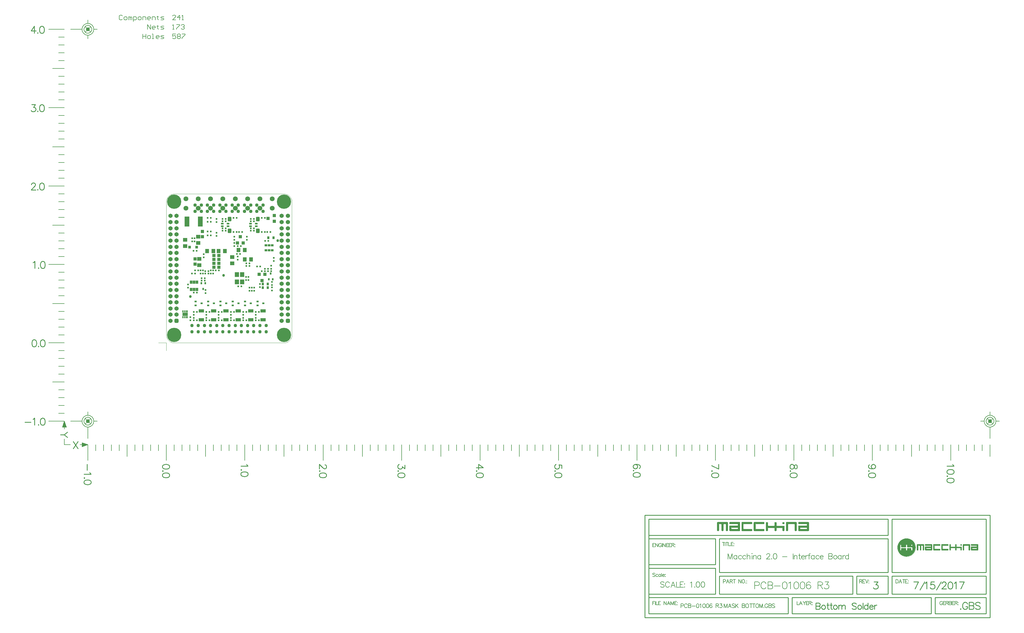
<source format=gbs>
G04 This is an RS-274x file exported by *
G04 gerbv version 2.6A *
G04 More information is available about gerbv at *
G04 http://gerbv.geda-project.org/ *
G04 --End of header info--*
%MOIN*%
%FSLAX34Y34*%
%IPPOS*%
G04 --Define apertures--*
%ADD10C,0.0100*%
%ADD11C,0.0080*%
%ADD12C,0.0090*%
%ADD13C,0.0070*%
%ADD14C,0.0050*%
%ADD15C,0.0010*%
%ADD16R,0.0240X0.0240*%
%ADD17R,0.0240X0.0240*%
%ADD18R,0.0320X0.0430*%
%ADD19C,0.0340*%
%ADD20R,0.0400X0.0400*%
%ADD21R,0.0158X0.0276*%
%ADD22R,0.0670X0.0394*%
%ADD23R,0.0390X0.0390*%
%ADD24R,0.0390X0.0390*%
%ADD25R,0.0290X0.0360*%
%ADD26R,0.0220X0.0290*%
%ADD27R,0.0290X0.0220*%
%ADD28R,0.0540X0.0490*%
%ADD29R,0.0400X0.0400*%
%ADD30C,0.0440*%
%ADD31C,0.0620*%
%ADD32C,0.0434*%
%ADD33C,0.0540*%
%AMMACRO34*
21,1,0.054000,0.025000,0.000000,0.000000,90.000000*
21,1,0.025000,0.054000,0.000000,0.000000,90.000000*
1,1,0.029000,0.012500,0.012500*
1,1,0.029000,0.012500,-0.012500*
1,1,0.029000,-0.012500,-0.012500*
1,1,0.029000,-0.012500,0.012500*
%
%ADD34MACRO34*%
%ADD35C,0.1820*%
%ADD36R,0.0480X0.0300*%
%ADD37R,0.0360X0.0290*%
%ADD38R,0.0640X0.1290*%
%ADD39R,0.0560X0.0640*%
%ADD40R,0.0335X0.0197*%
%ADD41R,0.0340X0.0340*%
%AMMACRO42*
21,1,0.027000,0.028500,0.000000,0.000000,90.000000*
21,1,0.011500,0.044000,0.000000,0.000000,90.000000*
1,1,0.015500,0.014300,0.005700*
1,1,0.015500,0.014300,-0.005700*
1,1,0.015500,-0.014300,-0.005700*
1,1,0.015500,-0.014300,0.005700*
%
%ADD42MACRO42*%
%ADD43R,0.0490X0.0540*%
G04 --Start main section--*
G36*
G01X0101356Y-025708D02*
G01X0101367Y-025719D01*
G01X0101372Y-025733D01*
G01X0101372Y-025740D01*
G01X0101372Y-025815D01*
G01X0101372Y-025822D01*
G01X0101367Y-025836D01*
G01X0101356Y-025847D01*
G01X0101342Y-025852D01*
G01X0101258Y-025852D01*
G01X0101244Y-025847D01*
G01X0101233Y-025836D01*
G01X0101228Y-025822D01*
G01X0101228Y-025815D01*
G01X0101228Y-025740D01*
G01X0101228Y-025733D01*
G01X0101233Y-025719D01*
G01X0101244Y-025708D01*
G01X0101258Y-025703D01*
G01X0101342Y-025703D01*
G01X0101356Y-025708D01*
G37*
G36*
G01X0101356Y-025708D02*
G37*
G36*
G01X0100691Y-025708D02*
G01X0100702Y-025719D01*
G01X0100708Y-025733D01*
G01X0100708Y-025740D01*
G01X0100708Y-025980D01*
G01X0100708Y-025987D01*
G01X0100714Y-026001D01*
G01X0100724Y-026011D01*
G01X0100738Y-026017D01*
G01X0100745Y-026017D01*
G01X0101342Y-026017D01*
G01X0101356Y-026023D01*
G01X0101367Y-026034D01*
G01X0101372Y-026048D01*
G01X0101372Y-026055D01*
G01X0101372Y-026405D01*
G01X0101372Y-026412D01*
G01X0101367Y-026426D01*
G01X0101356Y-026437D01*
G01X0101342Y-026442D01*
G01X0101258Y-026442D01*
G01X0101244Y-026437D01*
G01X0101233Y-026426D01*
G01X0101228Y-026412D01*
G01X0101228Y-026405D01*
G01X0101228Y-026205D01*
G01X0101227Y-026198D01*
G01X0101221Y-026184D01*
G01X0101211Y-026174D01*
G01X0101197Y-026168D01*
G01X0101190Y-026168D01*
G01X0100745Y-026168D01*
G01X0100738Y-026168D01*
G01X0100724Y-026174D01*
G01X0100714Y-026184D01*
G01X0100708Y-026198D01*
G01X0100708Y-026205D01*
G01X0100708Y-026405D01*
G01X0100708Y-026412D01*
G01X0100702Y-026426D01*
G01X0100691Y-026437D01*
G01X0100677Y-026442D01*
G01X0100588Y-026442D01*
G01X0100574Y-026437D01*
G01X0100563Y-026426D01*
G01X0100557Y-026412D01*
G01X0100557Y-026405D01*
G01X0100557Y-026205D01*
G01X0100557Y-026198D01*
G01X0100551Y-026184D01*
G01X0100541Y-026174D01*
G01X0100527Y-026168D01*
G01X0100520Y-026168D01*
G01X0100005Y-026168D01*
G01X0099998Y-026168D01*
G01X0099984Y-026174D01*
G01X0099974Y-026184D01*
G01X0099968Y-026198D01*
G01X0099967Y-026205D01*
G01X0099967Y-026405D01*
G01X0099967Y-026412D01*
G01X0099962Y-026426D01*
G01X0099951Y-026437D01*
G01X0099937Y-026442D01*
G01X0099848Y-026442D01*
G01X0099834Y-026437D01*
G01X0099823Y-026426D01*
G01X0099817Y-026412D01*
G01X0099817Y-026405D01*
G01X0099817Y-025740D01*
G01X0099817Y-025733D01*
G01X0099823Y-025719D01*
G01X0099834Y-025708D01*
G01X0099848Y-025703D01*
G01X0099937Y-025703D01*
G01X0099951Y-025708D01*
G01X0099962Y-025719D01*
G01X0099967Y-025733D01*
G01X0099967Y-025740D01*
G01X0099967Y-025980D01*
G01X0099968Y-025987D01*
G01X0099974Y-026001D01*
G01X0099984Y-026011D01*
G01X0099998Y-026017D01*
G01X0100005Y-026017D01*
G01X0100520Y-026017D01*
G01X0100527Y-026017D01*
G01X0100541Y-026011D01*
G01X0100551Y-026001D01*
G01X0100557Y-025987D01*
G01X0100557Y-025980D01*
G01X0100557Y-025740D01*
G01X0100557Y-025733D01*
G01X0100563Y-025719D01*
G01X0100574Y-025708D01*
G01X0100588Y-025703D01*
G01X0100677Y-025703D01*
G01X0100691Y-025708D01*
G37*
G36*
G01X0100691Y-025708D02*
G37*
G36*
G01X0103449Y-025706D02*
G01X0103459Y-025732D01*
G01X0103457Y-025735D01*
G01X0103457Y-025735D01*
G01X0103461Y-026405D01*
G01X0103449Y-026434D01*
G01X0103423Y-026444D01*
G01X0103420Y-026442D01*
G01X0103420Y-026442D01*
G01X0102605Y-026446D01*
G01X0102576Y-026434D01*
G01X0102566Y-026408D01*
G01X0102568Y-026405D01*
G01X0102568Y-026405D01*
G01X0102564Y-026035D01*
G01X0102576Y-026006D01*
G01X0102602Y-025996D01*
G01X0102605Y-025998D01*
G01X0102605Y-025998D01*
G01X0102605Y-025998D01*
G01X0103270Y-026001D01*
G01X0103299Y-025989D01*
G01X0103311Y-025960D01*
G01X0103311Y-025960D01*
G01X0103308Y-025957D01*
G01X0103311Y-025885D01*
G01X0103299Y-025856D01*
G01X0103270Y-025844D01*
G01X0103270Y-025847D01*
G01X0102605Y-025851D01*
G01X0102576Y-025839D01*
G01X0102566Y-025813D01*
G01X0102568Y-025810D01*
G01X0102568Y-025810D01*
G01X0102564Y-025735D01*
G01X0102576Y-025706D01*
G01X0102602Y-025696D01*
G01X0102605Y-025698D01*
G01X0102605Y-025698D01*
G01X0103420Y-025694D01*
G01X0103449Y-025706D01*
G37*
G36*
G01X0103449Y-025706D02*
G37*
G36*
G01X0097594Y-025706D02*
G01X0097604Y-025732D01*
G01X0097603Y-025735D01*
G01X0097603Y-025735D01*
G01X0097606Y-026405D01*
G01X0097594Y-026434D01*
G01X0097568Y-026444D01*
G01X0097565Y-026442D01*
G01X0097565Y-026442D01*
G01X0096750Y-026446D01*
G01X0096721Y-026434D01*
G01X0096711Y-026408D01*
G01X0096713Y-026405D01*
G01X0096713Y-026405D01*
G01X0096709Y-026035D01*
G01X0096721Y-026006D01*
G01X0096747Y-025996D01*
G01X0096750Y-025998D01*
G01X0096750Y-025998D01*
G01X0096750Y-025998D01*
G01X0097415Y-026001D01*
G01X0097444Y-025989D01*
G01X0097456Y-025960D01*
G01X0097456Y-025960D01*
G01X0097453Y-025957D01*
G01X0097456Y-025885D01*
G01X0097444Y-025856D01*
G01X0097415Y-025844D01*
G01X0097415Y-025847D01*
G01X0096750Y-025851D01*
G01X0096721Y-025839D01*
G01X0096711Y-025813D01*
G01X0096713Y-025810D01*
G01X0096713Y-025810D01*
G01X0096709Y-025735D01*
G01X0096721Y-025706D01*
G01X0096747Y-025696D01*
G01X0096750Y-025698D01*
G01X0096750Y-025698D01*
G01X0097565Y-025694D01*
G01X0097594Y-025706D01*
G37*
G36*
G01X0097594Y-025706D02*
G37*
G36*
G01X0102406Y-025703D02*
G01X0102417Y-025714D01*
G01X0102423Y-025728D01*
G01X0102423Y-025735D01*
G01X0102423Y-026405D01*
G01X0102423Y-026412D01*
G01X0102417Y-026426D01*
G01X0102406Y-026437D01*
G01X0102392Y-026442D01*
G01X0102303Y-026442D01*
G01X0102289Y-026437D01*
G01X0102278Y-026426D01*
G01X0102273Y-026412D01*
G01X0102273Y-026405D01*
G01X0102273Y-025885D01*
G01X0102272Y-025878D01*
G01X0102266Y-025864D01*
G01X0102256Y-025854D01*
G01X0102242Y-025848D01*
G01X0102235Y-025847D01*
G01X0101715Y-025847D01*
G01X0101708Y-025848D01*
G01X0101694Y-025854D01*
G01X0101684Y-025864D01*
G01X0101678Y-025878D01*
G01X0101678Y-025885D01*
G01X0101678Y-026405D01*
G01X0101678Y-026412D01*
G01X0101672Y-026426D01*
G01X0101661Y-026437D01*
G01X0101647Y-026442D01*
G01X0101563Y-026442D01*
G01X0101549Y-026437D01*
G01X0101538Y-026426D01*
G01X0101532Y-026412D01*
G01X0101532Y-026405D01*
G01X0101532Y-025735D01*
G01X0101532Y-025728D01*
G01X0101538Y-025714D01*
G01X0101549Y-025703D01*
G01X0101563Y-025698D01*
G01X0102392Y-025698D01*
G01X0102406Y-025703D01*
G37*
G36*
G01X0102406Y-025703D02*
G37*
G36*
G01X0096551Y-025703D02*
G01X0096562Y-025714D01*
G01X0096567Y-025728D01*
G01X0096567Y-025735D01*
G01X0096567Y-026405D01*
G01X0096567Y-026412D01*
G01X0096562Y-026426D01*
G01X0096551Y-026437D01*
G01X0096537Y-026442D01*
G01X0096448Y-026442D01*
G01X0096434Y-026437D01*
G01X0096423Y-026426D01*
G01X0096418Y-026412D01*
G01X0096418Y-026405D01*
G01X0096418Y-025885D01*
G01X0096417Y-025878D01*
G01X0096411Y-025864D01*
G01X0096401Y-025854D01*
G01X0096387Y-025848D01*
G01X0096380Y-025847D01*
G01X0096230Y-025847D01*
G01X0096223Y-025848D01*
G01X0096209Y-025854D01*
G01X0096199Y-025864D01*
G01X0096193Y-025878D01*
G01X0096193Y-025885D01*
G01X0096193Y-026405D01*
G01X0096193Y-026412D01*
G01X0096187Y-026426D01*
G01X0096176Y-026437D01*
G01X0096162Y-026442D01*
G01X0096078Y-026442D01*
G01X0096064Y-026437D01*
G01X0096053Y-026426D01*
G01X0096047Y-026412D01*
G01X0096047Y-026405D01*
G01X0096047Y-025885D01*
G01X0096047Y-025878D01*
G01X0096041Y-025864D01*
G01X0096031Y-025854D01*
G01X0096017Y-025848D01*
G01X0096010Y-025847D01*
G01X0095860Y-025847D01*
G01X0095853Y-025848D01*
G01X0095839Y-025854D01*
G01X0095829Y-025864D01*
G01X0095823Y-025878D01*
G01X0095822Y-025885D01*
G01X0095822Y-026405D01*
G01X0095822Y-026412D01*
G01X0095817Y-026426D01*
G01X0095806Y-026437D01*
G01X0095792Y-026442D01*
G01X0095703Y-026442D01*
G01X0095689Y-026437D01*
G01X0095678Y-026426D01*
G01X0095673Y-026412D01*
G01X0095673Y-026405D01*
G01X0095673Y-025735D01*
G01X0095673Y-025728D01*
G01X0095678Y-025714D01*
G01X0095689Y-025703D01*
G01X0095703Y-025698D01*
G01X0096537Y-025698D01*
G01X0096551Y-025703D01*
G37*
G36*
G01X0096551Y-025703D02*
G37*
G36*
G01X0094525Y-024971D02*
G01X0094700Y-025013D01*
G01X0094866Y-025082D01*
G01X0095020Y-025176D01*
G01X0095157Y-025293D01*
G01X0095274Y-025430D01*
G01X0095368Y-025584D01*
G01X0095437Y-025750D01*
G01X0095479Y-025925D01*
G01X0095494Y-026105D01*
G01X0095479Y-026285D01*
G01X0095437Y-026460D01*
G01X0095368Y-026626D01*
G01X0095274Y-026780D01*
G01X0095157Y-026917D01*
G01X0095020Y-027034D01*
G01X0094866Y-027128D01*
G01X0094700Y-027197D01*
G01X0094525Y-027239D01*
G01X0094345Y-027254D01*
G01X0094165Y-027239D01*
G01X0093990Y-027197D01*
G01X0093824Y-027128D01*
G01X0093670Y-027034D01*
G01X0093533Y-026917D01*
G01X0093416Y-026780D01*
G01X0093322Y-026626D01*
G01X0093253Y-026460D01*
G01X0093211Y-026285D01*
G01X0093196Y-026105D01*
G01X0093211Y-025925D01*
G01X0093253Y-025750D01*
G01X0093322Y-025584D01*
G01X0093416Y-025430D01*
G01X0093533Y-025293D01*
G01X0093670Y-025176D01*
G01X0093824Y-025082D01*
G01X0093990Y-025013D01*
G01X0094165Y-024971D01*
G01X0094345Y-024956D01*
G01X0094525Y-024971D01*
G37*
G36*
G01X0094525Y-024971D02*
G37*
G36*
G01X0099656Y-025703D02*
G01X0099667Y-025714D01*
G01X0099672Y-025728D01*
G01X0099672Y-025735D01*
G01X0099672Y-025810D01*
G01X0099672Y-025817D01*
G01X0099667Y-025831D01*
G01X0099656Y-025842D01*
G01X0099642Y-025847D01*
G01X0098970Y-025847D01*
G01X0098963Y-025848D01*
G01X0098949Y-025854D01*
G01X0098939Y-025864D01*
G01X0098933Y-025878D01*
G01X0098933Y-025885D01*
G01X0098933Y-026255D01*
G01X0098933Y-026262D01*
G01X0098939Y-026276D01*
G01X0098949Y-026286D01*
G01X0098963Y-026292D01*
G01X0098970Y-026293D01*
G01X0099642Y-026293D01*
G01X0099656Y-026298D01*
G01X0099667Y-026309D01*
G01X0099672Y-026323D01*
G01X0099672Y-026330D01*
G01X0099672Y-026405D01*
G01X0099672Y-026412D01*
G01X0099667Y-026426D01*
G01X0099656Y-026437D01*
G01X0099642Y-026442D01*
G01X0098813Y-026442D01*
G01X0098799Y-026437D01*
G01X0098788Y-026426D01*
G01X0098783Y-026412D01*
G01X0098783Y-026405D01*
G01X0098783Y-025735D01*
G01X0098783Y-025728D01*
G01X0098788Y-025714D01*
G01X0098799Y-025703D01*
G01X0098813Y-025698D01*
G01X0099642Y-025698D01*
G01X0099656Y-025703D01*
G37*
G36*
G01X0099656Y-025703D02*
G37*
G36*
G01X0098621Y-025703D02*
G01X0098632Y-025714D01*
G01X0098638Y-025728D01*
G01X0098638Y-025735D01*
G01X0098638Y-025810D01*
G01X0098638Y-025817D01*
G01X0098632Y-025831D01*
G01X0098621Y-025842D01*
G01X0098607Y-025847D01*
G01X0097935Y-025847D01*
G01X0097928Y-025848D01*
G01X0097914Y-025854D01*
G01X0097904Y-025864D01*
G01X0097898Y-025878D01*
G01X0097898Y-025885D01*
G01X0097898Y-026255D01*
G01X0097898Y-026262D01*
G01X0097904Y-026276D01*
G01X0097914Y-026286D01*
G01X0097928Y-026292D01*
G01X0097935Y-026293D01*
G01X0098607Y-026293D01*
G01X0098621Y-026298D01*
G01X0098632Y-026309D01*
G01X0098638Y-026323D01*
G01X0098638Y-026330D01*
G01X0098638Y-026405D01*
G01X0098638Y-026412D01*
G01X0098632Y-026426D01*
G01X0098621Y-026437D01*
G01X0098607Y-026442D01*
G01X0097778Y-026442D01*
G01X0097764Y-026437D01*
G01X0097753Y-026426D01*
G01X0097747Y-026412D01*
G01X0097747Y-026405D01*
G01X0097747Y-025735D01*
G01X0097747Y-025728D01*
G01X0097753Y-025714D01*
G01X0097764Y-025703D01*
G01X0097778Y-025698D01*
G01X0098607Y-025698D01*
G01X0098621Y-025703D01*
G37*
G36*
G01X0098621Y-025703D02*
G37*
G36*
G01X0071527Y-022880D02*
G01X0071543Y-022896D01*
G01X0071551Y-022916D01*
G01X0071551Y-022927D01*
G01X0071551Y-023932D01*
G01X0071551Y-023944D01*
G01X0071543Y-023964D01*
G01X0071527Y-023980D01*
G01X0071506Y-023989D01*
G01X0071371Y-023989D01*
G01X0071351Y-023980D01*
G01X0071335Y-023964D01*
G01X0071326Y-023944D01*
G01X0071326Y-023932D01*
G01X0071326Y-023152D01*
G01X0071325Y-023142D01*
G01X0071317Y-023121D01*
G01X0071301Y-023106D01*
G01X0071281Y-023097D01*
G01X0071270Y-023096D01*
G01X0071045Y-023096D01*
G01X0071034Y-023097D01*
G01X0071014Y-023106D01*
G01X0070998Y-023121D01*
G01X0070990Y-023142D01*
G01X0070989Y-023152D01*
G01X0070989Y-023932D01*
G01X0070989Y-023944D01*
G01X0070980Y-023964D01*
G01X0070964Y-023980D01*
G01X0070944Y-023989D01*
G01X0070816Y-023989D01*
G01X0070796Y-023980D01*
G01X0070780Y-023964D01*
G01X0070771Y-023944D01*
G01X0070771Y-023932D01*
G01X0070771Y-023152D01*
G01X0070770Y-023142D01*
G01X0070762Y-023121D01*
G01X0070746Y-023106D01*
G01X0070726Y-023097D01*
G01X0070715Y-023096D01*
G01X0070490Y-023096D01*
G01X0070479Y-023097D01*
G01X0070459Y-023106D01*
G01X0070443Y-023121D01*
G01X0070435Y-023142D01*
G01X0070434Y-023152D01*
G01X0070434Y-023932D01*
G01X0070434Y-023944D01*
G01X0070425Y-023964D01*
G01X0070409Y-023980D01*
G01X0070389Y-023989D01*
G01X0070254Y-023989D01*
G01X0070233Y-023980D01*
G01X0070217Y-023964D01*
G01X0070209Y-023944D01*
G01X0070209Y-023932D01*
G01X0070209Y-022927D01*
G01X0070209Y-022916D01*
G01X0070217Y-022896D01*
G01X0070233Y-022880D01*
G01X0070254Y-022871D01*
G01X0071506Y-022871D01*
G01X0071527Y-022880D01*
G37*
G36*
G01X0071527Y-022880D02*
G37*
G36*
G01X0078734Y-022887D02*
G01X0078750Y-022903D01*
G01X0078759Y-022924D01*
G01X0078759Y-022935D01*
G01X0078759Y-023047D01*
G01X0078759Y-023059D01*
G01X0078750Y-023079D01*
G01X0078734Y-023095D01*
G01X0078714Y-023104D01*
G01X0078586Y-023104D01*
G01X0078566Y-023095D01*
G01X0078550Y-023079D01*
G01X0078541Y-023059D01*
G01X0078541Y-023047D01*
G01X0078541Y-022935D01*
G01X0078541Y-022924D01*
G01X0078550Y-022903D01*
G01X0078566Y-022887D01*
G01X0078586Y-022879D01*
G01X0078714Y-022879D01*
G01X0078734Y-022887D01*
G37*
G36*
G01X0078734Y-022887D02*
G37*
G36*
G01X0081830Y-022871D02*
G01X0081830Y-022871D01*
G01X0081834Y-022868D01*
G01X0081873Y-022884D01*
G01X0081891Y-022927D01*
G01X0081886Y-023932D01*
G01X0081886Y-023932D01*
G01X0081889Y-023937D01*
G01X0081873Y-023976D01*
G01X0081830Y-023993D01*
G01X0080608Y-023989D01*
G01X0080608Y-023989D01*
G01X0080603Y-023992D01*
G01X0080564Y-023976D01*
G01X0080547Y-023932D01*
G01X0080551Y-023377D01*
G01X0080551Y-023377D01*
G01X0080548Y-023373D01*
G01X0080564Y-023334D01*
G01X0080608Y-023317D01*
G01X0081605Y-023321D01*
G01X0081605Y-023326D01*
G01X0081648Y-023308D01*
G01X0081666Y-023265D01*
G01X0081661Y-023157D01*
G01X0081666Y-023152D01*
G01X0081666Y-023152D01*
G01X0081648Y-023109D01*
G01X0081605Y-023092D01*
G01X0080608Y-023096D01*
G01X0080608Y-023096D01*
G01X0080608Y-023096D01*
G01X0080603Y-023099D01*
G01X0080564Y-023083D01*
G01X0080547Y-023040D01*
G01X0080551Y-022927D01*
G01X0080551Y-022927D01*
G01X0080548Y-022923D01*
G01X0080564Y-022884D01*
G01X0080608Y-022867D01*
G01X0081830Y-022871D01*
G37*
G36*
G01X0081830Y-022871D02*
G37*
G36*
G01X0077737Y-022887D02*
G01X0077753Y-022903D01*
G01X0077761Y-022924D01*
G01X0077761Y-022935D01*
G01X0077761Y-023295D01*
G01X0077762Y-023306D01*
G01X0077771Y-023326D01*
G01X0077786Y-023342D01*
G01X0077807Y-023350D01*
G01X0077818Y-023351D01*
G01X0078714Y-023351D01*
G01X0078734Y-023360D01*
G01X0078750Y-023376D01*
G01X0078759Y-023396D01*
G01X0078759Y-023407D01*
G01X0078759Y-023932D01*
G01X0078759Y-023944D01*
G01X0078750Y-023964D01*
G01X0078734Y-023980D01*
G01X0078714Y-023989D01*
G01X0078586Y-023989D01*
G01X0078566Y-023980D01*
G01X0078550Y-023964D01*
G01X0078541Y-023944D01*
G01X0078541Y-023932D01*
G01X0078541Y-023633D01*
G01X0078540Y-023622D01*
G01X0078532Y-023601D01*
G01X0078516Y-023586D01*
G01X0078496Y-023577D01*
G01X0078485Y-023576D01*
G01X0077818Y-023576D01*
G01X0077807Y-023577D01*
G01X0077786Y-023586D01*
G01X0077771Y-023601D01*
G01X0077762Y-023622D01*
G01X0077761Y-023633D01*
G01X0077761Y-023932D01*
G01X0077761Y-023944D01*
G01X0077753Y-023964D01*
G01X0077737Y-023980D01*
G01X0077716Y-023989D01*
G01X0077581Y-023989D01*
G01X0077561Y-023980D01*
G01X0077545Y-023964D01*
G01X0077536Y-023944D01*
G01X0077536Y-023932D01*
G01X0077536Y-023633D01*
G01X0077535Y-023622D01*
G01X0077527Y-023601D01*
G01X0077511Y-023586D01*
G01X0077491Y-023577D01*
G01X0077480Y-023576D01*
G01X0076708Y-023576D01*
G01X0076697Y-023577D01*
G01X0076676Y-023586D01*
G01X0076661Y-023601D01*
G01X0076652Y-023622D01*
G01X0076651Y-023633D01*
G01X0076651Y-023932D01*
G01X0076651Y-023944D01*
G01X0076643Y-023964D01*
G01X0076627Y-023980D01*
G01X0076606Y-023989D01*
G01X0076471Y-023989D01*
G01X0076451Y-023980D01*
G01X0076435Y-023964D01*
G01X0076426Y-023944D01*
G01X0076426Y-023932D01*
G01X0076426Y-022935D01*
G01X0076426Y-022924D01*
G01X0076435Y-022903D01*
G01X0076451Y-022887D01*
G01X0076471Y-022879D01*
G01X0076606Y-022879D01*
G01X0076627Y-022887D01*
G01X0076643Y-022903D01*
G01X0076651Y-022924D01*
G01X0076651Y-022935D01*
G01X0076651Y-023295D01*
G01X0076652Y-023306D01*
G01X0076661Y-023326D01*
G01X0076676Y-023342D01*
G01X0076697Y-023350D01*
G01X0076708Y-023351D01*
G01X0077480Y-023351D01*
G01X0077491Y-023350D01*
G01X0077511Y-023342D01*
G01X0077527Y-023326D01*
G01X0077535Y-023306D01*
G01X0077536Y-023295D01*
G01X0077536Y-022935D01*
G01X0077536Y-022924D01*
G01X0077545Y-022903D01*
G01X0077561Y-022887D01*
G01X0077581Y-022879D01*
G01X0077716Y-022879D01*
G01X0077737Y-022887D01*
G37*
G36*
G01X0077737Y-022887D02*
G37*
G36*
G01X0073091Y-022884D02*
G01X0073107Y-022923D01*
G01X0073104Y-022927D01*
G01X0073104Y-022927D01*
G01X0073108Y-023932D01*
G01X0073091Y-023976D01*
G01X0073052Y-023992D01*
G01X0073047Y-023989D01*
G01X0073047Y-023989D01*
G01X0071825Y-023993D01*
G01X0071782Y-023976D01*
G01X0071766Y-023937D01*
G01X0071769Y-023932D01*
G01X0071769Y-023932D01*
G01X0071764Y-023377D01*
G01X0071782Y-023334D01*
G01X0071821Y-023318D01*
G01X0071825Y-023321D01*
G01X0071825Y-023321D01*
G01X0071825Y-023321D01*
G01X0072822Y-023326D01*
G01X0072866Y-023308D01*
G01X0072883Y-023265D01*
G01X0072883Y-023265D01*
G01X0072879Y-023260D01*
G01X0072883Y-023152D01*
G01X0072866Y-023109D01*
G01X0072822Y-023092D01*
G01X0072822Y-023096D01*
G01X0071825Y-023101D01*
G01X0071782Y-023083D01*
G01X0071766Y-023044D01*
G01X0071769Y-023040D01*
G01X0071769Y-023040D01*
G01X0071764Y-022927D01*
G01X0071782Y-022884D01*
G01X0071821Y-022868D01*
G01X0071825Y-022871D01*
G01X0071825Y-022871D01*
G01X0073047Y-022867D01*
G01X0073091Y-022884D01*
G37*
G36*
G01X0073091Y-022884D02*
G37*
G36*
G01X0074632Y-022880D02*
G01X0074648Y-022896D01*
G01X0074656Y-022916D01*
G01X0074656Y-022927D01*
G01X0074656Y-023040D01*
G01X0074656Y-023051D01*
G01X0074648Y-023072D01*
G01X0074632Y-023088D01*
G01X0074611Y-023096D01*
G01X0073602Y-023096D01*
G01X0073592Y-023097D01*
G01X0073571Y-023106D01*
G01X0073556Y-023121D01*
G01X0073547Y-023142D01*
G01X0073546Y-023152D01*
G01X0073546Y-023707D01*
G01X0073547Y-023718D01*
G01X0073556Y-023739D01*
G01X0073571Y-023754D01*
G01X0073592Y-023763D01*
G01X0073602Y-023764D01*
G01X0074611Y-023764D01*
G01X0074632Y-023772D01*
G01X0074648Y-023788D01*
G01X0074656Y-023809D01*
G01X0074656Y-023820D01*
G01X0074656Y-023932D01*
G01X0074656Y-023944D01*
G01X0074648Y-023964D01*
G01X0074632Y-023980D01*
G01X0074611Y-023989D01*
G01X0073366Y-023989D01*
G01X0073346Y-023980D01*
G01X0073330Y-023964D01*
G01X0073321Y-023944D01*
G01X0073321Y-023932D01*
G01X0073321Y-022927D01*
G01X0073321Y-022916D01*
G01X0073330Y-022896D01*
G01X0073346Y-022880D01*
G01X0073366Y-022871D01*
G01X0074611Y-022871D01*
G01X0074632Y-022880D01*
G37*
G36*
G01X0074632Y-022880D02*
G37*
G36*
G01X0076184Y-022880D02*
G01X0076200Y-022896D01*
G01X0076209Y-022916D01*
G01X0076209Y-022927D01*
G01X0076209Y-023040D01*
G01X0076209Y-023051D01*
G01X0076200Y-023072D01*
G01X0076184Y-023088D01*
G01X0076164Y-023096D01*
G01X0075155Y-023096D01*
G01X0075144Y-023097D01*
G01X0075124Y-023106D01*
G01X0075108Y-023121D01*
G01X0075100Y-023142D01*
G01X0075099Y-023152D01*
G01X0075099Y-023707D01*
G01X0075100Y-023718D01*
G01X0075108Y-023739D01*
G01X0075124Y-023754D01*
G01X0075144Y-023763D01*
G01X0075155Y-023764D01*
G01X0076164Y-023764D01*
G01X0076184Y-023772D01*
G01X0076200Y-023788D01*
G01X0076209Y-023809D01*
G01X0076209Y-023820D01*
G01X0076209Y-023932D01*
G01X0076209Y-023944D01*
G01X0076200Y-023964D01*
G01X0076184Y-023980D01*
G01X0076164Y-023989D01*
G01X0074919Y-023989D01*
G01X0074898Y-023980D01*
G01X0074882Y-023964D01*
G01X0074874Y-023944D01*
G01X0074874Y-023932D01*
G01X0074874Y-022927D01*
G01X0074874Y-022916D01*
G01X0074882Y-022896D01*
G01X0074898Y-022880D01*
G01X0074919Y-022871D01*
G01X0076164Y-022871D01*
G01X0076184Y-022880D01*
G37*
G36*
G01X0076184Y-022880D02*
G37*
G36*
G01X0080309Y-022880D02*
G01X0080325Y-022896D01*
G01X0080334Y-022916D01*
G01X0080334Y-022927D01*
G01X0080334Y-023932D01*
G01X0080334Y-023944D01*
G01X0080325Y-023964D01*
G01X0080309Y-023980D01*
G01X0080289Y-023989D01*
G01X0080154Y-023989D01*
G01X0080133Y-023980D01*
G01X0080117Y-023964D01*
G01X0080109Y-023944D01*
G01X0080109Y-023932D01*
G01X0080109Y-023152D01*
G01X0080108Y-023142D01*
G01X0080099Y-023121D01*
G01X0080084Y-023106D01*
G01X0080063Y-023097D01*
G01X0080052Y-023096D01*
G01X0079272Y-023096D01*
G01X0079262Y-023097D01*
G01X0079241Y-023106D01*
G01X0079226Y-023121D01*
G01X0079217Y-023142D01*
G01X0079216Y-023152D01*
G01X0079216Y-023932D01*
G01X0079216Y-023944D01*
G01X0079208Y-023964D01*
G01X0079192Y-023980D01*
G01X0079171Y-023989D01*
G01X0079044Y-023989D01*
G01X0079023Y-023980D01*
G01X0079007Y-023964D01*
G01X0078999Y-023944D01*
G01X0078999Y-023932D01*
G01X0078999Y-022927D01*
G01X0078999Y-022916D01*
G01X0079007Y-022896D01*
G01X0079023Y-022880D01*
G01X0079044Y-022871D01*
G01X0080289Y-022871D01*
G01X0080309Y-022880D01*
G37*
G36*
G01X0080309Y-022880D02*
G37*
%LPC*%
G36*
G01X0102750Y-026144D02*
G01X0102750Y-026144D01*
G01X0102721Y-026156D01*
G01X0102709Y-026185D01*
G01X0102712Y-026252D01*
G01X0102709Y-026255D01*
G01X0102709Y-026255D01*
G01X0102721Y-026284D01*
G01X0102750Y-026296D01*
G01X0103267Y-026293D01*
G01X0103270Y-026296D01*
G01X0103270Y-026296D01*
G01X0103299Y-026284D01*
G01X0103311Y-026255D01*
G01X0103308Y-026188D01*
G01X0103311Y-026185D01*
G01X0103311Y-026185D01*
G01X0103299Y-026156D01*
G01X0103270Y-026144D01*
G01X0102753Y-026147D01*
G01X0102750Y-026144D01*
G37*
G36*
G01X0102750Y-026144D02*
G37*
G36*
G01X0096895Y-026144D02*
G01X0096895Y-026144D01*
G01X0096866Y-026156D01*
G01X0096854Y-026185D01*
G01X0096857Y-026252D01*
G01X0096854Y-026255D01*
G01X0096854Y-026255D01*
G01X0096866Y-026284D01*
G01X0096895Y-026296D01*
G01X0097412Y-026293D01*
G01X0097415Y-026296D01*
G01X0097415Y-026296D01*
G01X0097444Y-026284D01*
G01X0097456Y-026255D01*
G01X0097453Y-026188D01*
G01X0097456Y-026185D01*
G01X0097456Y-026185D01*
G01X0097444Y-026156D01*
G01X0097415Y-026144D01*
G01X0096898Y-026147D01*
G01X0096895Y-026144D01*
G37*
G36*
G01X0096895Y-026144D02*
G37*
G36*
G01X0094975Y-025734D02*
G01X0094975Y-025734D01*
G01X0094946Y-025746D01*
G01X0094934Y-025775D01*
G01X0094937Y-025847D01*
G01X0094934Y-025850D01*
G01X0094934Y-025850D01*
G01X0094946Y-025879D01*
G01X0094975Y-025891D01*
G01X0095042Y-025888D01*
G01X0095045Y-025891D01*
G01X0095045Y-025891D01*
G01X0095074Y-025879D01*
G01X0095086Y-025850D01*
G01X0095083Y-025778D01*
G01X0095086Y-025775D01*
G01X0095086Y-025775D01*
G01X0095074Y-025746D01*
G01X0095045Y-025734D01*
G01X0094978Y-025737D01*
G01X0094975Y-025734D01*
G37*
G36*
G01X0094975Y-025734D02*
G37*
G36*
G01X0094305Y-025734D02*
G01X0094305Y-025734D01*
G01X0094276Y-025746D01*
G01X0094264Y-025775D01*
G01X0094268Y-026015D01*
G01X0094268Y-026015D01*
G01X0094268Y-026015D01*
G01X0094269Y-026018D01*
G01X0094259Y-026044D01*
G01X0094230Y-026056D01*
G01X0093715Y-026052D01*
G01X0093715Y-026052D01*
G01X0093712Y-026054D01*
G01X0093686Y-026044D01*
G01X0093674Y-026015D01*
G01X0093678Y-025775D01*
G01X0093681Y-025775D01*
G01X0093669Y-025746D01*
G01X0093640Y-025734D01*
G01X0093568Y-025737D01*
G01X0093565Y-025734D01*
G01X0093565Y-025734D01*
G01X0093536Y-025746D01*
G01X0093524Y-025775D01*
G01X0093527Y-026437D01*
G01X0093524Y-026440D01*
G01X0093524Y-026440D01*
G01X0093536Y-026469D01*
G01X0093565Y-026481D01*
G01X0093637Y-026478D01*
G01X0093640Y-026481D01*
G01X0093640Y-026481D01*
G01X0093669Y-026469D01*
G01X0093681Y-026440D01*
G01X0093678Y-026240D01*
G01X0093678Y-026240D01*
G01X0093678Y-026240D01*
G01X0093676Y-026237D01*
G01X0093686Y-026211D01*
G01X0093715Y-026199D01*
G01X0094230Y-026202D01*
G01X0094230Y-026202D01*
G01X0094233Y-026201D01*
G01X0094259Y-026211D01*
G01X0094271Y-026240D01*
G01X0094268Y-026440D01*
G01X0094264Y-026440D01*
G01X0094276Y-026469D01*
G01X0094305Y-026481D01*
G01X0094377Y-026478D01*
G01X0094380Y-026481D01*
G01X0094380Y-026481D01*
G01X0094409Y-026469D01*
G01X0094421Y-026440D01*
G01X0094417Y-026240D01*
G01X0094417Y-026240D01*
G01X0094417Y-026240D01*
G01X0094416Y-026237D01*
G01X0094426Y-026211D01*
G01X0094455Y-026199D01*
G01X0094900Y-026202D01*
G01X0094900Y-026202D01*
G01X0094903Y-026201D01*
G01X0094929Y-026211D01*
G01X0094941Y-026240D01*
G01X0094937Y-026440D01*
G01X0094934Y-026440D01*
G01X0094946Y-026469D01*
G01X0094975Y-026481D01*
G01X0095042Y-026478D01*
G01X0095045Y-026481D01*
G01X0095045Y-026481D01*
G01X0095074Y-026469D01*
G01X0095086Y-026440D01*
G01X0095083Y-026093D01*
G01X0095086Y-026090D01*
G01X0095086Y-026090D01*
G01X0095074Y-026061D01*
G01X0095045Y-026049D01*
G01X0094455Y-026052D01*
G01X0094455Y-026052D01*
G01X0094455Y-026052D01*
G01X0094452Y-026054D01*
G01X0094426Y-026044D01*
G01X0094414Y-026015D01*
G01X0094417Y-025775D01*
G01X0094421Y-025775D01*
G01X0094409Y-025746D01*
G01X0094380Y-025734D01*
G01X0094308Y-025737D01*
G01X0094305Y-025734D01*
G37*
G36*
G01X0094305Y-025734D02*
G37*
G36*
G01X0081605Y-023542D02*
G01X0081600Y-023546D01*
G01X0080825Y-023542D01*
G01X0080782Y-023559D01*
G01X0080764Y-023602D01*
G01X0080764Y-023602D01*
G01X0080769Y-023607D01*
G01X0080764Y-023707D01*
G01X0080782Y-023751D01*
G01X0080825Y-023768D01*
G01X0080825Y-023768D01*
G01X0080830Y-023764D01*
G01X0081605Y-023768D01*
G01X0081648Y-023751D01*
G01X0081666Y-023707D01*
G01X0081666Y-023707D01*
G01X0081661Y-023703D01*
G01X0081666Y-023602D01*
G01X0081648Y-023559D01*
G01X0081605Y-023542D01*
G01X0081605Y-023542D01*
G37*
G36*
G01X0081605Y-023542D02*
G37*
G36*
G01X0072042Y-023542D02*
G01X0072042Y-023542D01*
G01X0071999Y-023559D01*
G01X0071982Y-023602D01*
G01X0071986Y-023703D01*
G01X0071982Y-023707D01*
G01X0071982Y-023707D01*
G01X0071999Y-023751D01*
G01X0072042Y-023768D01*
G01X0072818Y-023764D01*
G01X0072822Y-023768D01*
G01X0072822Y-023768D01*
G01X0072866Y-023751D01*
G01X0072883Y-023707D01*
G01X0072879Y-023607D01*
G01X0072883Y-023602D01*
G01X0072883Y-023602D01*
G01X0072866Y-023559D01*
G01X0072822Y-023542D01*
G01X0072047Y-023546D01*
G01X0072042Y-023542D01*
G37*
G36*
G01X0072042Y-023542D02*
G37*
%LPD*%
G54D10*
G01X0061500Y-024550D02*
G01X0061500Y-022500D01*
G01X0092000Y-024550D02*
G01X0092000Y-022500D01*
G01X0092500Y-029300D02*
G01X0092500Y-022500D01*
G01X0104500Y-029300D02*
G01X0104500Y-022500D01*
G01X0092000Y-029300D02*
G01X0092000Y-025000D01*
G01X0061500Y-028300D02*
G01X0061500Y-025000D01*
G01X0070000Y-028300D02*
G01X0070000Y-025000D01*
G01X0070500Y-029300D02*
G01X0070500Y-025000D01*
G01X0070500Y-032050D02*
G01X0070500Y-029750D01*
G01X0070000Y-032050D02*
G01X0070000Y-028750D01*
G01X0061500Y-032050D02*
G01X0061500Y-028750D01*
G01X0087500Y-032050D02*
G01X0087500Y-029750D01*
G01X0088000Y-032050D02*
G01X0088000Y-029750D01*
G01X0092000Y-032050D02*
G01X0092000Y-029750D01*
G01X0092500Y-032050D02*
G01X0092500Y-029750D01*
G01X0104500Y-032050D02*
G01X0104500Y-029750D01*
G01X0061500Y-034550D02*
G01X0061500Y-032500D01*
G01X0061000Y-035050D02*
G01X0061000Y-022000D01*
G01X0079250Y-034550D02*
G01X0079250Y-032500D01*
G01X0079750Y-034550D02*
G01X0079750Y-032500D01*
G01X0097500Y-034550D02*
G01X0097500Y-032500D01*
G01X0098000Y-034550D02*
G01X0098000Y-032500D01*
G01X0104500Y-034550D02*
G01X0104500Y-032500D01*
G01X0105000Y-035050D02*
G01X0105000Y-022000D01*
G01X0061500Y-024550D02*
G01X0092000Y-024550D01*
G01X0061500Y-022500D02*
G01X0092000Y-022500D01*
G01X0061000Y-022000D02*
G01X0105000Y-022000D01*
G01X0092500Y-022500D02*
G01X0104500Y-022500D01*
G01X0092500Y-029300D02*
G01X0104500Y-029300D01*
G01X0092500Y-029750D02*
G01X0104500Y-029750D01*
G01X0088000Y-029750D02*
G01X0092000Y-029750D01*
G01X0070500Y-025000D02*
G01X0092000Y-025000D01*
G01X0061500Y-025000D02*
G01X0070000Y-025000D01*
G01X0061500Y-028300D02*
G01X0070000Y-028300D01*
G01X0070500Y-029300D02*
G01X0092000Y-029300D01*
G01X0061500Y-028750D02*
G01X0070000Y-028750D01*
G01X0061500Y-032050D02*
G01X0070000Y-032050D01*
G01X0061500Y-032500D02*
G01X0079250Y-032500D01*
G01X0070500Y-032050D02*
G01X0087500Y-032050D01*
G01X0070500Y-029750D02*
G01X0087500Y-029750D01*
G01X0088000Y-032050D02*
G01X0092000Y-032050D01*
G01X0092500Y-032050D02*
G01X0104500Y-032050D01*
G01X0098000Y-032500D02*
G01X0104500Y-032500D01*
G01X0079750Y-032500D02*
G01X0097500Y-032500D01*
G01X0061500Y-034550D02*
G01X0079250Y-034550D01*
G01X0079750Y-034550D02*
G01X0097500Y-034550D01*
G01X0098000Y-034550D02*
G01X0104500Y-034550D01*
G01X0061000Y-035050D02*
G01X0105000Y-035050D01*
G01X0061000Y-025750D02*
G01X0061000Y-023700D01*
G01X0061500Y-030500D02*
G01X0061500Y-023700D01*
G01X0061500Y-033250D02*
G01X0061500Y-030950D01*
G54D11*
G01X-009500Y-010000D02*
G01X-009510Y-009899D01*
G01X-009510Y-009899D02*
G01X-009540Y-009803D01*
G01X-009540Y-009803D02*
G01X-009590Y-009714D01*
G01X-009590Y-009714D02*
G01X-009655Y-009638D01*
G01X-009655Y-009638D02*
G01X-009735Y-009576D01*
G01X-009735Y-009576D02*
G01X-009826Y-009531D01*
G01X-009826Y-009531D02*
G01X-009924Y-009506D01*
G01X-009924Y-009506D02*
G01X-010025Y-009501D01*
G01X-010025Y-009501D02*
G01X-010125Y-009516D01*
G01X-010125Y-009516D02*
G01X-010220Y-009551D01*
G01X-010220Y-009551D02*
G01X-010306Y-009605D01*
G01X-010306Y-009605D02*
G01X-010379Y-009674D01*
G01X-010379Y-009674D02*
G01X-010437Y-009757D01*
G01X-010437Y-009757D02*
G01X-010477Y-009850D01*
G01X-010477Y-009850D02*
G01X-010497Y-009950D01*
G01X-010497Y-009950D02*
G01X-010497Y-010051D01*
G01X-010497Y-010051D02*
G01X-010477Y-010150D01*
G01X-010477Y-010150D02*
G01X-010437Y-010243D01*
G01X-010437Y-010243D02*
G01X-010379Y-010326D01*
G01X-010379Y-010326D02*
G01X-010306Y-010395D01*
G01X-010306Y-010395D02*
G01X-010220Y-010449D01*
G01X-010220Y-010449D02*
G01X-010125Y-010484D01*
G01X-010125Y-010484D02*
G01X-010025Y-010499D01*
G01X-010025Y-010499D02*
G01X-009924Y-010494D01*
G01X-009924Y-010494D02*
G01X-009826Y-010469D01*
G01X-009826Y-010469D02*
G01X-009735Y-010424D01*
G01X-009735Y-010424D02*
G01X-009655Y-010362D01*
G01X-009655Y-010362D02*
G01X-009590Y-010286D01*
G01X-009590Y-010286D02*
G01X-009540Y-010197D01*
G01X-009540Y-010197D02*
G01X-009510Y-010101D01*
G01X-009510Y-010101D02*
G01X-009500Y-010000D01*
G01X-009250Y-010000D02*
G01X-009257Y-009900D01*
G01X-009257Y-009900D02*
G01X-009277Y-009802D01*
G01X-009277Y-009802D02*
G01X-009309Y-009707D01*
G01X-009309Y-009707D02*
G01X-009355Y-009618D01*
G01X-009355Y-009618D02*
G01X-009411Y-009535D01*
G01X-009411Y-009535D02*
G01X-009479Y-009461D01*
G01X-009479Y-009461D02*
G01X-009555Y-009396D01*
G01X-009555Y-009396D02*
G01X-009639Y-009342D01*
G01X-009639Y-009342D02*
G01X-009730Y-009300D01*
G01X-009730Y-009300D02*
G01X-009826Y-009271D01*
G01X-009826Y-009271D02*
G01X-009925Y-009254D01*
G01X-009925Y-009254D02*
G01X-010025Y-009251D01*
G01X-010025Y-009251D02*
G01X-010125Y-009261D01*
G01X-010125Y-009261D02*
G01X-010222Y-009284D01*
G01X-010222Y-009284D02*
G01X-010316Y-009320D01*
G01X-010316Y-009320D02*
G01X-010403Y-009368D01*
G01X-010403Y-009368D02*
G01X-010484Y-009427D01*
G01X-010484Y-009427D02*
G01X-010556Y-009497D01*
G01X-010556Y-009497D02*
G01X-010618Y-009576D01*
G01X-010618Y-009576D02*
G01X-010669Y-009662D01*
G01X-010669Y-009662D02*
G01X-010708Y-009754D01*
G01X-010708Y-009754D02*
G01X-010735Y-009851D01*
G01X-010735Y-009851D02*
G01X-010748Y-009950D01*
G01X-010748Y-009950D02*
G01X-010748Y-010050D01*
G01X-010748Y-010050D02*
G01X-010735Y-010149D01*
G01X-010735Y-010149D02*
G01X-010708Y-010246D01*
G01X-010708Y-010246D02*
G01X-010669Y-010338D01*
G01X-010669Y-010338D02*
G01X-010618Y-010425D01*
G01X-010618Y-010425D02*
G01X-010556Y-010503D01*
G01X-010556Y-010503D02*
G01X-010484Y-010573D01*
G01X-010484Y-010573D02*
G01X-010403Y-010632D01*
G01X-010403Y-010632D02*
G01X-010316Y-010680D01*
G01X-010316Y-010680D02*
G01X-010222Y-010716D01*
G01X-010222Y-010716D02*
G01X-010125Y-010740D01*
G01X-010125Y-010740D02*
G01X-010025Y-010750D01*
G01X-010025Y-010750D02*
G01X-009925Y-010746D01*
G01X-009925Y-010746D02*
G01X-009826Y-010730D01*
G01X-009826Y-010730D02*
G01X-009730Y-010700D01*
G01X-009730Y-010700D02*
G01X-009639Y-010658D01*
G01X-009639Y-010658D02*
G01X-009555Y-010604D01*
G01X-009555Y-010604D02*
G01X-009479Y-010539D01*
G01X-009479Y-010539D02*
G01X-009411Y-010465D01*
G01X-009411Y-010465D02*
G01X-009355Y-010382D01*
G01X-009355Y-010382D02*
G01X-009309Y-010293D01*
G01X-009309Y-010293D02*
G01X-009277Y-010198D01*
G01X-009277Y-010198D02*
G01X-009257Y-010100D01*
G01X-009257Y-010100D02*
G01X-009250Y-010000D01*
G01X-009975Y-010000D02*
G01X-010025Y-010000D01*
G01X-010025Y-010000D02*
G01X-009975Y-010000D01*
G01X-009950Y-010000D02*
G01X-010025Y-009957D01*
G01X-010025Y-009957D02*
G01X-010025Y-010043D01*
G01X-010025Y-010043D02*
G01X-009950Y-010000D01*
G01X-009800Y-010000D02*
G01X-009823Y-009907D01*
G01X-009823Y-009907D02*
G01X-009886Y-009836D01*
G01X-009886Y-009836D02*
G01X-009976Y-009802D01*
G01X-009976Y-009802D02*
G01X-010071Y-009813D01*
G01X-010071Y-009813D02*
G01X-010150Y-009867D01*
G01X-010150Y-009867D02*
G01X-010194Y-009952D01*
G01X-010194Y-009952D02*
G01X-010194Y-010048D01*
G01X-010194Y-010048D02*
G01X-010150Y-010133D01*
G01X-010150Y-010133D02*
G01X-010071Y-010187D01*
G01X-010071Y-010187D02*
G01X-009976Y-010199D01*
G01X-009976Y-010199D02*
G01X-009886Y-010165D01*
G01X-009886Y-010165D02*
G01X-009823Y-010093D01*
G01X-009823Y-010093D02*
G01X-009800Y-010000D01*
G01X-009900Y-010000D02*
G01X-009950Y-009913D01*
G01X-009950Y-009913D02*
G01X-010050Y-009913D01*
G01X-010050Y-009913D02*
G01X-010100Y-010000D01*
G01X-010100Y-010000D02*
G01X-010050Y-010087D01*
G01X-010050Y-010087D02*
G01X-009950Y-010087D01*
G01X-009950Y-010087D02*
G01X-009900Y-010000D01*
G01X-009850Y-010000D02*
G01X-009885Y-009904D01*
G01X-009885Y-009904D02*
G01X-009974Y-009852D01*
G01X-009974Y-009852D02*
G01X-010075Y-009870D01*
G01X-010075Y-009870D02*
G01X-010141Y-009949D01*
G01X-010141Y-009949D02*
G01X-010141Y-010051D01*
G01X-010141Y-010051D02*
G01X-010075Y-010130D01*
G01X-010075Y-010130D02*
G01X-009974Y-010148D01*
G01X-009974Y-010148D02*
G01X-009885Y-010097D01*
G01X-009885Y-010097D02*
G01X-009850Y-010000D01*
G01X0105500Y-010000D02*
G01X0105490Y-009899D01*
G01X0105490Y-009899D02*
G01X0105460Y-009803D01*
G01X0105460Y-009803D02*
G01X0105410Y-009714D01*
G01X0105410Y-009714D02*
G01X0105345Y-009638D01*
G01X0105345Y-009638D02*
G01X0105265Y-009576D01*
G01X0105265Y-009576D02*
G01X0105174Y-009531D01*
G01X0105174Y-009531D02*
G01X0105076Y-009506D01*
G01X0105076Y-009506D02*
G01X0104975Y-009501D01*
G01X0104975Y-009501D02*
G01X0104875Y-009516D01*
G01X0104875Y-009516D02*
G01X0104780Y-009551D01*
G01X0104780Y-009551D02*
G01X0104694Y-009605D01*
G01X0104694Y-009605D02*
G01X0104621Y-009674D01*
G01X0104621Y-009674D02*
G01X0104563Y-009757D01*
G01X0104563Y-009757D02*
G01X0104523Y-009850D01*
G01X0104523Y-009850D02*
G01X0104503Y-009950D01*
G01X0104503Y-009950D02*
G01X0104503Y-010051D01*
G01X0104503Y-010051D02*
G01X0104523Y-010150D01*
G01X0104523Y-010150D02*
G01X0104563Y-010243D01*
G01X0104563Y-010243D02*
G01X0104621Y-010326D01*
G01X0104621Y-010326D02*
G01X0104694Y-010395D01*
G01X0104694Y-010395D02*
G01X0104780Y-010449D01*
G01X0104780Y-010449D02*
G01X0104875Y-010484D01*
G01X0104875Y-010484D02*
G01X0104975Y-010499D01*
G01X0104975Y-010499D02*
G01X0105076Y-010494D01*
G01X0105076Y-010494D02*
G01X0105174Y-010469D01*
G01X0105174Y-010469D02*
G01X0105265Y-010424D01*
G01X0105265Y-010424D02*
G01X0105345Y-010362D01*
G01X0105345Y-010362D02*
G01X0105410Y-010286D01*
G01X0105410Y-010286D02*
G01X0105460Y-010197D01*
G01X0105460Y-010197D02*
G01X0105490Y-010101D01*
G01X0105490Y-010101D02*
G01X0105500Y-010000D01*
G01X0105750Y-010000D02*
G01X0105743Y-009900D01*
G01X0105743Y-009900D02*
G01X0105723Y-009802D01*
G01X0105723Y-009802D02*
G01X0105691Y-009707D01*
G01X0105691Y-009707D02*
G01X0105645Y-009618D01*
G01X0105645Y-009618D02*
G01X0105589Y-009535D01*
G01X0105589Y-009535D02*
G01X0105521Y-009461D01*
G01X0105521Y-009461D02*
G01X0105445Y-009396D01*
G01X0105445Y-009396D02*
G01X0105361Y-009342D01*
G01X0105361Y-009342D02*
G01X0105270Y-009300D01*
G01X0105270Y-009300D02*
G01X0105174Y-009271D01*
G01X0105174Y-009271D02*
G01X0105075Y-009254D01*
G01X0105075Y-009254D02*
G01X0104975Y-009251D01*
G01X0104975Y-009251D02*
G01X0104875Y-009261D01*
G01X0104875Y-009261D02*
G01X0104778Y-009284D01*
G01X0104778Y-009284D02*
G01X0104684Y-009320D01*
G01X0104684Y-009320D02*
G01X0104597Y-009368D01*
G01X0104597Y-009368D02*
G01X0104516Y-009427D01*
G01X0104516Y-009427D02*
G01X0104444Y-009497D01*
G01X0104444Y-009497D02*
G01X0104382Y-009576D01*
G01X0104382Y-009576D02*
G01X0104331Y-009662D01*
G01X0104331Y-009662D02*
G01X0104292Y-009754D01*
G01X0104292Y-009754D02*
G01X0104265Y-009851D01*
G01X0104265Y-009851D02*
G01X0104252Y-009950D01*
G01X0104252Y-009950D02*
G01X0104252Y-010050D01*
G01X0104252Y-010050D02*
G01X0104265Y-010149D01*
G01X0104265Y-010149D02*
G01X0104292Y-010246D01*
G01X0104292Y-010246D02*
G01X0104331Y-010338D01*
G01X0104331Y-010338D02*
G01X0104382Y-010425D01*
G01X0104382Y-010425D02*
G01X0104444Y-010503D01*
G01X0104444Y-010503D02*
G01X0104516Y-010573D01*
G01X0104516Y-010573D02*
G01X0104597Y-010632D01*
G01X0104597Y-010632D02*
G01X0104684Y-010680D01*
G01X0104684Y-010680D02*
G01X0104778Y-010716D01*
G01X0104778Y-010716D02*
G01X0104875Y-010740D01*
G01X0104875Y-010740D02*
G01X0104975Y-010750D01*
G01X0104975Y-010750D02*
G01X0105075Y-010746D01*
G01X0105075Y-010746D02*
G01X0105174Y-010730D01*
G01X0105174Y-010730D02*
G01X0105270Y-010700D01*
G01X0105270Y-010700D02*
G01X0105361Y-010658D01*
G01X0105361Y-010658D02*
G01X0105445Y-010604D01*
G01X0105445Y-010604D02*
G01X0105521Y-010539D01*
G01X0105521Y-010539D02*
G01X0105589Y-010465D01*
G01X0105589Y-010465D02*
G01X0105645Y-010382D01*
G01X0105645Y-010382D02*
G01X0105691Y-010293D01*
G01X0105691Y-010293D02*
G01X0105723Y-010198D01*
G01X0105723Y-010198D02*
G01X0105743Y-010100D01*
G01X0105743Y-010100D02*
G01X0105750Y-010000D01*
G01X0105025Y-010000D02*
G01X0104975Y-010000D01*
G01X0104975Y-010000D02*
G01X0105025Y-010000D01*
G01X0105050Y-010000D02*
G01X0104975Y-009957D01*
G01X0104975Y-009957D02*
G01X0104975Y-010043D01*
G01X0104975Y-010043D02*
G01X0105050Y-010000D01*
G01X0105200Y-010000D02*
G01X0105177Y-009907D01*
G01X0105177Y-009907D02*
G01X0105114Y-009836D01*
G01X0105114Y-009836D02*
G01X0105024Y-009802D01*
G01X0105024Y-009802D02*
G01X0104929Y-009813D01*
G01X0104929Y-009813D02*
G01X0104850Y-009867D01*
G01X0104850Y-009867D02*
G01X0104806Y-009952D01*
G01X0104806Y-009952D02*
G01X0104806Y-010048D01*
G01X0104806Y-010048D02*
G01X0104850Y-010133D01*
G01X0104850Y-010133D02*
G01X0104929Y-010187D01*
G01X0104929Y-010187D02*
G01X0105024Y-010199D01*
G01X0105024Y-010199D02*
G01X0105114Y-010165D01*
G01X0105114Y-010165D02*
G01X0105177Y-010093D01*
G01X0105177Y-010093D02*
G01X0105200Y-010000D01*
G01X0105100Y-010000D02*
G01X0105050Y-009913D01*
G01X0105050Y-009913D02*
G01X0104950Y-009913D01*
G01X0104950Y-009913D02*
G01X0104900Y-010000D01*
G01X0104900Y-010000D02*
G01X0104950Y-010087D01*
G01X0104950Y-010087D02*
G01X0105050Y-010087D01*
G01X0105050Y-010087D02*
G01X0105100Y-010000D01*
G01X0105150Y-010000D02*
G01X0105115Y-009904D01*
G01X0105115Y-009904D02*
G01X0105026Y-009852D01*
G01X0105026Y-009852D02*
G01X0104925Y-009870D01*
G01X0104925Y-009870D02*
G01X0104859Y-009949D01*
G01X0104859Y-009949D02*
G01X0104859Y-010051D01*
G01X0104859Y-010051D02*
G01X0104925Y-010130D01*
G01X0104925Y-010130D02*
G01X0105026Y-010148D01*
G01X0105026Y-010148D02*
G01X0105115Y-010097D01*
G01X0105115Y-010097D02*
G01X0105150Y-010000D01*
G01X-009500Y0040000D02*
G01X-009510Y0040101D01*
G01X-009510Y0040101D02*
G01X-009540Y0040197D01*
G01X-009540Y0040197D02*
G01X-009590Y0040286D01*
G01X-009590Y0040286D02*
G01X-009655Y0040362D01*
G01X-009655Y0040362D02*
G01X-009735Y0040424D01*
G01X-009735Y0040424D02*
G01X-009826Y0040469D01*
G01X-009826Y0040469D02*
G01X-009924Y0040494D01*
G01X-009924Y0040494D02*
G01X-010025Y0040499D01*
G01X-010025Y0040499D02*
G01X-010125Y0040484D01*
G01X-010125Y0040484D02*
G01X-010220Y0040449D01*
G01X-010220Y0040449D02*
G01X-010306Y0040395D01*
G01X-010306Y0040395D02*
G01X-010379Y0040326D01*
G01X-010379Y0040326D02*
G01X-010437Y0040243D01*
G01X-010437Y0040243D02*
G01X-010477Y0040150D01*
G01X-010477Y0040150D02*
G01X-010497Y0040050D01*
G01X-010497Y0040050D02*
G01X-010497Y0039949D01*
G01X-010497Y0039949D02*
G01X-010477Y0039850D01*
G01X-010477Y0039850D02*
G01X-010437Y0039757D01*
G01X-010437Y0039757D02*
G01X-010379Y0039674D01*
G01X-010379Y0039674D02*
G01X-010306Y0039605D01*
G01X-010306Y0039605D02*
G01X-010220Y0039551D01*
G01X-010220Y0039551D02*
G01X-010125Y0039516D01*
G01X-010125Y0039516D02*
G01X-010025Y0039501D01*
G01X-010025Y0039501D02*
G01X-009924Y0039506D01*
G01X-009924Y0039506D02*
G01X-009826Y0039531D01*
G01X-009826Y0039531D02*
G01X-009735Y0039576D01*
G01X-009735Y0039576D02*
G01X-009655Y0039637D01*
G01X-009655Y0039637D02*
G01X-009590Y0039714D01*
G01X-009590Y0039714D02*
G01X-009540Y0039803D01*
G01X-009540Y0039803D02*
G01X-009510Y0039899D01*
G01X-009510Y0039899D02*
G01X-009500Y0040000D01*
G01X-009250Y0040000D02*
G01X-009257Y0040100D01*
G01X-009257Y0040100D02*
G01X-009277Y0040198D01*
G01X-009277Y0040198D02*
G01X-009309Y0040293D01*
G01X-009309Y0040293D02*
G01X-009355Y0040382D01*
G01X-009355Y0040382D02*
G01X-009411Y0040465D01*
G01X-009411Y0040465D02*
G01X-009479Y0040539D01*
G01X-009479Y0040539D02*
G01X-009555Y0040604D01*
G01X-009555Y0040604D02*
G01X-009639Y0040658D01*
G01X-009639Y0040658D02*
G01X-009730Y0040700D01*
G01X-009730Y0040700D02*
G01X-009826Y0040729D01*
G01X-009826Y0040729D02*
G01X-009925Y0040746D01*
G01X-009925Y0040746D02*
G01X-010025Y0040749D01*
G01X-010025Y0040749D02*
G01X-010125Y0040739D01*
G01X-010125Y0040739D02*
G01X-010222Y0040716D01*
G01X-010222Y0040716D02*
G01X-010316Y0040680D01*
G01X-010316Y0040680D02*
G01X-010403Y0040632D01*
G01X-010403Y0040632D02*
G01X-010484Y0040573D01*
G01X-010484Y0040573D02*
G01X-010556Y0040503D01*
G01X-010556Y0040503D02*
G01X-010618Y0040424D01*
G01X-010618Y0040424D02*
G01X-010669Y0040338D01*
G01X-010669Y0040338D02*
G01X-010708Y0040246D01*
G01X-010708Y0040246D02*
G01X-010735Y0040149D01*
G01X-010735Y0040149D02*
G01X-010748Y0040050D01*
G01X-010748Y0040050D02*
G01X-010748Y0039950D01*
G01X-010748Y0039950D02*
G01X-010735Y0039851D01*
G01X-010735Y0039851D02*
G01X-010708Y0039754D01*
G01X-010708Y0039754D02*
G01X-010669Y0039662D01*
G01X-010669Y0039662D02*
G01X-010618Y0039575D01*
G01X-010618Y0039575D02*
G01X-010556Y0039497D01*
G01X-010556Y0039497D02*
G01X-010484Y0039427D01*
G01X-010484Y0039427D02*
G01X-010403Y0039368D01*
G01X-010403Y0039368D02*
G01X-010316Y0039320D01*
G01X-010316Y0039320D02*
G01X-010222Y0039284D01*
G01X-010222Y0039284D02*
G01X-010125Y0039260D01*
G01X-010125Y0039260D02*
G01X-010025Y0039250D01*
G01X-010025Y0039250D02*
G01X-009925Y0039254D01*
G01X-009925Y0039254D02*
G01X-009826Y0039270D01*
G01X-009826Y0039270D02*
G01X-009730Y0039300D01*
G01X-009730Y0039300D02*
G01X-009639Y0039342D01*
G01X-009639Y0039342D02*
G01X-009555Y0039396D01*
G01X-009555Y0039396D02*
G01X-009479Y0039461D01*
G01X-009479Y0039461D02*
G01X-009411Y0039535D01*
G01X-009411Y0039535D02*
G01X-009355Y0039618D01*
G01X-009355Y0039618D02*
G01X-009309Y0039707D01*
G01X-009309Y0039707D02*
G01X-009277Y0039802D01*
G01X-009277Y0039802D02*
G01X-009257Y0039900D01*
G01X-009257Y0039900D02*
G01X-009250Y0040000D01*
G01X-009975Y0040000D02*
G01X-010025Y0040000D01*
G01X-010025Y0040000D02*
G01X-009975Y0040000D01*
G01X-009950Y0040000D02*
G01X-010025Y0040043D01*
G01X-010025Y0040043D02*
G01X-010025Y0039957D01*
G01X-010025Y0039957D02*
G01X-009950Y0040000D01*
G01X-009800Y0040000D02*
G01X-009823Y0040093D01*
G01X-009823Y0040093D02*
G01X-009886Y0040164D01*
G01X-009886Y0040164D02*
G01X-009976Y0040198D01*
G01X-009976Y0040198D02*
G01X-010071Y0040187D01*
G01X-010071Y0040187D02*
G01X-010150Y0040133D01*
G01X-010150Y0040133D02*
G01X-010194Y0040048D01*
G01X-010194Y0040048D02*
G01X-010194Y0039952D01*
G01X-010194Y0039952D02*
G01X-010150Y0039867D01*
G01X-010150Y0039867D02*
G01X-010071Y0039813D01*
G01X-010071Y0039813D02*
G01X-009976Y0039801D01*
G01X-009976Y0039801D02*
G01X-009886Y0039835D01*
G01X-009886Y0039835D02*
G01X-009823Y0039907D01*
G01X-009823Y0039907D02*
G01X-009800Y0040000D01*
G01X-009900Y0040000D02*
G01X-009950Y0040086D01*
G01X-009950Y0040086D02*
G01X-010050Y0040086D01*
G01X-010050Y0040086D02*
G01X-010100Y0040000D01*
G01X-010100Y0040000D02*
G01X-010050Y0039913D01*
G01X-010050Y0039913D02*
G01X-009950Y0039913D01*
G01X-009950Y0039913D02*
G01X-009900Y0040000D01*
G01X-009850Y0040000D02*
G01X-009885Y0040096D01*
G01X-009885Y0040096D02*
G01X-009974Y0040148D01*
G01X-009974Y0040148D02*
G01X-010075Y0040130D01*
G01X-010075Y0040130D02*
G01X-010141Y0040051D01*
G01X-010141Y0040051D02*
G01X-010141Y0039949D01*
G01X-010141Y0039949D02*
G01X-010075Y0039870D01*
G01X-010075Y0039870D02*
G01X-009974Y0039852D01*
G01X-009974Y0039852D02*
G01X-009885Y0039903D01*
G01X-009885Y0039903D02*
G01X-009850Y0040000D01*
G01X-015000Y0040000D02*
G01X-013000Y0040000D01*
G01X-013750Y0039000D02*
G01X-013000Y0039000D01*
G01X-013750Y0038000D02*
G01X-013000Y0038000D01*
G01X-013750Y0037000D02*
G01X-013000Y0037000D01*
G01X-013750Y0036000D02*
G01X-013000Y0036000D01*
G01X-014500Y0035000D02*
G01X-013000Y0035000D01*
G01X-013750Y0034000D02*
G01X-013000Y0034000D01*
G01X-013750Y0033000D02*
G01X-013000Y0033000D01*
G01X-013750Y0032000D02*
G01X-013000Y0032000D01*
G01X-013750Y0031000D02*
G01X-013000Y0031000D01*
G01X-015000Y0030000D02*
G01X-013000Y0030000D01*
G01X-013750Y0029000D02*
G01X-013000Y0029000D01*
G01X-013750Y0028000D02*
G01X-013000Y0028000D01*
G01X-013750Y0027000D02*
G01X-013000Y0027000D01*
G01X-013750Y0026000D02*
G01X-013000Y0026000D01*
G01X-014500Y0025000D02*
G01X-013000Y0025000D01*
G01X-013750Y0024000D02*
G01X-013000Y0024000D01*
G01X-013750Y0023000D02*
G01X-013000Y0023000D01*
G01X-013750Y0022000D02*
G01X-013000Y0022000D01*
G01X-013750Y0021000D02*
G01X-013000Y0021000D01*
G01X-015000Y0020000D02*
G01X-013000Y0020000D01*
G01X-013750Y0019000D02*
G01X-013000Y0019000D01*
G01X-013750Y0018000D02*
G01X-013000Y0018000D01*
G01X-013750Y0017000D02*
G01X-013000Y0017000D01*
G01X-013750Y0016000D02*
G01X-013000Y0016000D01*
G01X-014500Y0015000D02*
G01X-013000Y0015000D01*
G01X-013750Y0014000D02*
G01X-013000Y0014000D01*
G01X-013750Y0013000D02*
G01X-013000Y0013000D01*
G01X-013750Y0012000D02*
G01X-013000Y0012000D01*
G01X-013750Y0011000D02*
G01X-013000Y0011000D01*
G01X-015000Y0010000D02*
G01X-013000Y0010000D01*
G01X-013750Y0009000D02*
G01X-013000Y0009000D01*
G01X-013750Y0008000D02*
G01X-013000Y0008000D01*
G01X-013750Y0007000D02*
G01X-013000Y0007000D01*
G01X-013750Y0006000D02*
G01X-013000Y0006000D01*
G01X-014500Y0005000D02*
G01X-013000Y0005000D01*
G01X-013750Y0004000D02*
G01X-013000Y0004000D01*
G01X-013750Y0003000D02*
G01X-013000Y0003000D01*
G01X-013750Y0002000D02*
G01X-013000Y0002000D01*
G01X-013750Y0001000D02*
G01X-013000Y0001000D01*
G01X-015000Y0000000D02*
G01X-013000Y0000000D01*
G01X-013750Y-001000D02*
G01X-013000Y-001000D01*
G01X-013750Y-002000D02*
G01X-013000Y-002000D01*
G01X-013750Y-003000D02*
G01X-013000Y-003000D01*
G01X-013750Y-004000D02*
G01X-013000Y-004000D01*
G01X-014500Y-005000D02*
G01X-013000Y-005000D01*
G01X-013750Y-006000D02*
G01X-013000Y-006000D01*
G01X-013750Y-007000D02*
G01X-013000Y-007000D01*
G01X-013750Y-008000D02*
G01X-013000Y-008000D01*
G01X-013750Y-009000D02*
G01X-013000Y-009000D01*
G01X-015000Y-010000D02*
G01X-013000Y-010000D01*
G01X-011000Y-013000D02*
G01X-010750Y-013000D01*
G01X-013045Y-010600D02*
G01X-012955Y-010600D01*
G01X-013195Y-010705D02*
G01X-012805Y-010705D01*
G01X-013095Y-010635D02*
G01X-012905Y-010635D01*
G01X-013145Y-010670D02*
G01X-012855Y-010670D01*
G01X-013250Y-010750D02*
G01X-012750Y-010750D01*
G01X-013000Y-013000D02*
G01X-012250Y-013000D01*
G01X-009250Y-010000D02*
G01X-008800Y-010000D01*
G01X-012200Y-010000D02*
G01X-010750Y-010000D01*
G01X0050000Y-015000D02*
G01X0050000Y-013000D01*
G01X0049000Y-013750D02*
G01X0049000Y-013000D01*
G01X0048000Y-013750D02*
G01X0048000Y-013000D01*
G01X0047000Y-013750D02*
G01X0047000Y-013000D01*
G01X0046000Y-013750D02*
G01X0046000Y-013000D01*
G01X0045000Y-014500D02*
G01X0045000Y-013000D01*
G01X0044000Y-013750D02*
G01X0044000Y-013000D01*
G01X0043000Y-013750D02*
G01X0043000Y-013000D01*
G01X0042000Y-013750D02*
G01X0042000Y-013000D01*
G01X0041000Y-013750D02*
G01X0041000Y-013000D01*
G01X0040000Y-015000D02*
G01X0040000Y-013000D01*
G01X0039000Y-013750D02*
G01X0039000Y-013000D01*
G01X0038000Y-013750D02*
G01X0038000Y-013000D01*
G01X0037000Y-013750D02*
G01X0037000Y-013000D01*
G01X0036000Y-013750D02*
G01X0036000Y-013000D01*
G01X0035000Y-014500D02*
G01X0035000Y-013000D01*
G01X0034000Y-013750D02*
G01X0034000Y-013000D01*
G01X0033000Y-013750D02*
G01X0033000Y-013000D01*
G01X0032000Y-013750D02*
G01X0032000Y-013000D01*
G01X0031000Y-013750D02*
G01X0031000Y-013000D01*
G01X0030000Y-015000D02*
G01X0030000Y-013000D01*
G01X0029000Y-013750D02*
G01X0029000Y-013000D01*
G01X0028000Y-013750D02*
G01X0028000Y-013000D01*
G01X0027000Y-013750D02*
G01X0027000Y-013000D01*
G01X0026000Y-013750D02*
G01X0026000Y-013000D01*
G01X0025000Y-014500D02*
G01X0025000Y-013000D01*
G01X0024000Y-013750D02*
G01X0024000Y-013000D01*
G01X0023000Y-013750D02*
G01X0023000Y-013000D01*
G01X0022000Y-013750D02*
G01X0022000Y-013000D01*
G01X0021000Y-013750D02*
G01X0021000Y-013000D01*
G01X0020000Y-015000D02*
G01X0020000Y-013000D01*
G01X0019000Y-013750D02*
G01X0019000Y-013000D01*
G01X0018000Y-013750D02*
G01X0018000Y-013000D01*
G01X0017000Y-013750D02*
G01X0017000Y-013000D01*
G01X0016000Y-013750D02*
G01X0016000Y-013000D01*
G01X0015000Y-014500D02*
G01X0015000Y-013000D01*
G01X0014000Y-013750D02*
G01X0014000Y-013000D01*
G01X0013000Y-013750D02*
G01X0013000Y-013000D01*
G01X0012000Y-013750D02*
G01X0012000Y-013000D01*
G01X0011000Y-013750D02*
G01X0011000Y-013000D01*
G01X0010000Y-015000D02*
G01X0010000Y-013000D01*
G01X0009000Y-013750D02*
G01X0009000Y-013000D01*
G01X0008000Y-013750D02*
G01X0008000Y-013000D01*
G01X0007000Y-013750D02*
G01X0007000Y-013000D01*
G01X0006000Y-013750D02*
G01X0006000Y-013000D01*
G01X0005000Y-014500D02*
G01X0005000Y-013000D01*
G01X0004000Y-013750D02*
G01X0004000Y-013000D01*
G01X0003000Y-013750D02*
G01X0003000Y-013000D01*
G01X0002000Y-013750D02*
G01X0002000Y-013000D01*
G01X0001000Y-013750D02*
G01X0001000Y-013000D01*
G01X0000000Y-015000D02*
G01X0000000Y-013000D01*
G01X-001000Y-013750D02*
G01X-001000Y-013000D01*
G01X-002000Y-013750D02*
G01X-002000Y-013000D01*
G01X-003000Y-013750D02*
G01X-003000Y-013000D01*
G01X-004000Y-013750D02*
G01X-004000Y-013000D01*
G01X-005000Y-014500D02*
G01X-005000Y-013000D01*
G01X-006000Y-013750D02*
G01X-006000Y-013000D01*
G01X-007000Y-013750D02*
G01X-007000Y-013000D01*
G01X-008000Y-013750D02*
G01X-008000Y-013000D01*
G01X-009000Y-013750D02*
G01X-009000Y-013000D01*
G01X-010000Y-015000D02*
G01X-010000Y-013000D01*
G01X-010600Y-013045D02*
G01X-010600Y-012955D01*
G01X-010705Y-013195D02*
G01X-010705Y-012805D01*
G01X-010635Y-013095D02*
G01X-010635Y-012905D01*
G01X-013000Y-011000D02*
G01X-013000Y-010750D01*
G01X-010670Y-013145D02*
G01X-010670Y-012855D01*
G01X-010750Y-013250D02*
G01X-010750Y-012750D01*
G01X-013000Y-013000D02*
G01X-013000Y-012250D01*
G01X0090000Y-015000D02*
G01X0090000Y-013000D01*
G01X0089000Y-013750D02*
G01X0089000Y-013000D01*
G01X0088000Y-013750D02*
G01X0088000Y-013000D01*
G01X0087000Y-013750D02*
G01X0087000Y-013000D01*
G01X0086000Y-013750D02*
G01X0086000Y-013000D01*
G01X0085000Y-014500D02*
G01X0085000Y-013000D01*
G01X0084000Y-013750D02*
G01X0084000Y-013000D01*
G01X0083000Y-013750D02*
G01X0083000Y-013000D01*
G01X0082000Y-013750D02*
G01X0082000Y-013000D01*
G01X0081000Y-013750D02*
G01X0081000Y-013000D01*
G01X0080000Y-015000D02*
G01X0080000Y-013000D01*
G01X0079000Y-013750D02*
G01X0079000Y-013000D01*
G01X0078000Y-013750D02*
G01X0078000Y-013000D01*
G01X0077000Y-013750D02*
G01X0077000Y-013000D01*
G01X0076000Y-013750D02*
G01X0076000Y-013000D01*
G01X0075000Y-014500D02*
G01X0075000Y-013000D01*
G01X0074000Y-013750D02*
G01X0074000Y-013000D01*
G01X0073000Y-013750D02*
G01X0073000Y-013000D01*
G01X0072000Y-013750D02*
G01X0072000Y-013000D01*
G01X0071000Y-013750D02*
G01X0071000Y-013000D01*
G01X0070000Y-015000D02*
G01X0070000Y-013000D01*
G01X0069000Y-013750D02*
G01X0069000Y-013000D01*
G01X0068000Y-013750D02*
G01X0068000Y-013000D01*
G01X0067000Y-013750D02*
G01X0067000Y-013000D01*
G01X0066000Y-013750D02*
G01X0066000Y-013000D01*
G01X0065000Y-014500D02*
G01X0065000Y-013000D01*
G01X0064000Y-013750D02*
G01X0064000Y-013000D01*
G01X0063000Y-013750D02*
G01X0063000Y-013000D01*
G01X0062000Y-013750D02*
G01X0062000Y-013000D01*
G01X0061000Y-013750D02*
G01X0061000Y-013000D01*
G01X0060000Y-015000D02*
G01X0060000Y-013000D01*
G01X0059000Y-013750D02*
G01X0059000Y-013000D01*
G01X0058000Y-013750D02*
G01X0058000Y-013000D01*
G01X0057000Y-013750D02*
G01X0057000Y-013000D01*
G01X0056000Y-013750D02*
G01X0056000Y-013000D01*
G01X0055000Y-014500D02*
G01X0055000Y-013000D01*
G01X0054000Y-013750D02*
G01X0054000Y-013000D01*
G01X0053000Y-013750D02*
G01X0053000Y-013000D01*
G01X0052000Y-013750D02*
G01X0052000Y-013000D01*
G01X0051000Y-013750D02*
G01X0051000Y-013000D01*
G01X0105000Y-014500D02*
G01X0105000Y-013000D01*
G01X0104000Y-013750D02*
G01X0104000Y-013000D01*
G01X0103000Y-013750D02*
G01X0103000Y-013000D01*
G01X0102000Y-013750D02*
G01X0102000Y-013000D01*
G01X0101000Y-013750D02*
G01X0101000Y-013000D01*
G01X0100000Y-015000D02*
G01X0100000Y-013000D01*
G01X0099000Y-013750D02*
G01X0099000Y-013000D01*
G01X0098000Y-013750D02*
G01X0098000Y-013000D01*
G01X0097000Y-013750D02*
G01X0097000Y-013000D01*
G01X0096000Y-013750D02*
G01X0096000Y-013000D01*
G01X0095000Y-014500D02*
G01X0095000Y-013000D01*
G01X0094000Y-013750D02*
G01X0094000Y-013000D01*
G01X0093000Y-013750D02*
G01X0093000Y-013000D01*
G01X0092000Y-013750D02*
G01X0092000Y-013000D01*
G01X0091000Y-013750D02*
G01X0091000Y-013000D01*
G01X0090000Y-015000D02*
G01X0090000Y-013000D01*
G01X-010000Y-012200D02*
G01X-010000Y-010750D01*
G01X-010000Y-009250D02*
G01X-010000Y-008800D01*
G01X-010000Y-010000D02*
G01X-009650Y-009650D01*
G01X-010350Y-010350D02*
G01X-010000Y-010000D01*
G01X-010000Y-010000D02*
G01X-009650Y-010350D01*
G01X-010350Y-009650D02*
G01X-010000Y-010000D01*
G01X-010600Y-013045D02*
G01X-010470Y-013000D01*
G01X-010600Y-012955D02*
G01X-010470Y-013000D01*
G01X-010705Y-013195D02*
G01X-010125Y-013000D01*
G01X-010705Y-012805D02*
G01X-010125Y-013000D01*
G01X-010635Y-013095D02*
G01X-010355Y-013000D01*
G01X-010635Y-012905D02*
G01X-010355Y-013000D01*
G01X-013000Y-010470D02*
G01X-012955Y-010600D01*
G01X-013045Y-010600D02*
G01X-013000Y-010470D01*
G01X-013000Y-010125D02*
G01X-012805Y-010705D01*
G01X-013195Y-010705D02*
G01X-013000Y-010125D01*
G01X-013000Y-010355D02*
G01X-012905Y-010635D01*
G01X-013095Y-010635D02*
G01X-013000Y-010355D01*
G01X-013000Y-010240D02*
G01X-012855Y-010670D01*
G01X-013145Y-010670D02*
G01X-013000Y-010240D01*
G01X-013250Y-010750D02*
G01X-013000Y-010000D01*
G01X-013000Y-010000D02*
G01X-012750Y-010750D01*
G01X-010670Y-013145D02*
G01X-010240Y-013000D01*
G01X-010670Y-012855D02*
G01X-010240Y-013000D01*
G01X-010750Y-012750D02*
G01X-010000Y-013000D01*
G01X-010750Y-013250D02*
G01X-010000Y-013000D01*
G01X0105750Y-010000D02*
G01X0106200Y-010000D01*
G01X0103800Y-010000D02*
G01X0104250Y-010000D01*
G01X0105000Y-012200D02*
G01X0105000Y-010750D01*
G01X0105000Y-009250D02*
G01X0105000Y-008800D01*
G01X0105000Y-010000D02*
G01X0105350Y-009650D01*
G01X0104650Y-010350D02*
G01X0105000Y-010000D01*
G01X0105000Y-010000D02*
G01X0105350Y-010350D01*
G01X0104650Y-009650D02*
G01X0105000Y-010000D01*
G01X-009250Y0040000D02*
G01X-008800Y0040000D01*
G01X-012200Y0040000D02*
G01X-010750Y0040000D01*
G01X-010000Y0038800D02*
G01X-010000Y0039250D01*
G01X-010000Y0040750D02*
G01X-010000Y0041200D01*
G01X-010000Y0040000D02*
G01X-009650Y0040350D01*
G01X-010350Y0039650D02*
G01X-010000Y0040000D01*
G01X-010000Y0040000D02*
G01X-009650Y0039650D01*
G01X-010350Y0040350D02*
G01X-010000Y0040000D01*
G01X0001200Y0041200D02*
G01X0000800Y0041200D01*
G01X0000800Y0041200D02*
G01X0001200Y0041600D01*
G01X0001200Y0041600D02*
G01X0001200Y0041700D01*
G01X0001200Y0041700D02*
G01X0001100Y0041800D01*
G01X0001100Y0041800D02*
G01X0000900Y0041800D01*
G01X0000900Y0041800D02*
G01X0000800Y0041700D01*
G01X0001700Y0041200D02*
G01X0001700Y0041800D01*
G01X0001700Y0041800D02*
G01X0001400Y0041500D01*
G01X0001400Y0041500D02*
G01X0001800Y0041500D01*
G01X0002000Y0041200D02*
G01X0002200Y0041200D01*
G01X0002200Y0041200D02*
G01X0002100Y0041200D01*
G01X0002100Y0041200D02*
G01X0002100Y0041800D01*
G01X0002100Y0041800D02*
G01X0002000Y0041700D01*
G01X0000800Y0040000D02*
G01X0001000Y0040000D01*
G01X0001000Y0040000D02*
G01X0000900Y0040000D01*
G01X0000900Y0040000D02*
G01X0000900Y0040600D01*
G01X0000900Y0040600D02*
G01X0000800Y0040500D01*
G01X0001300Y0040600D02*
G01X0001700Y0040600D01*
G01X0001700Y0040600D02*
G01X0001700Y0040500D01*
G01X0001700Y0040500D02*
G01X0001300Y0040100D01*
G01X0001300Y0040100D02*
G01X0001300Y0040000D01*
G01X0001900Y0040500D02*
G01X0002000Y0040600D01*
G01X0002000Y0040600D02*
G01X0002200Y0040600D01*
G01X0002200Y0040600D02*
G01X0002300Y0040500D01*
G01X0002300Y0040500D02*
G01X0002300Y0040400D01*
G01X0002300Y0040400D02*
G01X0002200Y0040300D01*
G01X0002200Y0040300D02*
G01X0002100Y0040300D01*
G01X0002100Y0040300D02*
G01X0002200Y0040300D01*
G01X0002200Y0040300D02*
G01X0002300Y0040200D01*
G01X0002300Y0040200D02*
G01X0002300Y0040100D01*
G01X0002300Y0040100D02*
G01X0002200Y0040000D01*
G01X0002200Y0040000D02*
G01X0002000Y0040000D01*
G01X0002000Y0040000D02*
G01X0001900Y0040100D01*
G01X-005600Y0041700D02*
G01X-005700Y0041800D01*
G01X-005700Y0041800D02*
G01X-005900Y0041800D01*
G01X-005900Y0041800D02*
G01X-006000Y0041700D01*
G01X-006000Y0041700D02*
G01X-006000Y0041300D01*
G01X-006000Y0041300D02*
G01X-005900Y0041200D01*
G01X-005900Y0041200D02*
G01X-005700Y0041200D01*
G01X-005700Y0041200D02*
G01X-005600Y0041300D01*
G01X-005300Y0041200D02*
G01X-005100Y0041200D01*
G01X-005100Y0041200D02*
G01X-005000Y0041300D01*
G01X-005000Y0041300D02*
G01X-005000Y0041500D01*
G01X-005000Y0041500D02*
G01X-005100Y0041600D01*
G01X-005100Y0041600D02*
G01X-005300Y0041600D01*
G01X-005300Y0041600D02*
G01X-005400Y0041500D01*
G01X-005400Y0041500D02*
G01X-005400Y0041300D01*
G01X-005400Y0041300D02*
G01X-005300Y0041200D01*
G01X-004800Y0041200D02*
G01X-004800Y0041600D01*
G01X-004800Y0041600D02*
G01X-004700Y0041600D01*
G01X-004700Y0041600D02*
G01X-004600Y0041500D01*
G01X-004600Y0041500D02*
G01X-004600Y0041200D01*
G01X-004600Y0041200D02*
G01X-004600Y0041500D01*
G01X-004600Y0041500D02*
G01X-004500Y0041600D01*
G01X-004500Y0041600D02*
G01X-004401Y0041500D01*
G01X-004401Y0041500D02*
G01X-004401Y0041200D01*
G01X-004201Y0041000D02*
G01X-004201Y0041600D01*
G01X-004201Y0041600D02*
G01X-003901Y0041600D01*
G01X-003901Y0041600D02*
G01X-003801Y0041500D01*
G01X-003801Y0041500D02*
G01X-003801Y0041300D01*
G01X-003801Y0041300D02*
G01X-003901Y0041200D01*
G01X-003901Y0041200D02*
G01X-004201Y0041200D01*
G01X-003501Y0041200D02*
G01X-003301Y0041200D01*
G01X-003301Y0041200D02*
G01X-003201Y0041300D01*
G01X-003201Y0041300D02*
G01X-003201Y0041500D01*
G01X-003201Y0041500D02*
G01X-003301Y0041600D01*
G01X-003301Y0041600D02*
G01X-003501Y0041600D01*
G01X-003501Y0041600D02*
G01X-003601Y0041500D01*
G01X-003601Y0041500D02*
G01X-003601Y0041300D01*
G01X-003601Y0041300D02*
G01X-003501Y0041200D01*
G01X-003001Y0041200D02*
G01X-003001Y0041600D01*
G01X-003001Y0041600D02*
G01X-002701Y0041600D01*
G01X-002701Y0041600D02*
G01X-002601Y0041500D01*
G01X-002601Y0041500D02*
G01X-002601Y0041200D01*
G01X-002101Y0041200D02*
G01X-002301Y0041200D01*
G01X-002301Y0041200D02*
G01X-002401Y0041300D01*
G01X-002401Y0041300D02*
G01X-002401Y0041500D01*
G01X-002401Y0041500D02*
G01X-002301Y0041600D01*
G01X-002301Y0041600D02*
G01X-002101Y0041600D01*
G01X-002101Y0041600D02*
G01X-002001Y0041500D01*
G01X-002001Y0041500D02*
G01X-002001Y0041400D01*
G01X-002001Y0041400D02*
G01X-002401Y0041400D01*
G01X-001801Y0041200D02*
G01X-001801Y0041600D01*
G01X-001801Y0041600D02*
G01X-001501Y0041600D01*
G01X-001501Y0041600D02*
G01X-001401Y0041500D01*
G01X-001401Y0041500D02*
G01X-001401Y0041200D01*
G01X-001102Y0041700D02*
G01X-001102Y0041600D01*
G01X-001102Y0041600D02*
G01X-001202Y0041600D01*
G01X-001202Y0041600D02*
G01X-001002Y0041600D01*
G01X-001002Y0041600D02*
G01X-001102Y0041600D01*
G01X-001102Y0041600D02*
G01X-001102Y0041300D01*
G01X-001102Y0041300D02*
G01X-001002Y0041200D01*
G01X-000702Y0041200D02*
G01X-000402Y0041200D01*
G01X-000402Y0041200D02*
G01X-000302Y0041300D01*
G01X-000302Y0041300D02*
G01X-000402Y0041400D01*
G01X-000402Y0041400D02*
G01X-000602Y0041400D01*
G01X-000602Y0041400D02*
G01X-000702Y0041500D01*
G01X-000702Y0041500D02*
G01X-000602Y0041600D01*
G01X-000602Y0041600D02*
G01X-000302Y0041600D01*
G01X-002400Y0040000D02*
G01X-002400Y0040600D01*
G01X-002400Y0040600D02*
G01X-002000Y0040000D01*
G01X-002000Y0040000D02*
G01X-002000Y0040600D01*
G01X-001500Y0040000D02*
G01X-001700Y0040000D01*
G01X-001700Y0040000D02*
G01X-001800Y0040100D01*
G01X-001800Y0040100D02*
G01X-001800Y0040300D01*
G01X-001800Y0040300D02*
G01X-001700Y0040400D01*
G01X-001700Y0040400D02*
G01X-001500Y0040400D01*
G01X-001500Y0040400D02*
G01X-001400Y0040300D01*
G01X-001400Y0040300D02*
G01X-001400Y0040200D01*
G01X-001400Y0040200D02*
G01X-001800Y0040200D01*
G01X-001100Y0040500D02*
G01X-001100Y0040400D01*
G01X-001100Y0040400D02*
G01X-001200Y0040400D01*
G01X-001200Y0040400D02*
G01X-001000Y0040400D01*
G01X-001000Y0040400D02*
G01X-001100Y0040400D01*
G01X-001100Y0040400D02*
G01X-001100Y0040100D01*
G01X-001100Y0040100D02*
G01X-001000Y0040000D01*
G01X-000701Y0040000D02*
G01X-000401Y0040000D01*
G01X-000401Y0040000D02*
G01X-000301Y0040100D01*
G01X-000301Y0040100D02*
G01X-000401Y0040200D01*
G01X-000401Y0040200D02*
G01X-000601Y0040200D01*
G01X-000601Y0040200D02*
G01X-000701Y0040300D01*
G01X-000701Y0040300D02*
G01X-000601Y0040400D01*
G01X-000601Y0040400D02*
G01X-000301Y0040400D01*
G01X-003000Y0039400D02*
G01X-003000Y0038800D01*
G01X-003000Y0038800D02*
G01X-003000Y0039100D01*
G01X-003000Y0039100D02*
G01X-002600Y0039100D01*
G01X-002600Y0039100D02*
G01X-002600Y0039400D01*
G01X-002600Y0039400D02*
G01X-002600Y0038800D01*
G01X-002300Y0038800D02*
G01X-002100Y0038800D01*
G01X-002100Y0038800D02*
G01X-002000Y0038900D01*
G01X-002000Y0038900D02*
G01X-002000Y0039100D01*
G01X-002000Y0039100D02*
G01X-002100Y0039200D01*
G01X-002100Y0039200D02*
G01X-002300Y0039200D01*
G01X-002300Y0039200D02*
G01X-002400Y0039100D01*
G01X-002400Y0039100D02*
G01X-002400Y0038900D01*
G01X-002400Y0038900D02*
G01X-002300Y0038800D01*
G01X-001800Y0038800D02*
G01X-001600Y0038800D01*
G01X-001600Y0038800D02*
G01X-001700Y0038800D01*
G01X-001700Y0038800D02*
G01X-001700Y0039400D01*
G01X-001700Y0039400D02*
G01X-001800Y0039400D01*
G01X-001001Y0038800D02*
G01X-001201Y0038800D01*
G01X-001201Y0038800D02*
G01X-001301Y0038900D01*
G01X-001301Y0038900D02*
G01X-001301Y0039100D01*
G01X-001301Y0039100D02*
G01X-001201Y0039200D01*
G01X-001201Y0039200D02*
G01X-001001Y0039200D01*
G01X-001001Y0039200D02*
G01X-000901Y0039100D01*
G01X-000901Y0039100D02*
G01X-000901Y0039000D01*
G01X-000901Y0039000D02*
G01X-001301Y0039000D01*
G01X-000701Y0038800D02*
G01X-000401Y0038800D01*
G01X-000401Y0038800D02*
G01X-000301Y0038900D01*
G01X-000301Y0038900D02*
G01X-000401Y0039000D01*
G01X-000401Y0039000D02*
G01X-000601Y0039000D01*
G01X-000601Y0039000D02*
G01X-000701Y0039100D01*
G01X-000701Y0039100D02*
G01X-000601Y0039200D01*
G01X-000601Y0039200D02*
G01X-000301Y0039200D01*
G01X0001200Y0039400D02*
G01X0000800Y0039400D01*
G01X0000800Y0039400D02*
G01X0000800Y0039100D01*
G01X0000800Y0039100D02*
G01X0001000Y0039200D01*
G01X0001000Y0039200D02*
G01X0001100Y0039200D01*
G01X0001100Y0039200D02*
G01X0001200Y0039100D01*
G01X0001200Y0039100D02*
G01X0001200Y0038900D01*
G01X0001200Y0038900D02*
G01X0001100Y0038800D01*
G01X0001100Y0038800D02*
G01X0000900Y0038800D01*
G01X0000900Y0038800D02*
G01X0000800Y0038900D01*
G01X0001400Y0039300D02*
G01X0001500Y0039400D01*
G01X0001500Y0039400D02*
G01X0001700Y0039400D01*
G01X0001700Y0039400D02*
G01X0001800Y0039300D01*
G01X0001800Y0039300D02*
G01X0001800Y0039200D01*
G01X0001800Y0039200D02*
G01X0001700Y0039100D01*
G01X0001700Y0039100D02*
G01X0001800Y0039000D01*
G01X0001800Y0039000D02*
G01X0001800Y0038900D01*
G01X0001800Y0038900D02*
G01X0001700Y0038800D01*
G01X0001700Y0038800D02*
G01X0001500Y0038800D01*
G01X0001500Y0038800D02*
G01X0001400Y0038900D01*
G01X0001400Y0038900D02*
G01X0001400Y0039000D01*
G01X0001400Y0039000D02*
G01X0001500Y0039100D01*
G01X0001500Y0039100D02*
G01X0001400Y0039200D01*
G01X0001400Y0039200D02*
G01X0001400Y0039300D01*
G01X0001500Y0039100D02*
G01X0001700Y0039100D01*
G01X0002000Y0039400D02*
G01X0002399Y0039400D01*
G01X0002399Y0039400D02*
G01X0002399Y0039300D01*
G01X0002399Y0039300D02*
G01X0002000Y0038900D01*
G01X0002000Y0038900D02*
G01X0002000Y0038800D01*
G54D12*
G01X0082800Y-033200D02*
G01X0082800Y-034000D01*
G01X0082800Y-033200D02*
G01X0083143Y-033200D01*
G01X0083143Y-033200D02*
G01X0083257Y-033238D01*
G01X0083257Y-033238D02*
G01X0083295Y-033276D01*
G01X0083295Y-033276D02*
G01X0083333Y-033353D01*
G01X0083333Y-033353D02*
G01X0083333Y-033429D01*
G01X0083333Y-033429D02*
G01X0083295Y-033505D01*
G01X0083295Y-033505D02*
G01X0083257Y-033543D01*
G01X0083257Y-033543D02*
G01X0083143Y-033581D01*
G01X0082800Y-033581D02*
G01X0083143Y-033581D01*
G01X0083143Y-033581D02*
G01X0083257Y-033619D01*
G01X0083257Y-033619D02*
G01X0083295Y-033657D01*
G01X0083295Y-033657D02*
G01X0083333Y-033733D01*
G01X0083333Y-033733D02*
G01X0083333Y-033848D01*
G01X0083333Y-033848D02*
G01X0083295Y-033924D01*
G01X0083295Y-033924D02*
G01X0083257Y-033962D01*
G01X0083257Y-033962D02*
G01X0083143Y-034000D01*
G01X0083143Y-034000D02*
G01X0082800Y-034000D01*
G01X0083703Y-033467D02*
G01X0083626Y-033505D01*
G01X0083626Y-033505D02*
G01X0083550Y-033581D01*
G01X0083550Y-033581D02*
G01X0083512Y-033695D01*
G01X0083512Y-033695D02*
G01X0083512Y-033771D01*
G01X0083512Y-033771D02*
G01X0083550Y-033886D01*
G01X0083550Y-033886D02*
G01X0083626Y-033962D01*
G01X0083626Y-033962D02*
G01X0083703Y-034000D01*
G01X0083703Y-034000D02*
G01X0083817Y-034000D01*
G01X0083817Y-034000D02*
G01X0083893Y-033962D01*
G01X0083893Y-033962D02*
G01X0083969Y-033886D01*
G01X0083969Y-033886D02*
G01X0084007Y-033771D01*
G01X0084007Y-033771D02*
G01X0084007Y-033695D01*
G01X0084007Y-033695D02*
G01X0083969Y-033581D01*
G01X0083969Y-033581D02*
G01X0083893Y-033505D01*
G01X0083893Y-033505D02*
G01X0083817Y-033467D01*
G01X0083817Y-033467D02*
G01X0083703Y-033467D01*
G01X0084297Y-033200D02*
G01X0084297Y-033848D01*
G01X0084297Y-033848D02*
G01X0084335Y-033962D01*
G01X0084335Y-033962D02*
G01X0084411Y-034000D01*
G01X0084411Y-034000D02*
G01X0084487Y-034000D01*
G01X0084183Y-033467D02*
G01X0084449Y-033467D01*
G01X0084716Y-033200D02*
G01X0084716Y-033848D01*
G01X0084716Y-033848D02*
G01X0084754Y-033962D01*
G01X0084754Y-033962D02*
G01X0084830Y-034000D01*
G01X0084830Y-034000D02*
G01X0084906Y-034000D01*
G01X0084602Y-033467D02*
G01X0084868Y-033467D01*
G01X0085211Y-033467D02*
G01X0085135Y-033505D01*
G01X0085135Y-033505D02*
G01X0085059Y-033581D01*
G01X0085059Y-033581D02*
G01X0085020Y-033695D01*
G01X0085020Y-033695D02*
G01X0085020Y-033771D01*
G01X0085020Y-033771D02*
G01X0085059Y-033886D01*
G01X0085059Y-033886D02*
G01X0085135Y-033962D01*
G01X0085135Y-033962D02*
G01X0085211Y-034000D01*
G01X0085211Y-034000D02*
G01X0085325Y-034000D01*
G01X0085325Y-034000D02*
G01X0085401Y-033962D01*
G01X0085401Y-033962D02*
G01X0085478Y-033886D01*
G01X0085478Y-033886D02*
G01X0085516Y-033771D01*
G01X0085516Y-033771D02*
G01X0085516Y-033695D01*
G01X0085516Y-033695D02*
G01X0085478Y-033581D01*
G01X0085478Y-033581D02*
G01X0085401Y-033505D01*
G01X0085401Y-033505D02*
G01X0085325Y-033467D01*
G01X0085325Y-033467D02*
G01X0085211Y-033467D01*
G01X0085691Y-033467D02*
G01X0085691Y-034000D01*
G01X0085691Y-033619D02*
G01X0085805Y-033505D01*
G01X0085805Y-033505D02*
G01X0085881Y-033467D01*
G01X0085881Y-033467D02*
G01X0085996Y-033467D01*
G01X0085996Y-033467D02*
G01X0086072Y-033505D01*
G01X0086072Y-033505D02*
G01X0086110Y-033619D01*
G01X0086110Y-033619D02*
G01X0086110Y-034000D01*
G01X0086110Y-033619D02*
G01X0086224Y-033505D01*
G01X0086224Y-033505D02*
G01X0086300Y-033467D01*
G01X0086300Y-033467D02*
G01X0086414Y-033467D01*
G01X0086414Y-033467D02*
G01X0086491Y-033505D01*
G01X0086491Y-033505D02*
G01X0086529Y-033619D01*
G01X0086529Y-033619D02*
G01X0086529Y-034000D01*
G01X0087942Y-033314D02*
G01X0087866Y-033238D01*
G01X0087866Y-033238D02*
G01X0087751Y-033200D01*
G01X0087751Y-033200D02*
G01X0087599Y-033200D01*
G01X0087599Y-033200D02*
G01X0087485Y-033238D01*
G01X0087485Y-033238D02*
G01X0087409Y-033314D01*
G01X0087409Y-033314D02*
G01X0087409Y-033391D01*
G01X0087409Y-033391D02*
G01X0087447Y-033467D01*
G01X0087447Y-033467D02*
G01X0087485Y-033505D01*
G01X0087485Y-033505D02*
G01X0087561Y-033543D01*
G01X0087561Y-033543D02*
G01X0087789Y-033619D01*
G01X0087789Y-033619D02*
G01X0087866Y-033657D01*
G01X0087866Y-033657D02*
G01X0087904Y-033695D01*
G01X0087904Y-033695D02*
G01X0087942Y-033771D01*
G01X0087942Y-033771D02*
G01X0087942Y-033886D01*
G01X0087942Y-033886D02*
G01X0087866Y-033962D01*
G01X0087866Y-033962D02*
G01X0087751Y-034000D01*
G01X0087751Y-034000D02*
G01X0087599Y-034000D01*
G01X0087599Y-034000D02*
G01X0087485Y-033962D01*
G01X0087485Y-033962D02*
G01X0087409Y-033886D01*
G01X0088311Y-033467D02*
G01X0088235Y-033505D01*
G01X0088235Y-033505D02*
G01X0088159Y-033581D01*
G01X0088159Y-033581D02*
G01X0088121Y-033695D01*
G01X0088121Y-033695D02*
G01X0088121Y-033771D01*
G01X0088121Y-033771D02*
G01X0088159Y-033886D01*
G01X0088159Y-033886D02*
G01X0088235Y-033962D01*
G01X0088235Y-033962D02*
G01X0088311Y-034000D01*
G01X0088311Y-034000D02*
G01X0088425Y-034000D01*
G01X0088425Y-034000D02*
G01X0088502Y-033962D01*
G01X0088502Y-033962D02*
G01X0088578Y-033886D01*
G01X0088578Y-033886D02*
G01X0088616Y-033771D01*
G01X0088616Y-033771D02*
G01X0088616Y-033695D01*
G01X0088616Y-033695D02*
G01X0088578Y-033581D01*
G01X0088578Y-033581D02*
G01X0088502Y-033505D01*
G01X0088502Y-033505D02*
G01X0088425Y-033467D01*
G01X0088425Y-033467D02*
G01X0088311Y-033467D01*
G01X0088791Y-033200D02*
G01X0088791Y-034000D01*
G01X0089416Y-033200D02*
G01X0089416Y-034000D01*
G01X0089416Y-033581D02*
G01X0089340Y-033505D01*
G01X0089340Y-033505D02*
G01X0089263Y-033467D01*
G01X0089263Y-033467D02*
G01X0089149Y-033467D01*
G01X0089149Y-033467D02*
G01X0089073Y-033505D01*
G01X0089073Y-033505D02*
G01X0088997Y-033581D01*
G01X0088997Y-033581D02*
G01X0088959Y-033695D01*
G01X0088959Y-033695D02*
G01X0088959Y-033771D01*
G01X0088959Y-033771D02*
G01X0088997Y-033886D01*
G01X0088997Y-033886D02*
G01X0089073Y-033962D01*
G01X0089073Y-033962D02*
G01X0089149Y-034000D01*
G01X0089149Y-034000D02*
G01X0089263Y-034000D01*
G01X0089263Y-034000D02*
G01X0089340Y-033962D01*
G01X0089340Y-033962D02*
G01X0089416Y-033886D01*
G01X0089629Y-033695D02*
G01X0090086Y-033695D01*
G01X0090086Y-033695D02*
G01X0090086Y-033619D01*
G01X0090086Y-033619D02*
G01X0090048Y-033543D01*
G01X0090048Y-033543D02*
G01X0090010Y-033505D01*
G01X0090010Y-033505D02*
G01X0089934Y-033467D01*
G01X0089934Y-033467D02*
G01X0089819Y-033467D01*
G01X0089819Y-033467D02*
G01X0089743Y-033505D01*
G01X0089743Y-033505D02*
G01X0089667Y-033581D01*
G01X0089667Y-033581D02*
G01X0089629Y-033695D01*
G01X0089629Y-033695D02*
G01X0089629Y-033771D01*
G01X0089629Y-033771D02*
G01X0089667Y-033886D01*
G01X0089667Y-033886D02*
G01X0089743Y-033962D01*
G01X0089743Y-033962D02*
G01X0089819Y-034000D01*
G01X0089819Y-034000D02*
G01X0089934Y-034000D01*
G01X0089934Y-034000D02*
G01X0090010Y-033962D01*
G01X0090010Y-033962D02*
G01X0090086Y-033886D01*
G01X0090257Y-033467D02*
G01X0090257Y-034000D01*
G01X0090257Y-033695D02*
G01X0090296Y-033581D01*
G01X0090296Y-033581D02*
G01X0090372Y-033505D01*
G01X0090372Y-033505D02*
G01X0090448Y-033467D01*
G01X0090448Y-033467D02*
G01X0090562Y-033467D01*
G01X0101243Y-033914D02*
G01X0101200Y-033957D01*
G01X0101200Y-033957D02*
G01X0101243Y-034000D01*
G01X0101243Y-034000D02*
G01X0101286Y-033957D01*
G01X0101286Y-033957D02*
G01X0101243Y-033914D01*
G01X0102126Y-033314D02*
G01X0102083Y-033229D01*
G01X0102083Y-033229D02*
G01X0101997Y-033143D01*
G01X0101997Y-033143D02*
G01X0101911Y-033100D01*
G01X0101911Y-033100D02*
G01X0101740Y-033100D01*
G01X0101740Y-033100D02*
G01X0101654Y-033143D01*
G01X0101654Y-033143D02*
G01X0101568Y-033229D01*
G01X0101568Y-033229D02*
G01X0101526Y-033314D01*
G01X0101526Y-033314D02*
G01X0101483Y-033443D01*
G01X0101483Y-033443D02*
G01X0101483Y-033657D01*
G01X0101483Y-033657D02*
G01X0101526Y-033786D01*
G01X0101526Y-033786D02*
G01X0101568Y-033871D01*
G01X0101568Y-033871D02*
G01X0101654Y-033957D01*
G01X0101654Y-033957D02*
G01X0101740Y-034000D01*
G01X0101740Y-034000D02*
G01X0101911Y-034000D01*
G01X0101911Y-034000D02*
G01X0101997Y-033957D01*
G01X0101997Y-033957D02*
G01X0102083Y-033871D01*
G01X0102083Y-033871D02*
G01X0102126Y-033786D01*
G01X0102126Y-033786D02*
G01X0102126Y-033657D01*
G01X0101911Y-033657D02*
G01X0102126Y-033657D01*
G01X0102331Y-033100D02*
G01X0102331Y-034000D01*
G01X0102331Y-033100D02*
G01X0102717Y-033100D01*
G01X0102717Y-033100D02*
G01X0102845Y-033143D01*
G01X0102845Y-033143D02*
G01X0102888Y-033186D01*
G01X0102888Y-033186D02*
G01X0102931Y-033272D01*
G01X0102931Y-033272D02*
G01X0102931Y-033357D01*
G01X0102931Y-033357D02*
G01X0102888Y-033443D01*
G01X0102888Y-033443D02*
G01X0102845Y-033486D01*
G01X0102845Y-033486D02*
G01X0102717Y-033529D01*
G01X0102331Y-033529D02*
G01X0102717Y-033529D01*
G01X0102717Y-033529D02*
G01X0102845Y-033572D01*
G01X0102845Y-033572D02*
G01X0102888Y-033614D01*
G01X0102888Y-033614D02*
G01X0102931Y-033700D01*
G01X0102931Y-033700D02*
G01X0102931Y-033829D01*
G01X0102931Y-033829D02*
G01X0102888Y-033914D01*
G01X0102888Y-033914D02*
G01X0102845Y-033957D01*
G01X0102845Y-033957D02*
G01X0102717Y-034000D01*
G01X0102717Y-034000D02*
G01X0102331Y-034000D01*
G01X0103732Y-033229D02*
G01X0103647Y-033143D01*
G01X0103647Y-033143D02*
G01X0103518Y-033100D01*
G01X0103518Y-033100D02*
G01X0103347Y-033100D01*
G01X0103347Y-033100D02*
G01X0103218Y-033143D01*
G01X0103218Y-033143D02*
G01X0103132Y-033229D01*
G01X0103132Y-033229D02*
G01X0103132Y-033314D01*
G01X0103132Y-033314D02*
G01X0103175Y-033400D01*
G01X0103175Y-033400D02*
G01X0103218Y-033443D01*
G01X0103218Y-033443D02*
G01X0103304Y-033486D01*
G01X0103304Y-033486D02*
G01X0103561Y-033572D01*
G01X0103561Y-033572D02*
G01X0103647Y-033614D01*
G01X0103647Y-033614D02*
G01X0103689Y-033657D01*
G01X0103689Y-033657D02*
G01X0103732Y-033743D01*
G01X0103732Y-033743D02*
G01X0103732Y-033871D01*
G01X0103732Y-033871D02*
G01X0103647Y-033957D01*
G01X0103647Y-033957D02*
G01X0103518Y-034000D01*
G01X0103518Y-034000D02*
G01X0103347Y-034000D01*
G01X0103347Y-034000D02*
G01X0103218Y-033957D01*
G01X0103218Y-033957D02*
G01X0103132Y-033871D01*
G01X-010114Y-015500D02*
G01X-010114Y-016271D01*
G01X-009772Y-016537D02*
G01X-009729Y-016623D01*
G01X-009729Y-016623D02*
G01X-009600Y-016751D01*
G01X-009600Y-016751D02*
G01X-010500Y-016751D01*
G01X-010414Y-017240D02*
G01X-010457Y-017197D01*
G01X-010457Y-017197D02*
G01X-010500Y-017240D01*
G01X-010500Y-017240D02*
G01X-010457Y-017282D01*
G01X-010457Y-017282D02*
G01X-010414Y-017240D01*
G01X-009600Y-017737D02*
G01X-009643Y-017608D01*
G01X-009643Y-017608D02*
G01X-009772Y-017522D01*
G01X-009772Y-017522D02*
G01X-009986Y-017480D01*
G01X-009986Y-017480D02*
G01X-010114Y-017480D01*
G01X-010114Y-017480D02*
G01X-010329Y-017522D01*
G01X-010329Y-017522D02*
G01X-010457Y-017608D01*
G01X-010457Y-017608D02*
G01X-010500Y-017737D01*
G01X-010500Y-017737D02*
G01X-010500Y-017822D01*
G01X-010500Y-017822D02*
G01X-010457Y-017951D01*
G01X-010457Y-017951D02*
G01X-010329Y-018037D01*
G01X-010329Y-018037D02*
G01X-010114Y-018079D01*
G01X-010114Y-018079D02*
G01X-009986Y-018079D01*
G01X-009986Y-018079D02*
G01X-009772Y-018037D01*
G01X-009772Y-018037D02*
G01X-009643Y-017951D01*
G01X-009643Y-017951D02*
G01X-009600Y-017822D01*
G01X-009600Y-017822D02*
G01X-009600Y-017737D01*
G01X-018050Y-010113D02*
G01X-017279Y-010113D01*
G01X-017013Y-009770D02*
G01X-016927Y-009727D01*
G01X-016927Y-009727D02*
G01X-016799Y-009599D01*
G01X-016799Y-009599D02*
G01X-016799Y-010498D01*
G01X-016310Y-010413D02*
G01X-016353Y-010456D01*
G01X-016353Y-010456D02*
G01X-016310Y-010498D01*
G01X-016310Y-010498D02*
G01X-016268Y-010456D01*
G01X-016268Y-010456D02*
G01X-016310Y-010413D01*
G01X-015813Y-009599D02*
G01X-015942Y-009641D01*
G01X-015942Y-009641D02*
G01X-016028Y-009770D01*
G01X-016028Y-009770D02*
G01X-016070Y-009984D01*
G01X-016070Y-009984D02*
G01X-016070Y-010113D01*
G01X-016070Y-010113D02*
G01X-016028Y-010327D01*
G01X-016028Y-010327D02*
G01X-015942Y-010456D01*
G01X-015942Y-010456D02*
G01X-015813Y-010498D01*
G01X-015813Y-010498D02*
G01X-015728Y-010498D01*
G01X-015728Y-010498D02*
G01X-015599Y-010456D01*
G01X-015599Y-010456D02*
G01X-015513Y-010327D01*
G01X-015513Y-010327D02*
G01X-015471Y-010113D01*
G01X-015471Y-010113D02*
G01X-015471Y-009984D01*
G01X-015471Y-009984D02*
G01X-015513Y-009770D01*
G01X-015513Y-009770D02*
G01X-015599Y-009641D01*
G01X-015599Y-009641D02*
G01X-015728Y-009599D01*
G01X-015728Y-009599D02*
G01X-015813Y-009599D01*
G01X-016893Y0000401D02*
G01X-017021Y0000359D01*
G01X-017021Y0000359D02*
G01X-017107Y0000230D01*
G01X-017107Y0000230D02*
G01X-017150Y0000016D01*
G01X-017150Y0000016D02*
G01X-017150Y-000113D01*
G01X-017150Y-000113D02*
G01X-017107Y-000327D01*
G01X-017107Y-000327D02*
G01X-017021Y-000456D01*
G01X-017021Y-000456D02*
G01X-016893Y-000498D01*
G01X-016893Y-000498D02*
G01X-016807Y-000498D01*
G01X-016807Y-000498D02*
G01X-016679Y-000456D01*
G01X-016679Y-000456D02*
G01X-016593Y-000327D01*
G01X-016593Y-000327D02*
G01X-016550Y-000113D01*
G01X-016550Y-000113D02*
G01X-016550Y0000016D01*
G01X-016550Y0000016D02*
G01X-016593Y0000230D01*
G01X-016593Y0000230D02*
G01X-016679Y0000359D01*
G01X-016679Y0000359D02*
G01X-016807Y0000401D01*
G01X-016807Y0000401D02*
G01X-016893Y0000401D01*
G01X-016306Y-000413D02*
G01X-016349Y-000456D01*
G01X-016349Y-000456D02*
G01X-016306Y-000498D01*
G01X-016306Y-000498D02*
G01X-016263Y-000456D01*
G01X-016263Y-000456D02*
G01X-016306Y-000413D01*
G01X-015809Y0000401D02*
G01X-015937Y0000359D01*
G01X-015937Y0000359D02*
G01X-016023Y0000230D01*
G01X-016023Y0000230D02*
G01X-016066Y0000016D01*
G01X-016066Y0000016D02*
G01X-016066Y-000113D01*
G01X-016066Y-000113D02*
G01X-016023Y-000327D01*
G01X-016023Y-000327D02*
G01X-015937Y-000456D01*
G01X-015937Y-000456D02*
G01X-015809Y-000498D01*
G01X-015809Y-000498D02*
G01X-015723Y-000498D01*
G01X-015723Y-000498D02*
G01X-015595Y-000456D01*
G01X-015595Y-000456D02*
G01X-015509Y-000327D01*
G01X-015509Y-000327D02*
G01X-015466Y-000113D01*
G01X-015466Y-000113D02*
G01X-015466Y0000016D01*
G01X-015466Y0000016D02*
G01X-015509Y0000230D01*
G01X-015509Y0000230D02*
G01X-015595Y0000359D01*
G01X-015595Y0000359D02*
G01X-015723Y0000401D01*
G01X-015723Y0000401D02*
G01X-015809Y0000401D01*
G01X0000400Y-015757D02*
G01X0000357Y-015629D01*
G01X0000357Y-015629D02*
G01X0000228Y-015543D01*
G01X0000228Y-015543D02*
G01X0000014Y-015500D01*
G01X0000014Y-015500D02*
G01X-000114Y-015500D01*
G01X-000114Y-015500D02*
G01X-000329Y-015543D01*
G01X-000329Y-015543D02*
G01X-000457Y-015629D01*
G01X-000457Y-015629D02*
G01X-000500Y-015757D01*
G01X-000500Y-015757D02*
G01X-000500Y-015843D01*
G01X-000500Y-015843D02*
G01X-000457Y-015971D01*
G01X-000457Y-015971D02*
G01X-000329Y-016057D01*
G01X-000329Y-016057D02*
G01X-000114Y-016100D01*
G01X-000114Y-016100D02*
G01X0000014Y-016100D01*
G01X0000014Y-016100D02*
G01X0000228Y-016057D01*
G01X0000228Y-016057D02*
G01X0000357Y-015971D01*
G01X0000357Y-015971D02*
G01X0000400Y-015843D01*
G01X0000400Y-015843D02*
G01X0000400Y-015757D01*
G01X-000414Y-016344D02*
G01X-000457Y-016301D01*
G01X-000457Y-016301D02*
G01X-000500Y-016344D01*
G01X-000500Y-016344D02*
G01X-000457Y-016387D01*
G01X-000457Y-016387D02*
G01X-000414Y-016344D01*
G01X0000400Y-016841D02*
G01X0000357Y-016713D01*
G01X0000357Y-016713D02*
G01X0000228Y-016627D01*
G01X0000228Y-016627D02*
G01X0000014Y-016584D01*
G01X0000014Y-016584D02*
G01X-000114Y-016584D01*
G01X-000114Y-016584D02*
G01X-000329Y-016627D01*
G01X-000329Y-016627D02*
G01X-000457Y-016713D01*
G01X-000457Y-016713D02*
G01X-000500Y-016841D01*
G01X-000500Y-016841D02*
G01X-000500Y-016927D01*
G01X-000500Y-016927D02*
G01X-000457Y-017055D01*
G01X-000457Y-017055D02*
G01X-000329Y-017141D01*
G01X-000329Y-017141D02*
G01X-000114Y-017184D01*
G01X-000114Y-017184D02*
G01X0000014Y-017184D01*
G01X0000014Y-017184D02*
G01X0000228Y-017141D01*
G01X0000228Y-017141D02*
G01X0000357Y-017055D01*
G01X0000357Y-017055D02*
G01X0000400Y-016927D01*
G01X0000400Y-016927D02*
G01X0000400Y-016841D01*
G01X0100228Y-015500D02*
G01X0100271Y-015586D01*
G01X0100271Y-015586D02*
G01X0100400Y-015714D01*
G01X0100400Y-015714D02*
G01X0099500Y-015714D01*
G01X0100400Y-016417D02*
G01X0100357Y-016288D01*
G01X0100357Y-016288D02*
G01X0100228Y-016203D01*
G01X0100228Y-016203D02*
G01X0100014Y-016160D01*
G01X0100014Y-016160D02*
G01X0099886Y-016160D01*
G01X0099886Y-016160D02*
G01X0099671Y-016203D01*
G01X0099671Y-016203D02*
G01X0099543Y-016288D01*
G01X0099543Y-016288D02*
G01X0099500Y-016417D01*
G01X0099500Y-016417D02*
G01X0099500Y-016503D01*
G01X0099500Y-016503D02*
G01X0099543Y-016631D01*
G01X0099543Y-016631D02*
G01X0099671Y-016717D01*
G01X0099671Y-016717D02*
G01X0099886Y-016760D01*
G01X0099886Y-016760D02*
G01X0100014Y-016760D01*
G01X0100014Y-016760D02*
G01X0100228Y-016717D01*
G01X0100228Y-016717D02*
G01X0100357Y-016631D01*
G01X0100357Y-016631D02*
G01X0100400Y-016503D01*
G01X0100400Y-016503D02*
G01X0100400Y-016417D01*
G01X0099586Y-017004D02*
G01X0099543Y-016961D01*
G01X0099543Y-016961D02*
G01X0099500Y-017004D01*
G01X0099500Y-017004D02*
G01X0099543Y-017047D01*
G01X0099543Y-017047D02*
G01X0099586Y-017004D01*
G01X0100400Y-017501D02*
G01X0100357Y-017372D01*
G01X0100357Y-017372D02*
G01X0100228Y-017287D01*
G01X0100228Y-017287D02*
G01X0100014Y-017244D01*
G01X0100014Y-017244D02*
G01X0099886Y-017244D01*
G01X0099886Y-017244D02*
G01X0099671Y-017287D01*
G01X0099671Y-017287D02*
G01X0099543Y-017372D01*
G01X0099543Y-017372D02*
G01X0099500Y-017501D01*
G01X0099500Y-017501D02*
G01X0099500Y-017587D01*
G01X0099500Y-017587D02*
G01X0099543Y-017715D01*
G01X0099543Y-017715D02*
G01X0099671Y-017801D01*
G01X0099671Y-017801D02*
G01X0099886Y-017844D01*
G01X0099886Y-017844D02*
G01X0100014Y-017844D01*
G01X0100014Y-017844D02*
G01X0100228Y-017801D01*
G01X0100228Y-017801D02*
G01X0100357Y-017715D01*
G01X0100357Y-017715D02*
G01X0100400Y-017587D01*
G01X0100400Y-017587D02*
G01X0100400Y-017501D01*
G01X0090100Y-016057D02*
G01X0089971Y-016014D01*
G01X0089971Y-016014D02*
G01X0089886Y-015928D01*
G01X0089886Y-015928D02*
G01X0089843Y-015800D01*
G01X0089843Y-015800D02*
G01X0089843Y-015757D01*
G01X0089843Y-015757D02*
G01X0089886Y-015629D01*
G01X0089886Y-015629D02*
G01X0089971Y-015543D01*
G01X0089971Y-015543D02*
G01X0090100Y-015500D01*
G01X0090100Y-015500D02*
G01X0090143Y-015500D01*
G01X0090143Y-015500D02*
G01X0090271Y-015543D01*
G01X0090271Y-015543D02*
G01X0090357Y-015629D01*
G01X0090357Y-015629D02*
G01X0090400Y-015757D01*
G01X0090400Y-015757D02*
G01X0090400Y-015800D01*
G01X0090400Y-015800D02*
G01X0090357Y-015928D01*
G01X0090357Y-015928D02*
G01X0090271Y-016014D01*
G01X0090271Y-016014D02*
G01X0090100Y-016057D01*
G01X0090100Y-016057D02*
G01X0089886Y-016057D01*
G01X0089886Y-016057D02*
G01X0089671Y-016014D01*
G01X0089671Y-016014D02*
G01X0089543Y-015928D01*
G01X0089543Y-015928D02*
G01X0089500Y-015800D01*
G01X0089500Y-015800D02*
G01X0089500Y-015714D01*
G01X0089500Y-015714D02*
G01X0089543Y-015586D01*
G01X0089543Y-015586D02*
G01X0089629Y-015543D01*
G01X0089586Y-016344D02*
G01X0089543Y-016301D01*
G01X0089543Y-016301D02*
G01X0089500Y-016344D01*
G01X0089500Y-016344D02*
G01X0089543Y-016387D01*
G01X0089543Y-016387D02*
G01X0089586Y-016344D01*
G01X0090400Y-016841D02*
G01X0090357Y-016713D01*
G01X0090357Y-016713D02*
G01X0090228Y-016627D01*
G01X0090228Y-016627D02*
G01X0090014Y-016584D01*
G01X0090014Y-016584D02*
G01X0089886Y-016584D01*
G01X0089886Y-016584D02*
G01X0089671Y-016627D01*
G01X0089671Y-016627D02*
G01X0089543Y-016713D01*
G01X0089543Y-016713D02*
G01X0089500Y-016841D01*
G01X0089500Y-016841D02*
G01X0089500Y-016927D01*
G01X0089500Y-016927D02*
G01X0089543Y-017055D01*
G01X0089543Y-017055D02*
G01X0089671Y-017141D01*
G01X0089671Y-017141D02*
G01X0089886Y-017184D01*
G01X0089886Y-017184D02*
G01X0090014Y-017184D01*
G01X0090014Y-017184D02*
G01X0090228Y-017141D01*
G01X0090228Y-017141D02*
G01X0090357Y-017055D01*
G01X0090357Y-017055D02*
G01X0090400Y-016927D01*
G01X0090400Y-016927D02*
G01X0090400Y-016841D01*
G01X0080400Y-015714D02*
G01X0080357Y-015586D01*
G01X0080357Y-015586D02*
G01X0080271Y-015543D01*
G01X0080271Y-015543D02*
G01X0080186Y-015543D01*
G01X0080186Y-015543D02*
G01X0080100Y-015586D01*
G01X0080100Y-015586D02*
G01X0080057Y-015671D01*
G01X0080057Y-015671D02*
G01X0080014Y-015843D01*
G01X0080014Y-015843D02*
G01X0079971Y-015971D01*
G01X0079971Y-015971D02*
G01X0079886Y-016057D01*
G01X0079886Y-016057D02*
G01X0079800Y-016100D01*
G01X0079800Y-016100D02*
G01X0079671Y-016100D01*
G01X0079671Y-016100D02*
G01X0079586Y-016057D01*
G01X0079586Y-016057D02*
G01X0079543Y-016014D01*
G01X0079543Y-016014D02*
G01X0079500Y-015886D01*
G01X0079500Y-015886D02*
G01X0079500Y-015714D01*
G01X0079500Y-015714D02*
G01X0079543Y-015586D01*
G01X0079543Y-015586D02*
G01X0079586Y-015543D01*
G01X0079586Y-015543D02*
G01X0079671Y-015500D01*
G01X0079671Y-015500D02*
G01X0079800Y-015500D01*
G01X0079800Y-015500D02*
G01X0079886Y-015543D01*
G01X0079886Y-015543D02*
G01X0079971Y-015629D01*
G01X0079971Y-015629D02*
G01X0080014Y-015757D01*
G01X0080014Y-015757D02*
G01X0080057Y-015928D01*
G01X0080057Y-015928D02*
G01X0080100Y-016014D01*
G01X0080100Y-016014D02*
G01X0080186Y-016057D01*
G01X0080186Y-016057D02*
G01X0080271Y-016057D01*
G01X0080271Y-016057D02*
G01X0080357Y-016014D01*
G01X0080357Y-016014D02*
G01X0080400Y-015886D01*
G01X0080400Y-015886D02*
G01X0080400Y-015714D01*
G01X0079586Y-016344D02*
G01X0079543Y-016301D01*
G01X0079543Y-016301D02*
G01X0079500Y-016344D01*
G01X0079500Y-016344D02*
G01X0079543Y-016387D01*
G01X0079543Y-016387D02*
G01X0079586Y-016344D01*
G01X0080400Y-016841D02*
G01X0080357Y-016713D01*
G01X0080357Y-016713D02*
G01X0080228Y-016627D01*
G01X0080228Y-016627D02*
G01X0080014Y-016584D01*
G01X0080014Y-016584D02*
G01X0079886Y-016584D01*
G01X0079886Y-016584D02*
G01X0079671Y-016627D01*
G01X0079671Y-016627D02*
G01X0079543Y-016713D01*
G01X0079543Y-016713D02*
G01X0079500Y-016841D01*
G01X0079500Y-016841D02*
G01X0079500Y-016927D01*
G01X0079500Y-016927D02*
G01X0079543Y-017055D01*
G01X0079543Y-017055D02*
G01X0079671Y-017141D01*
G01X0079671Y-017141D02*
G01X0079886Y-017184D01*
G01X0079886Y-017184D02*
G01X0080014Y-017184D01*
G01X0080014Y-017184D02*
G01X0080228Y-017141D01*
G01X0080228Y-017141D02*
G01X0080357Y-017055D01*
G01X0080357Y-017055D02*
G01X0080400Y-016927D01*
G01X0080400Y-016927D02*
G01X0080400Y-016841D01*
G01X0070400Y-016100D02*
G01X0069500Y-015671D01*
G01X0070400Y-015500D02*
G01X0070400Y-016100D01*
G01X0069586Y-016344D02*
G01X0069543Y-016301D01*
G01X0069543Y-016301D02*
G01X0069500Y-016344D01*
G01X0069500Y-016344D02*
G01X0069543Y-016387D01*
G01X0069543Y-016387D02*
G01X0069586Y-016344D01*
G01X0070400Y-016841D02*
G01X0070357Y-016713D01*
G01X0070357Y-016713D02*
G01X0070228Y-016627D01*
G01X0070228Y-016627D02*
G01X0070014Y-016584D01*
G01X0070014Y-016584D02*
G01X0069886Y-016584D01*
G01X0069886Y-016584D02*
G01X0069671Y-016627D01*
G01X0069671Y-016627D02*
G01X0069543Y-016713D01*
G01X0069543Y-016713D02*
G01X0069500Y-016841D01*
G01X0069500Y-016841D02*
G01X0069500Y-016927D01*
G01X0069500Y-016927D02*
G01X0069543Y-017055D01*
G01X0069543Y-017055D02*
G01X0069671Y-017141D01*
G01X0069671Y-017141D02*
G01X0069886Y-017184D01*
G01X0069886Y-017184D02*
G01X0070014Y-017184D01*
G01X0070014Y-017184D02*
G01X0070228Y-017141D01*
G01X0070228Y-017141D02*
G01X0070357Y-017055D01*
G01X0070357Y-017055D02*
G01X0070400Y-016927D01*
G01X0070400Y-016927D02*
G01X0070400Y-016841D01*
G01X-012600Y-011375D02*
G01X-013029Y-011718D01*
G01X-013029Y-011718D02*
G01X-013500Y-011718D01*
G01X-012600Y-012061D02*
G01X-013029Y-011718D01*
G01X-011875Y-012600D02*
G01X-011275Y-013500D01*
G01X-011275Y-012600D02*
G01X-011875Y-013500D01*
G01X0050400Y-016014D02*
G01X0050400Y-015586D01*
G01X0050400Y-015586D02*
G01X0050014Y-015543D01*
G01X0050014Y-015543D02*
G01X0050057Y-015586D01*
G01X0050057Y-015586D02*
G01X0050100Y-015714D01*
G01X0050100Y-015714D02*
G01X0050100Y-015843D01*
G01X0050100Y-015843D02*
G01X0050057Y-015971D01*
G01X0050057Y-015971D02*
G01X0049971Y-016057D01*
G01X0049971Y-016057D02*
G01X0049843Y-016100D01*
G01X0049843Y-016100D02*
G01X0049757Y-016100D01*
G01X0049757Y-016100D02*
G01X0049629Y-016057D01*
G01X0049629Y-016057D02*
G01X0049543Y-015971D01*
G01X0049543Y-015971D02*
G01X0049500Y-015843D01*
G01X0049500Y-015843D02*
G01X0049500Y-015714D01*
G01X0049500Y-015714D02*
G01X0049543Y-015586D01*
G01X0049543Y-015586D02*
G01X0049586Y-015543D01*
G01X0049586Y-015543D02*
G01X0049671Y-015500D01*
G01X0049586Y-016344D02*
G01X0049543Y-016301D01*
G01X0049543Y-016301D02*
G01X0049500Y-016344D01*
G01X0049500Y-016344D02*
G01X0049543Y-016387D01*
G01X0049543Y-016387D02*
G01X0049586Y-016344D01*
G01X0050400Y-016841D02*
G01X0050357Y-016713D01*
G01X0050357Y-016713D02*
G01X0050228Y-016627D01*
G01X0050228Y-016627D02*
G01X0050014Y-016584D01*
G01X0050014Y-016584D02*
G01X0049886Y-016584D01*
G01X0049886Y-016584D02*
G01X0049671Y-016627D01*
G01X0049671Y-016627D02*
G01X0049543Y-016713D01*
G01X0049543Y-016713D02*
G01X0049500Y-016841D01*
G01X0049500Y-016841D02*
G01X0049500Y-016927D01*
G01X0049500Y-016927D02*
G01X0049543Y-017055D01*
G01X0049543Y-017055D02*
G01X0049671Y-017141D01*
G01X0049671Y-017141D02*
G01X0049886Y-017184D01*
G01X0049886Y-017184D02*
G01X0050014Y-017184D01*
G01X0050014Y-017184D02*
G01X0050228Y-017141D01*
G01X0050228Y-017141D02*
G01X0050357Y-017055D01*
G01X0050357Y-017055D02*
G01X0050400Y-016927D01*
G01X0050400Y-016927D02*
G01X0050400Y-016841D01*
G01X0030400Y-015586D02*
G01X0030400Y-016057D01*
G01X0030400Y-016057D02*
G01X0030057Y-015800D01*
G01X0030057Y-015800D02*
G01X0030057Y-015928D01*
G01X0030057Y-015928D02*
G01X0030014Y-016014D01*
G01X0030014Y-016014D02*
G01X0029971Y-016057D01*
G01X0029971Y-016057D02*
G01X0029843Y-016100D01*
G01X0029843Y-016100D02*
G01X0029757Y-016100D01*
G01X0029757Y-016100D02*
G01X0029629Y-016057D01*
G01X0029629Y-016057D02*
G01X0029543Y-015971D01*
G01X0029543Y-015971D02*
G01X0029500Y-015843D01*
G01X0029500Y-015843D02*
G01X0029500Y-015714D01*
G01X0029500Y-015714D02*
G01X0029543Y-015586D01*
G01X0029543Y-015586D02*
G01X0029586Y-015543D01*
G01X0029586Y-015543D02*
G01X0029671Y-015500D01*
G01X0029586Y-016344D02*
G01X0029543Y-016301D01*
G01X0029543Y-016301D02*
G01X0029500Y-016344D01*
G01X0029500Y-016344D02*
G01X0029543Y-016387D01*
G01X0029543Y-016387D02*
G01X0029586Y-016344D01*
G01X0030400Y-016841D02*
G01X0030357Y-016713D01*
G01X0030357Y-016713D02*
G01X0030228Y-016627D01*
G01X0030228Y-016627D02*
G01X0030014Y-016584D01*
G01X0030014Y-016584D02*
G01X0029886Y-016584D01*
G01X0029886Y-016584D02*
G01X0029671Y-016627D01*
G01X0029671Y-016627D02*
G01X0029543Y-016713D01*
G01X0029543Y-016713D02*
G01X0029500Y-016841D01*
G01X0029500Y-016841D02*
G01X0029500Y-016927D01*
G01X0029500Y-016927D02*
G01X0029543Y-017055D01*
G01X0029543Y-017055D02*
G01X0029671Y-017141D01*
G01X0029671Y-017141D02*
G01X0029886Y-017184D01*
G01X0029886Y-017184D02*
G01X0030014Y-017184D01*
G01X0030014Y-017184D02*
G01X0030228Y-017141D01*
G01X0030228Y-017141D02*
G01X0030357Y-017055D01*
G01X0030357Y-017055D02*
G01X0030400Y-016927D01*
G01X0030400Y-016927D02*
G01X0030400Y-016841D01*
G01X0010228Y-015500D02*
G01X0010271Y-015586D01*
G01X0010271Y-015586D02*
G01X0010400Y-015714D01*
G01X0010400Y-015714D02*
G01X0009500Y-015714D01*
G01X0009586Y-016203D02*
G01X0009543Y-016160D01*
G01X0009543Y-016160D02*
G01X0009500Y-016203D01*
G01X0009500Y-016203D02*
G01X0009543Y-016246D01*
G01X0009543Y-016246D02*
G01X0009586Y-016203D01*
G01X0010400Y-016700D02*
G01X0010357Y-016571D01*
G01X0010357Y-016571D02*
G01X0010228Y-016486D01*
G01X0010228Y-016486D02*
G01X0010014Y-016443D01*
G01X0010014Y-016443D02*
G01X0009886Y-016443D01*
G01X0009886Y-016443D02*
G01X0009671Y-016486D01*
G01X0009671Y-016486D02*
G01X0009543Y-016571D01*
G01X0009543Y-016571D02*
G01X0009500Y-016700D01*
G01X0009500Y-016700D02*
G01X0009500Y-016785D01*
G01X0009500Y-016785D02*
G01X0009543Y-016914D01*
G01X0009543Y-016914D02*
G01X0009671Y-017000D01*
G01X0009671Y-017000D02*
G01X0009886Y-017043D01*
G01X0009886Y-017043D02*
G01X0010014Y-017043D01*
G01X0010014Y-017043D02*
G01X0010228Y-017000D01*
G01X0010228Y-017000D02*
G01X0010357Y-016914D01*
G01X0010357Y-016914D02*
G01X0010400Y-016785D01*
G01X0010400Y-016785D02*
G01X0010400Y-016700D01*
G01X0020186Y-015543D02*
G01X0020228Y-015543D01*
G01X0020228Y-015543D02*
G01X0020314Y-015586D01*
G01X0020314Y-015586D02*
G01X0020357Y-015629D01*
G01X0020357Y-015629D02*
G01X0020400Y-015714D01*
G01X0020400Y-015714D02*
G01X0020400Y-015886D01*
G01X0020400Y-015886D02*
G01X0020357Y-015971D01*
G01X0020357Y-015971D02*
G01X0020314Y-016014D01*
G01X0020314Y-016014D02*
G01X0020228Y-016057D01*
G01X0020228Y-016057D02*
G01X0020143Y-016057D01*
G01X0020143Y-016057D02*
G01X0020057Y-016014D01*
G01X0020057Y-016014D02*
G01X0019928Y-015928D01*
G01X0019928Y-015928D02*
G01X0019500Y-015500D01*
G01X0019500Y-015500D02*
G01X0019500Y-016100D01*
G01X0019586Y-016344D02*
G01X0019543Y-016301D01*
G01X0019543Y-016301D02*
G01X0019500Y-016344D01*
G01X0019500Y-016344D02*
G01X0019543Y-016387D01*
G01X0019543Y-016387D02*
G01X0019586Y-016344D01*
G01X0020400Y-016841D02*
G01X0020357Y-016713D01*
G01X0020357Y-016713D02*
G01X0020228Y-016627D01*
G01X0020228Y-016627D02*
G01X0020014Y-016584D01*
G01X0020014Y-016584D02*
G01X0019886Y-016584D01*
G01X0019886Y-016584D02*
G01X0019671Y-016627D01*
G01X0019671Y-016627D02*
G01X0019543Y-016713D01*
G01X0019543Y-016713D02*
G01X0019500Y-016841D01*
G01X0019500Y-016841D02*
G01X0019500Y-016927D01*
G01X0019500Y-016927D02*
G01X0019543Y-017055D01*
G01X0019543Y-017055D02*
G01X0019671Y-017141D01*
G01X0019671Y-017141D02*
G01X0019886Y-017184D01*
G01X0019886Y-017184D02*
G01X0020014Y-017184D01*
G01X0020014Y-017184D02*
G01X0020228Y-017141D01*
G01X0020228Y-017141D02*
G01X0020357Y-017055D01*
G01X0020357Y-017055D02*
G01X0020400Y-016927D01*
G01X0020400Y-016927D02*
G01X0020400Y-016841D01*
G01X0040400Y-015928D02*
G01X0039800Y-015500D01*
G01X0039800Y-015500D02*
G01X0039800Y-016143D01*
G01X0040400Y-015928D02*
G01X0039500Y-015928D01*
G01X0039586Y-016344D02*
G01X0039543Y-016301D01*
G01X0039543Y-016301D02*
G01X0039500Y-016344D01*
G01X0039500Y-016344D02*
G01X0039543Y-016387D01*
G01X0039543Y-016387D02*
G01X0039586Y-016344D01*
G01X0040400Y-016841D02*
G01X0040357Y-016713D01*
G01X0040357Y-016713D02*
G01X0040228Y-016627D01*
G01X0040228Y-016627D02*
G01X0040014Y-016584D01*
G01X0040014Y-016584D02*
G01X0039886Y-016584D01*
G01X0039886Y-016584D02*
G01X0039671Y-016627D01*
G01X0039671Y-016627D02*
G01X0039543Y-016713D01*
G01X0039543Y-016713D02*
G01X0039500Y-016841D01*
G01X0039500Y-016841D02*
G01X0039500Y-016927D01*
G01X0039500Y-016927D02*
G01X0039543Y-017055D01*
G01X0039543Y-017055D02*
G01X0039671Y-017141D01*
G01X0039671Y-017141D02*
G01X0039886Y-017184D01*
G01X0039886Y-017184D02*
G01X0040014Y-017184D01*
G01X0040014Y-017184D02*
G01X0040228Y-017141D01*
G01X0040228Y-017141D02*
G01X0040357Y-017055D01*
G01X0040357Y-017055D02*
G01X0040400Y-016927D01*
G01X0040400Y-016927D02*
G01X0040400Y-016841D01*
G01X0060271Y-016014D02*
G01X0060357Y-015971D01*
G01X0060357Y-015971D02*
G01X0060400Y-015843D01*
G01X0060400Y-015843D02*
G01X0060400Y-015757D01*
G01X0060400Y-015757D02*
G01X0060357Y-015629D01*
G01X0060357Y-015629D02*
G01X0060228Y-015543D01*
G01X0060228Y-015543D02*
G01X0060014Y-015500D01*
G01X0060014Y-015500D02*
G01X0059800Y-015500D01*
G01X0059800Y-015500D02*
G01X0059629Y-015543D01*
G01X0059629Y-015543D02*
G01X0059543Y-015629D01*
G01X0059543Y-015629D02*
G01X0059500Y-015757D01*
G01X0059500Y-015757D02*
G01X0059500Y-015800D01*
G01X0059500Y-015800D02*
G01X0059543Y-015928D01*
G01X0059543Y-015928D02*
G01X0059629Y-016014D01*
G01X0059629Y-016014D02*
G01X0059757Y-016057D01*
G01X0059757Y-016057D02*
G01X0059800Y-016057D01*
G01X0059800Y-016057D02*
G01X0059928Y-016014D01*
G01X0059928Y-016014D02*
G01X0060014Y-015928D01*
G01X0060014Y-015928D02*
G01X0060057Y-015800D01*
G01X0060057Y-015800D02*
G01X0060057Y-015757D01*
G01X0060057Y-015757D02*
G01X0060014Y-015629D01*
G01X0060014Y-015629D02*
G01X0059928Y-015543D01*
G01X0059928Y-015543D02*
G01X0059800Y-015500D01*
G01X0059586Y-016297D02*
G01X0059543Y-016254D01*
G01X0059543Y-016254D02*
G01X0059500Y-016297D01*
G01X0059500Y-016297D02*
G01X0059543Y-016340D01*
G01X0059543Y-016340D02*
G01X0059586Y-016297D01*
G01X0060400Y-016794D02*
G01X0060357Y-016665D01*
G01X0060357Y-016665D02*
G01X0060228Y-016580D01*
G01X0060228Y-016580D02*
G01X0060014Y-016537D01*
G01X0060014Y-016537D02*
G01X0059886Y-016537D01*
G01X0059886Y-016537D02*
G01X0059671Y-016580D01*
G01X0059671Y-016580D02*
G01X0059543Y-016665D01*
G01X0059543Y-016665D02*
G01X0059500Y-016794D01*
G01X0059500Y-016794D02*
G01X0059500Y-016880D01*
G01X0059500Y-016880D02*
G01X0059543Y-017008D01*
G01X0059543Y-017008D02*
G01X0059671Y-017094D01*
G01X0059671Y-017094D02*
G01X0059886Y-017137D01*
G01X0059886Y-017137D02*
G01X0060014Y-017137D01*
G01X0060014Y-017137D02*
G01X0060228Y-017094D01*
G01X0060228Y-017094D02*
G01X0060357Y-017008D01*
G01X0060357Y-017008D02*
G01X0060400Y-016880D01*
G01X0060400Y-016880D02*
G01X0060400Y-016794D01*
G01X-017164Y0030400D02*
G01X-016693Y0030400D01*
G01X-016693Y0030400D02*
G01X-016950Y0030057D01*
G01X-016950Y0030057D02*
G01X-016822Y0030057D01*
G01X-016822Y0030057D02*
G01X-016736Y0030014D01*
G01X-016736Y0030014D02*
G01X-016693Y0029971D01*
G01X-016693Y0029971D02*
G01X-016650Y0029843D01*
G01X-016650Y0029843D02*
G01X-016650Y0029757D01*
G01X-016650Y0029757D02*
G01X-016693Y0029629D01*
G01X-016693Y0029629D02*
G01X-016779Y0029543D01*
G01X-016779Y0029543D02*
G01X-016907Y0029500D01*
G01X-016907Y0029500D02*
G01X-017036Y0029500D01*
G01X-017036Y0029500D02*
G01X-017164Y0029543D01*
G01X-017164Y0029543D02*
G01X-017207Y0029586D01*
G01X-017207Y0029586D02*
G01X-017250Y0029671D01*
G01X-016406Y0029586D02*
G01X-016449Y0029543D01*
G01X-016449Y0029543D02*
G01X-016406Y0029500D01*
G01X-016406Y0029500D02*
G01X-016363Y0029543D01*
G01X-016363Y0029543D02*
G01X-016406Y0029586D01*
G01X-015909Y0030400D02*
G01X-016037Y0030357D01*
G01X-016037Y0030357D02*
G01X-016123Y0030228D01*
G01X-016123Y0030228D02*
G01X-016166Y0030014D01*
G01X-016166Y0030014D02*
G01X-016166Y0029886D01*
G01X-016166Y0029886D02*
G01X-016123Y0029671D01*
G01X-016123Y0029671D02*
G01X-016037Y0029543D01*
G01X-016037Y0029543D02*
G01X-015909Y0029500D01*
G01X-015909Y0029500D02*
G01X-015823Y0029500D01*
G01X-015823Y0029500D02*
G01X-015695Y0029543D01*
G01X-015695Y0029543D02*
G01X-015609Y0029671D01*
G01X-015609Y0029671D02*
G01X-015566Y0029886D01*
G01X-015566Y0029886D02*
G01X-015566Y0030014D01*
G01X-015566Y0030014D02*
G01X-015609Y0030228D01*
G01X-015609Y0030228D02*
G01X-015695Y0030357D01*
G01X-015695Y0030357D02*
G01X-015823Y0030400D01*
G01X-015823Y0030400D02*
G01X-015909Y0030400D01*
G01X-017000Y0010228D02*
G01X-016914Y0010271D01*
G01X-016914Y0010271D02*
G01X-016786Y0010400D01*
G01X-016786Y0010400D02*
G01X-016786Y0009500D01*
G01X-016297Y0009586D02*
G01X-016340Y0009543D01*
G01X-016340Y0009543D02*
G01X-016297Y0009500D01*
G01X-016297Y0009500D02*
G01X-016254Y0009543D01*
G01X-016254Y0009543D02*
G01X-016297Y0009586D01*
G01X-015800Y0010400D02*
G01X-015929Y0010357D01*
G01X-015929Y0010357D02*
G01X-016014Y0010228D01*
G01X-016014Y0010228D02*
G01X-016057Y0010014D01*
G01X-016057Y0010014D02*
G01X-016057Y0009886D01*
G01X-016057Y0009886D02*
G01X-016014Y0009671D01*
G01X-016014Y0009671D02*
G01X-015929Y0009543D01*
G01X-015929Y0009543D02*
G01X-015800Y0009500D01*
G01X-015800Y0009500D02*
G01X-015715Y0009500D01*
G01X-015715Y0009500D02*
G01X-015586Y0009543D01*
G01X-015586Y0009543D02*
G01X-015500Y0009671D01*
G01X-015500Y0009671D02*
G01X-015457Y0009886D01*
G01X-015457Y0009886D02*
G01X-015457Y0010014D01*
G01X-015457Y0010014D02*
G01X-015500Y0010228D01*
G01X-015500Y0010228D02*
G01X-015586Y0010357D01*
G01X-015586Y0010357D02*
G01X-015715Y0010400D01*
G01X-015715Y0010400D02*
G01X-015800Y0010400D01*
G01X-017207Y0020186D02*
G01X-017207Y0020228D01*
G01X-017207Y0020228D02*
G01X-017164Y0020314D01*
G01X-017164Y0020314D02*
G01X-017121Y0020357D01*
G01X-017121Y0020357D02*
G01X-017036Y0020400D01*
G01X-017036Y0020400D02*
G01X-016864Y0020400D01*
G01X-016864Y0020400D02*
G01X-016779Y0020357D01*
G01X-016779Y0020357D02*
G01X-016736Y0020314D01*
G01X-016736Y0020314D02*
G01X-016693Y0020228D01*
G01X-016693Y0020228D02*
G01X-016693Y0020143D01*
G01X-016693Y0020143D02*
G01X-016736Y0020057D01*
G01X-016736Y0020057D02*
G01X-016822Y0019928D01*
G01X-016822Y0019928D02*
G01X-017250Y0019500D01*
G01X-017250Y0019500D02*
G01X-016650Y0019500D01*
G01X-016406Y0019586D02*
G01X-016449Y0019543D01*
G01X-016449Y0019543D02*
G01X-016406Y0019500D01*
G01X-016406Y0019500D02*
G01X-016363Y0019543D01*
G01X-016363Y0019543D02*
G01X-016406Y0019586D01*
G01X-015909Y0020400D02*
G01X-016037Y0020357D01*
G01X-016037Y0020357D02*
G01X-016123Y0020228D01*
G01X-016123Y0020228D02*
G01X-016166Y0020014D01*
G01X-016166Y0020014D02*
G01X-016166Y0019886D01*
G01X-016166Y0019886D02*
G01X-016123Y0019671D01*
G01X-016123Y0019671D02*
G01X-016037Y0019543D01*
G01X-016037Y0019543D02*
G01X-015909Y0019500D01*
G01X-015909Y0019500D02*
G01X-015823Y0019500D01*
G01X-015823Y0019500D02*
G01X-015695Y0019543D01*
G01X-015695Y0019543D02*
G01X-015609Y0019671D01*
G01X-015609Y0019671D02*
G01X-015566Y0019886D01*
G01X-015566Y0019886D02*
G01X-015566Y0020014D01*
G01X-015566Y0020014D02*
G01X-015609Y0020228D01*
G01X-015609Y0020228D02*
G01X-015695Y0020357D01*
G01X-015695Y0020357D02*
G01X-015823Y0020400D01*
G01X-015823Y0020400D02*
G01X-015909Y0020400D01*
G01X-016822Y0040400D02*
G01X-017250Y0039800D01*
G01X-017250Y0039800D02*
G01X-016607Y0039800D01*
G01X-016822Y0040400D02*
G01X-016822Y0039500D01*
G01X-016406Y0039586D02*
G01X-016449Y0039543D01*
G01X-016449Y0039543D02*
G01X-016406Y0039500D01*
G01X-016406Y0039500D02*
G01X-016363Y0039543D01*
G01X-016363Y0039543D02*
G01X-016406Y0039586D01*
G01X-015909Y0040400D02*
G01X-016037Y0040357D01*
G01X-016037Y0040357D02*
G01X-016123Y0040228D01*
G01X-016123Y0040228D02*
G01X-016166Y0040014D01*
G01X-016166Y0040014D02*
G01X-016166Y0039886D01*
G01X-016166Y0039886D02*
G01X-016123Y0039671D01*
G01X-016123Y0039671D02*
G01X-016037Y0039543D01*
G01X-016037Y0039543D02*
G01X-015909Y0039500D01*
G01X-015909Y0039500D02*
G01X-015823Y0039500D01*
G01X-015823Y0039500D02*
G01X-015695Y0039543D01*
G01X-015695Y0039543D02*
G01X-015609Y0039671D01*
G01X-015609Y0039671D02*
G01X-015566Y0039886D01*
G01X-015566Y0039886D02*
G01X-015566Y0040014D01*
G01X-015566Y0040014D02*
G01X-015609Y0040228D01*
G01X-015609Y0040228D02*
G01X-015695Y0040357D01*
G01X-015695Y0040357D02*
G01X-015823Y0040400D01*
G01X-015823Y0040400D02*
G01X-015909Y0040400D01*
G01X0095850Y-030505D02*
G01X0095421Y-031405D01*
G01X0095250Y-030505D02*
G01X0095850Y-030505D01*
G01X0096051Y-031534D02*
G01X0096651Y-030505D01*
G01X0096711Y-030677D02*
G01X0096797Y-030634D01*
G01X0096797Y-030634D02*
G01X0096925Y-030505D01*
G01X0096925Y-030505D02*
G01X0096925Y-031405D01*
G01X0097885Y-030505D02*
G01X0097457Y-030505D01*
G01X0097457Y-030505D02*
G01X0097414Y-030891D01*
G01X0097414Y-030891D02*
G01X0097457Y-030848D01*
G01X0097457Y-030848D02*
G01X0097585Y-030805D01*
G01X0097585Y-030805D02*
G01X0097714Y-030805D01*
G01X0097714Y-030805D02*
G01X0097842Y-030848D01*
G01X0097842Y-030848D02*
G01X0097928Y-030934D01*
G01X0097928Y-030934D02*
G01X0097971Y-031062D01*
G01X0097971Y-031062D02*
G01X0097971Y-031148D01*
G01X0097971Y-031148D02*
G01X0097928Y-031276D01*
G01X0097928Y-031276D02*
G01X0097842Y-031362D01*
G01X0097842Y-031362D02*
G01X0097714Y-031405D01*
G01X0097714Y-031405D02*
G01X0097585Y-031405D01*
G01X0097585Y-031405D02*
G01X0097457Y-031362D01*
G01X0097457Y-031362D02*
G01X0097414Y-031319D01*
G01X0097414Y-031319D02*
G01X0097371Y-031234D01*
G01X0098172Y-031534D02*
G01X0098772Y-030505D01*
G01X0098875Y-030719D02*
G01X0098875Y-030677D01*
G01X0098875Y-030677D02*
G01X0098918Y-030591D01*
G01X0098918Y-030591D02*
G01X0098961Y-030548D01*
G01X0098961Y-030548D02*
G01X0099046Y-030505D01*
G01X0099046Y-030505D02*
G01X0099218Y-030505D01*
G01X0099218Y-030505D02*
G01X0099303Y-030548D01*
G01X0099303Y-030548D02*
G01X0099346Y-030591D01*
G01X0099346Y-030591D02*
G01X0099389Y-030677D01*
G01X0099389Y-030677D02*
G01X0099389Y-030762D01*
G01X0099389Y-030762D02*
G01X0099346Y-030848D01*
G01X0099346Y-030848D02*
G01X0099261Y-030977D01*
G01X0099261Y-030977D02*
G01X0098832Y-031405D01*
G01X0098832Y-031405D02*
G01X0099432Y-031405D01*
G01X0099890Y-030505D02*
G01X0099762Y-030548D01*
G01X0099762Y-030548D02*
G01X0099676Y-030677D01*
G01X0099676Y-030677D02*
G01X0099633Y-030891D01*
G01X0099633Y-030891D02*
G01X0099633Y-031019D01*
G01X0099633Y-031019D02*
G01X0099676Y-031234D01*
G01X0099676Y-031234D02*
G01X0099762Y-031362D01*
G01X0099762Y-031362D02*
G01X0099890Y-031405D01*
G01X0099890Y-031405D02*
G01X0099976Y-031405D01*
G01X0099976Y-031405D02*
G01X0100105Y-031362D01*
G01X0100105Y-031362D02*
G01X0100190Y-031234D01*
G01X0100190Y-031234D02*
G01X0100233Y-031019D01*
G01X0100233Y-031019D02*
G01X0100233Y-030891D01*
G01X0100233Y-030891D02*
G01X0100190Y-030677D01*
G01X0100190Y-030677D02*
G01X0100105Y-030548D01*
G01X0100105Y-030548D02*
G01X0099976Y-030505D01*
G01X0099976Y-030505D02*
G01X0099890Y-030505D01*
G01X0100435Y-030677D02*
G01X0100520Y-030634D01*
G01X0100520Y-030634D02*
G01X0100649Y-030505D01*
G01X0100649Y-030505D02*
G01X0100649Y-031405D01*
G01X0101694Y-030505D02*
G01X0101266Y-031405D01*
G01X0101094Y-030505D02*
G01X0101694Y-030505D01*
G01X0090211Y-030505D02*
G01X0090682Y-030505D01*
G01X0090682Y-030505D02*
G01X0090425Y-030848D01*
G01X0090425Y-030848D02*
G01X0090553Y-030848D01*
G01X0090553Y-030848D02*
G01X0090639Y-030891D01*
G01X0090639Y-030891D02*
G01X0090682Y-030934D01*
G01X0090682Y-030934D02*
G01X0090725Y-031062D01*
G01X0090725Y-031062D02*
G01X0090725Y-031148D01*
G01X0090725Y-031148D02*
G01X0090682Y-031276D01*
G01X0090682Y-031276D02*
G01X0090596Y-031362D01*
G01X0090596Y-031362D02*
G01X0090468Y-031405D01*
G01X0090468Y-031405D02*
G01X0090339Y-031405D01*
G01X0090339Y-031405D02*
G01X0090211Y-031362D01*
G01X0090211Y-031362D02*
G01X0090168Y-031319D01*
G01X0090168Y-031319D02*
G01X0090125Y-031234D01*
G54D13*
G01X0071100Y-033300D02*
G01X0071100Y-033800D01*
G01X0071100Y-033300D02*
G01X0071290Y-033800D01*
G01X0071481Y-033300D02*
G01X0071290Y-033800D01*
G01X0071481Y-033300D02*
G01X0071481Y-033800D01*
G01X0072005Y-033800D02*
G01X0071814Y-033300D01*
G01X0071814Y-033300D02*
G01X0071624Y-033800D01*
G01X0071695Y-033633D02*
G01X0071933Y-033633D01*
G01X0072454Y-033372D02*
G01X0072407Y-033324D01*
G01X0072407Y-033324D02*
G01X0072335Y-033300D01*
G01X0072335Y-033300D02*
G01X0072240Y-033300D01*
G01X0072240Y-033300D02*
G01X0072169Y-033324D01*
G01X0072169Y-033324D02*
G01X0072121Y-033372D01*
G01X0072121Y-033372D02*
G01X0072121Y-033419D01*
G01X0072121Y-033419D02*
G01X0072145Y-033467D01*
G01X0072145Y-033467D02*
G01X0072169Y-033491D01*
G01X0072169Y-033491D02*
G01X0072216Y-033514D01*
G01X0072216Y-033514D02*
G01X0072359Y-033562D01*
G01X0072359Y-033562D02*
G01X0072407Y-033586D01*
G01X0072407Y-033586D02*
G01X0072431Y-033610D01*
G01X0072431Y-033610D02*
G01X0072454Y-033657D01*
G01X0072454Y-033657D02*
G01X0072454Y-033729D01*
G01X0072454Y-033729D02*
G01X0072407Y-033776D01*
G01X0072407Y-033776D02*
G01X0072335Y-033800D01*
G01X0072335Y-033800D02*
G01X0072240Y-033800D01*
G01X0072240Y-033800D02*
G01X0072169Y-033776D01*
G01X0072169Y-033776D02*
G01X0072121Y-033729D01*
G01X0072566Y-033300D02*
G01X0072566Y-033800D01*
G01X0072900Y-033300D02*
G01X0072566Y-033633D01*
G01X0072685Y-033514D02*
G01X0072900Y-033800D01*
G01X0073404Y-033300D02*
G01X0073404Y-033800D01*
G01X0073404Y-033300D02*
G01X0073619Y-033300D01*
G01X0073619Y-033300D02*
G01X0073690Y-033324D01*
G01X0073690Y-033324D02*
G01X0073714Y-033348D01*
G01X0073714Y-033348D02*
G01X0073738Y-033395D01*
G01X0073738Y-033395D02*
G01X0073738Y-033443D01*
G01X0073738Y-033443D02*
G01X0073714Y-033491D01*
G01X0073714Y-033491D02*
G01X0073690Y-033514D01*
G01X0073690Y-033514D02*
G01X0073619Y-033538D01*
G01X0073404Y-033538D02*
G01X0073619Y-033538D01*
G01X0073619Y-033538D02*
G01X0073690Y-033562D01*
G01X0073690Y-033562D02*
G01X0073714Y-033586D01*
G01X0073714Y-033586D02*
G01X0073738Y-033633D01*
G01X0073738Y-033633D02*
G01X0073738Y-033705D01*
G01X0073738Y-033705D02*
G01X0073714Y-033752D01*
G01X0073714Y-033752D02*
G01X0073690Y-033776D01*
G01X0073690Y-033776D02*
G01X0073619Y-033800D01*
G01X0073619Y-033800D02*
G01X0073404Y-033800D01*
G01X0073992Y-033300D02*
G01X0073945Y-033324D01*
G01X0073945Y-033324D02*
G01X0073897Y-033372D01*
G01X0073897Y-033372D02*
G01X0073873Y-033419D01*
G01X0073873Y-033419D02*
G01X0073849Y-033491D01*
G01X0073849Y-033491D02*
G01X0073849Y-033610D01*
G01X0073849Y-033610D02*
G01X0073873Y-033681D01*
G01X0073873Y-033681D02*
G01X0073897Y-033729D01*
G01X0073897Y-033729D02*
G01X0073945Y-033776D01*
G01X0073945Y-033776D02*
G01X0073992Y-033800D01*
G01X0073992Y-033800D02*
G01X0074087Y-033800D01*
G01X0074087Y-033800D02*
G01X0074135Y-033776D01*
G01X0074135Y-033776D02*
G01X0074183Y-033729D01*
G01X0074183Y-033729D02*
G01X0074206Y-033681D01*
G01X0074206Y-033681D02*
G01X0074230Y-033610D01*
G01X0074230Y-033610D02*
G01X0074230Y-033491D01*
G01X0074230Y-033491D02*
G01X0074206Y-033419D01*
G01X0074206Y-033419D02*
G01X0074183Y-033372D01*
G01X0074183Y-033372D02*
G01X0074135Y-033324D01*
G01X0074135Y-033324D02*
G01X0074087Y-033300D01*
G01X0074087Y-033300D02*
G01X0073992Y-033300D01*
G01X0074514Y-033300D02*
G01X0074514Y-033800D01*
G01X0074347Y-033300D02*
G01X0074680Y-033300D01*
G01X0074906Y-033300D02*
G01X0074906Y-033800D01*
G01X0074740Y-033300D02*
G01X0075073Y-033300D01*
G01X0075275Y-033300D02*
G01X0075228Y-033324D01*
G01X0075228Y-033324D02*
G01X0075180Y-033372D01*
G01X0075180Y-033372D02*
G01X0075156Y-033419D01*
G01X0075156Y-033419D02*
G01X0075132Y-033491D01*
G01X0075132Y-033491D02*
G01X0075132Y-033610D01*
G01X0075132Y-033610D02*
G01X0075156Y-033681D01*
G01X0075156Y-033681D02*
G01X0075180Y-033729D01*
G01X0075180Y-033729D02*
G01X0075228Y-033776D01*
G01X0075228Y-033776D02*
G01X0075275Y-033800D01*
G01X0075275Y-033800D02*
G01X0075371Y-033800D01*
G01X0075371Y-033800D02*
G01X0075418Y-033776D01*
G01X0075418Y-033776D02*
G01X0075466Y-033729D01*
G01X0075466Y-033729D02*
G01X0075490Y-033681D01*
G01X0075490Y-033681D02*
G01X0075513Y-033610D01*
G01X0075513Y-033610D02*
G01X0075513Y-033491D01*
G01X0075513Y-033491D02*
G01X0075490Y-033419D01*
G01X0075490Y-033419D02*
G01X0075466Y-033372D01*
G01X0075466Y-033372D02*
G01X0075418Y-033324D01*
G01X0075418Y-033324D02*
G01X0075371Y-033300D01*
G01X0075371Y-033300D02*
G01X0075275Y-033300D01*
G01X0075630Y-033300D02*
G01X0075630Y-033800D01*
G01X0075630Y-033300D02*
G01X0075820Y-033800D01*
G01X0076011Y-033300D02*
G01X0075820Y-033800D01*
G01X0076011Y-033300D02*
G01X0076011Y-033800D01*
G01X0076177Y-033752D02*
G01X0076154Y-033776D01*
G01X0076154Y-033776D02*
G01X0076177Y-033800D01*
G01X0076177Y-033800D02*
G01X0076201Y-033776D01*
G01X0076201Y-033776D02*
G01X0076177Y-033752D01*
G01X0076668Y-033419D02*
G01X0076644Y-033372D01*
G01X0076644Y-033372D02*
G01X0076596Y-033324D01*
G01X0076596Y-033324D02*
G01X0076549Y-033300D01*
G01X0076549Y-033300D02*
G01X0076454Y-033300D01*
G01X0076454Y-033300D02*
G01X0076406Y-033324D01*
G01X0076406Y-033324D02*
G01X0076358Y-033372D01*
G01X0076358Y-033372D02*
G01X0076335Y-033419D01*
G01X0076335Y-033419D02*
G01X0076311Y-033491D01*
G01X0076311Y-033491D02*
G01X0076311Y-033610D01*
G01X0076311Y-033610D02*
G01X0076335Y-033681D01*
G01X0076335Y-033681D02*
G01X0076358Y-033729D01*
G01X0076358Y-033729D02*
G01X0076406Y-033776D01*
G01X0076406Y-033776D02*
G01X0076454Y-033800D01*
G01X0076454Y-033800D02*
G01X0076549Y-033800D01*
G01X0076549Y-033800D02*
G01X0076596Y-033776D01*
G01X0076596Y-033776D02*
G01X0076644Y-033729D01*
G01X0076644Y-033729D02*
G01X0076668Y-033681D01*
G01X0076668Y-033681D02*
G01X0076668Y-033610D01*
G01X0076549Y-033610D02*
G01X0076668Y-033610D01*
G01X0076782Y-033300D02*
G01X0076782Y-033800D01*
G01X0076782Y-033300D02*
G01X0076996Y-033300D01*
G01X0076996Y-033300D02*
G01X0077068Y-033324D01*
G01X0077068Y-033324D02*
G01X0077092Y-033348D01*
G01X0077092Y-033348D02*
G01X0077115Y-033395D01*
G01X0077115Y-033395D02*
G01X0077115Y-033443D01*
G01X0077115Y-033443D02*
G01X0077092Y-033491D01*
G01X0077092Y-033491D02*
G01X0077068Y-033514D01*
G01X0077068Y-033514D02*
G01X0076996Y-033538D01*
G01X0076782Y-033538D02*
G01X0076996Y-033538D01*
G01X0076996Y-033538D02*
G01X0077068Y-033562D01*
G01X0077068Y-033562D02*
G01X0077092Y-033586D01*
G01X0077092Y-033586D02*
G01X0077115Y-033633D01*
G01X0077115Y-033633D02*
G01X0077115Y-033705D01*
G01X0077115Y-033705D02*
G01X0077092Y-033752D01*
G01X0077092Y-033752D02*
G01X0077068Y-033776D01*
G01X0077068Y-033776D02*
G01X0076996Y-033800D01*
G01X0076996Y-033800D02*
G01X0076782Y-033800D01*
G01X0077561Y-033372D02*
G01X0077513Y-033324D01*
G01X0077513Y-033324D02*
G01X0077442Y-033300D01*
G01X0077442Y-033300D02*
G01X0077346Y-033300D01*
G01X0077346Y-033300D02*
G01X0077275Y-033324D01*
G01X0077275Y-033324D02*
G01X0077227Y-033372D01*
G01X0077227Y-033372D02*
G01X0077227Y-033419D01*
G01X0077227Y-033419D02*
G01X0077251Y-033467D01*
G01X0077251Y-033467D02*
G01X0077275Y-033491D01*
G01X0077275Y-033491D02*
G01X0077322Y-033514D01*
G01X0077322Y-033514D02*
G01X0077465Y-033562D01*
G01X0077465Y-033562D02*
G01X0077513Y-033586D01*
G01X0077513Y-033586D02*
G01X0077537Y-033610D01*
G01X0077537Y-033610D02*
G01X0077561Y-033657D01*
G01X0077561Y-033657D02*
G01X0077561Y-033729D01*
G01X0077561Y-033729D02*
G01X0077513Y-033776D01*
G01X0077513Y-033776D02*
G01X0077442Y-033800D01*
G01X0077442Y-033800D02*
G01X0077346Y-033800D01*
G01X0077346Y-033800D02*
G01X0077275Y-033776D01*
G01X0077275Y-033776D02*
G01X0077227Y-033729D01*
G01X0071600Y-026900D02*
G01X0071600Y-027600D01*
G01X0071600Y-026900D02*
G01X0071867Y-027600D01*
G01X0072133Y-026900D02*
G01X0071867Y-027600D01*
G01X0072133Y-026900D02*
G01X0072133Y-027600D01*
G01X0072733Y-027133D02*
G01X0072733Y-027600D01*
G01X0072733Y-027233D02*
G01X0072666Y-027167D01*
G01X0072666Y-027167D02*
G01X0072600Y-027133D01*
G01X0072600Y-027133D02*
G01X0072500Y-027133D01*
G01X0072500Y-027133D02*
G01X0072433Y-027167D01*
G01X0072433Y-027167D02*
G01X0072366Y-027233D01*
G01X0072366Y-027233D02*
G01X0072333Y-027333D01*
G01X0072333Y-027333D02*
G01X0072333Y-027400D01*
G01X0072333Y-027400D02*
G01X0072366Y-027500D01*
G01X0072366Y-027500D02*
G01X0072433Y-027567D01*
G01X0072433Y-027567D02*
G01X0072500Y-027600D01*
G01X0072500Y-027600D02*
G01X0072600Y-027600D01*
G01X0072600Y-027600D02*
G01X0072666Y-027567D01*
G01X0072666Y-027567D02*
G01X0072733Y-027500D01*
G01X0073320Y-027233D02*
G01X0073253Y-027167D01*
G01X0073253Y-027167D02*
G01X0073186Y-027133D01*
G01X0073186Y-027133D02*
G01X0073086Y-027133D01*
G01X0073086Y-027133D02*
G01X0073020Y-027167D01*
G01X0073020Y-027167D02*
G01X0072953Y-027233D01*
G01X0072953Y-027233D02*
G01X0072920Y-027333D01*
G01X0072920Y-027333D02*
G01X0072920Y-027400D01*
G01X0072920Y-027400D02*
G01X0072953Y-027500D01*
G01X0072953Y-027500D02*
G01X0073020Y-027567D01*
G01X0073020Y-027567D02*
G01X0073086Y-027600D01*
G01X0073086Y-027600D02*
G01X0073186Y-027600D01*
G01X0073186Y-027600D02*
G01X0073253Y-027567D01*
G01X0073253Y-027567D02*
G01X0073320Y-027500D01*
G01X0073870Y-027233D02*
G01X0073803Y-027167D01*
G01X0073803Y-027167D02*
G01X0073736Y-027133D01*
G01X0073736Y-027133D02*
G01X0073636Y-027133D01*
G01X0073636Y-027133D02*
G01X0073570Y-027167D01*
G01X0073570Y-027167D02*
G01X0073503Y-027233D01*
G01X0073503Y-027233D02*
G01X0073470Y-027333D01*
G01X0073470Y-027333D02*
G01X0073470Y-027400D01*
G01X0073470Y-027400D02*
G01X0073503Y-027500D01*
G01X0073503Y-027500D02*
G01X0073570Y-027567D01*
G01X0073570Y-027567D02*
G01X0073636Y-027600D01*
G01X0073636Y-027600D02*
G01X0073736Y-027600D01*
G01X0073736Y-027600D02*
G01X0073803Y-027567D01*
G01X0073803Y-027567D02*
G01X0073870Y-027500D01*
G01X0074019Y-026900D02*
G01X0074019Y-027600D01*
G01X0074019Y-027267D02*
G01X0074119Y-027167D01*
G01X0074119Y-027167D02*
G01X0074186Y-027133D01*
G01X0074186Y-027133D02*
G01X0074286Y-027133D01*
G01X0074286Y-027133D02*
G01X0074353Y-027167D01*
G01X0074353Y-027167D02*
G01X0074386Y-027267D01*
G01X0074386Y-027267D02*
G01X0074386Y-027600D01*
G01X0074636Y-026900D02*
G01X0074669Y-026933D01*
G01X0074669Y-026933D02*
G01X0074703Y-026900D01*
G01X0074703Y-026900D02*
G01X0074669Y-026867D01*
G01X0074669Y-026867D02*
G01X0074636Y-026900D01*
G01X0074669Y-027133D02*
G01X0074669Y-027600D01*
G01X0074826Y-027133D02*
G01X0074826Y-027600D01*
G01X0074826Y-027267D02*
G01X0074926Y-027167D01*
G01X0074926Y-027167D02*
G01X0074993Y-027133D01*
G01X0074993Y-027133D02*
G01X0075093Y-027133D01*
G01X0075093Y-027133D02*
G01X0075159Y-027167D01*
G01X0075159Y-027167D02*
G01X0075193Y-027267D01*
G01X0075193Y-027267D02*
G01X0075193Y-027600D01*
G01X0075776Y-027133D02*
G01X0075776Y-027600D01*
G01X0075776Y-027233D02*
G01X0075709Y-027167D01*
G01X0075709Y-027167D02*
G01X0075642Y-027133D01*
G01X0075642Y-027133D02*
G01X0075542Y-027133D01*
G01X0075542Y-027133D02*
G01X0075476Y-027167D01*
G01X0075476Y-027167D02*
G01X0075409Y-027233D01*
G01X0075409Y-027233D02*
G01X0075376Y-027333D01*
G01X0075376Y-027333D02*
G01X0075376Y-027400D01*
G01X0075376Y-027400D02*
G01X0075409Y-027500D01*
G01X0075409Y-027500D02*
G01X0075476Y-027567D01*
G01X0075476Y-027567D02*
G01X0075542Y-027600D01*
G01X0075542Y-027600D02*
G01X0075642Y-027600D01*
G01X0075642Y-027600D02*
G01X0075709Y-027567D01*
G01X0075709Y-027567D02*
G01X0075776Y-027500D01*
G01X0076546Y-027067D02*
G01X0076546Y-027033D01*
G01X0076546Y-027033D02*
G01X0076579Y-026967D01*
G01X0076579Y-026967D02*
G01X0076612Y-026933D01*
G01X0076612Y-026933D02*
G01X0076679Y-026900D01*
G01X0076679Y-026900D02*
G01X0076812Y-026900D01*
G01X0076812Y-026900D02*
G01X0076879Y-026933D01*
G01X0076879Y-026933D02*
G01X0076912Y-026967D01*
G01X0076912Y-026967D02*
G01X0076946Y-027033D01*
G01X0076946Y-027033D02*
G01X0076946Y-027100D01*
G01X0076946Y-027100D02*
G01X0076912Y-027167D01*
G01X0076912Y-027167D02*
G01X0076846Y-027267D01*
G01X0076846Y-027267D02*
G01X0076512Y-027600D01*
G01X0076512Y-027600D02*
G01X0076979Y-027600D01*
G01X0077169Y-027533D02*
G01X0077135Y-027567D01*
G01X0077135Y-027567D02*
G01X0077169Y-027600D01*
G01X0077169Y-027600D02*
G01X0077202Y-027567D01*
G01X0077202Y-027567D02*
G01X0077169Y-027533D01*
G01X0077555Y-026900D02*
G01X0077455Y-026933D01*
G01X0077455Y-026933D02*
G01X0077389Y-027033D01*
G01X0077389Y-027033D02*
G01X0077355Y-027200D01*
G01X0077355Y-027200D02*
G01X0077355Y-027300D01*
G01X0077355Y-027300D02*
G01X0077389Y-027467D01*
G01X0077389Y-027467D02*
G01X0077455Y-027567D01*
G01X0077455Y-027567D02*
G01X0077555Y-027600D01*
G01X0077555Y-027600D02*
G01X0077622Y-027600D01*
G01X0077622Y-027600D02*
G01X0077722Y-027567D01*
G01X0077722Y-027567D02*
G01X0077789Y-027467D01*
G01X0077789Y-027467D02*
G01X0077822Y-027300D01*
G01X0077822Y-027300D02*
G01X0077822Y-027200D01*
G01X0077822Y-027200D02*
G01X0077789Y-027033D01*
G01X0077789Y-027033D02*
G01X0077722Y-026933D01*
G01X0077722Y-026933D02*
G01X0077622Y-026900D01*
G01X0077622Y-026900D02*
G01X0077555Y-026900D01*
G01X0078529Y-027300D02*
G01X0079128Y-027300D01*
G01X0079885Y-026900D02*
G01X0079885Y-027600D01*
G01X0080032Y-027133D02*
G01X0080032Y-027600D01*
G01X0080032Y-027267D02*
G01X0080132Y-027167D01*
G01X0080132Y-027167D02*
G01X0080198Y-027133D01*
G01X0080198Y-027133D02*
G01X0080298Y-027133D01*
G01X0080298Y-027133D02*
G01X0080365Y-027167D01*
G01X0080365Y-027167D02*
G01X0080398Y-027267D01*
G01X0080398Y-027267D02*
G01X0080398Y-027600D01*
G01X0080681Y-026900D02*
G01X0080681Y-027467D01*
G01X0080681Y-027467D02*
G01X0080715Y-027567D01*
G01X0080715Y-027567D02*
G01X0080781Y-027600D01*
G01X0080781Y-027600D02*
G01X0080848Y-027600D01*
G01X0080581Y-027133D02*
G01X0080815Y-027133D01*
G01X0080948Y-027333D02*
G01X0081348Y-027333D01*
G01X0081348Y-027333D02*
G01X0081348Y-027267D01*
G01X0081348Y-027267D02*
G01X0081315Y-027200D01*
G01X0081315Y-027200D02*
G01X0081281Y-027167D01*
G01X0081281Y-027167D02*
G01X0081215Y-027133D01*
G01X0081215Y-027133D02*
G01X0081115Y-027133D01*
G01X0081115Y-027133D02*
G01X0081048Y-027167D01*
G01X0081048Y-027167D02*
G01X0080981Y-027233D01*
G01X0080981Y-027233D02*
G01X0080948Y-027333D01*
G01X0080948Y-027333D02*
G01X0080948Y-027400D01*
G01X0080948Y-027400D02*
G01X0080981Y-027500D01*
G01X0080981Y-027500D02*
G01X0081048Y-027567D01*
G01X0081048Y-027567D02*
G01X0081115Y-027600D01*
G01X0081115Y-027600D02*
G01X0081215Y-027600D01*
G01X0081215Y-027600D02*
G01X0081281Y-027567D01*
G01X0081281Y-027567D02*
G01X0081348Y-027500D01*
G01X0081498Y-027133D02*
G01X0081498Y-027600D01*
G01X0081498Y-027333D02*
G01X0081531Y-027233D01*
G01X0081531Y-027233D02*
G01X0081598Y-027167D01*
G01X0081598Y-027167D02*
G01X0081665Y-027133D01*
G01X0081665Y-027133D02*
G01X0081764Y-027133D01*
G01X0082094Y-026900D02*
G01X0082028Y-026900D01*
G01X0082028Y-026900D02*
G01X0081961Y-026933D01*
G01X0081961Y-026933D02*
G01X0081928Y-027033D01*
G01X0081928Y-027033D02*
G01X0081928Y-027600D01*
G01X0081828Y-027133D02*
G01X0082061Y-027133D01*
G01X0082594Y-027133D02*
G01X0082594Y-027600D01*
G01X0082594Y-027233D02*
G01X0082528Y-027167D01*
G01X0082528Y-027167D02*
G01X0082461Y-027133D01*
G01X0082461Y-027133D02*
G01X0082361Y-027133D01*
G01X0082361Y-027133D02*
G01X0082294Y-027167D01*
G01X0082294Y-027167D02*
G01X0082228Y-027233D01*
G01X0082228Y-027233D02*
G01X0082194Y-027333D01*
G01X0082194Y-027333D02*
G01X0082194Y-027400D01*
G01X0082194Y-027400D02*
G01X0082228Y-027500D01*
G01X0082228Y-027500D02*
G01X0082294Y-027567D01*
G01X0082294Y-027567D02*
G01X0082361Y-027600D01*
G01X0082361Y-027600D02*
G01X0082461Y-027600D01*
G01X0082461Y-027600D02*
G01X0082528Y-027567D01*
G01X0082528Y-027567D02*
G01X0082594Y-027500D01*
G01X0083181Y-027233D02*
G01X0083114Y-027167D01*
G01X0083114Y-027167D02*
G01X0083048Y-027133D01*
G01X0083048Y-027133D02*
G01X0082948Y-027133D01*
G01X0082948Y-027133D02*
G01X0082881Y-027167D01*
G01X0082881Y-027167D02*
G01X0082814Y-027233D01*
G01X0082814Y-027233D02*
G01X0082781Y-027333D01*
G01X0082781Y-027333D02*
G01X0082781Y-027400D01*
G01X0082781Y-027400D02*
G01X0082814Y-027500D01*
G01X0082814Y-027500D02*
G01X0082881Y-027567D01*
G01X0082881Y-027567D02*
G01X0082948Y-027600D01*
G01X0082948Y-027600D02*
G01X0083048Y-027600D01*
G01X0083048Y-027600D02*
G01X0083114Y-027567D01*
G01X0083114Y-027567D02*
G01X0083181Y-027500D01*
G01X0083331Y-027333D02*
G01X0083731Y-027333D01*
G01X0083731Y-027333D02*
G01X0083731Y-027267D01*
G01X0083731Y-027267D02*
G01X0083697Y-027200D01*
G01X0083697Y-027200D02*
G01X0083664Y-027167D01*
G01X0083664Y-027167D02*
G01X0083597Y-027133D01*
G01X0083597Y-027133D02*
G01X0083497Y-027133D01*
G01X0083497Y-027133D02*
G01X0083431Y-027167D01*
G01X0083431Y-027167D02*
G01X0083364Y-027233D01*
G01X0083364Y-027233D02*
G01X0083331Y-027333D01*
G01X0083331Y-027333D02*
G01X0083331Y-027400D01*
G01X0083331Y-027400D02*
G01X0083364Y-027500D01*
G01X0083364Y-027500D02*
G01X0083431Y-027567D01*
G01X0083431Y-027567D02*
G01X0083497Y-027600D01*
G01X0083497Y-027600D02*
G01X0083597Y-027600D01*
G01X0083597Y-027600D02*
G01X0083664Y-027567D01*
G01X0083664Y-027567D02*
G01X0083731Y-027500D01*
G01X0084431Y-026900D02*
G01X0084431Y-027600D01*
G01X0084431Y-026900D02*
G01X0084731Y-026900D01*
G01X0084731Y-026900D02*
G01X0084831Y-026933D01*
G01X0084831Y-026933D02*
G01X0084864Y-026967D01*
G01X0084864Y-026967D02*
G01X0084897Y-027033D01*
G01X0084897Y-027033D02*
G01X0084897Y-027100D01*
G01X0084897Y-027100D02*
G01X0084864Y-027167D01*
G01X0084864Y-027167D02*
G01X0084831Y-027200D01*
G01X0084831Y-027200D02*
G01X0084731Y-027233D01*
G01X0084431Y-027233D02*
G01X0084731Y-027233D01*
G01X0084731Y-027233D02*
G01X0084831Y-027267D01*
G01X0084831Y-027267D02*
G01X0084864Y-027300D01*
G01X0084864Y-027300D02*
G01X0084897Y-027367D01*
G01X0084897Y-027367D02*
G01X0084897Y-027467D01*
G01X0084897Y-027467D02*
G01X0084864Y-027533D01*
G01X0084864Y-027533D02*
G01X0084831Y-027567D01*
G01X0084831Y-027567D02*
G01X0084731Y-027600D01*
G01X0084731Y-027600D02*
G01X0084431Y-027600D01*
G01X0085220Y-027133D02*
G01X0085154Y-027167D01*
G01X0085154Y-027167D02*
G01X0085087Y-027233D01*
G01X0085087Y-027233D02*
G01X0085054Y-027333D01*
G01X0085054Y-027333D02*
G01X0085054Y-027400D01*
G01X0085054Y-027400D02*
G01X0085087Y-027500D01*
G01X0085087Y-027500D02*
G01X0085154Y-027567D01*
G01X0085154Y-027567D02*
G01X0085220Y-027600D01*
G01X0085220Y-027600D02*
G01X0085320Y-027600D01*
G01X0085320Y-027600D02*
G01X0085387Y-027567D01*
G01X0085387Y-027567D02*
G01X0085454Y-027500D01*
G01X0085454Y-027500D02*
G01X0085487Y-027400D01*
G01X0085487Y-027400D02*
G01X0085487Y-027333D01*
G01X0085487Y-027333D02*
G01X0085454Y-027233D01*
G01X0085454Y-027233D02*
G01X0085387Y-027167D01*
G01X0085387Y-027167D02*
G01X0085320Y-027133D01*
G01X0085320Y-027133D02*
G01X0085220Y-027133D01*
G01X0086040Y-027133D02*
G01X0086040Y-027600D01*
G01X0086040Y-027233D02*
G01X0085974Y-027167D01*
G01X0085974Y-027167D02*
G01X0085907Y-027133D01*
G01X0085907Y-027133D02*
G01X0085807Y-027133D01*
G01X0085807Y-027133D02*
G01X0085740Y-027167D01*
G01X0085740Y-027167D02*
G01X0085674Y-027233D01*
G01X0085674Y-027233D02*
G01X0085640Y-027333D01*
G01X0085640Y-027333D02*
G01X0085640Y-027400D01*
G01X0085640Y-027400D02*
G01X0085674Y-027500D01*
G01X0085674Y-027500D02*
G01X0085740Y-027567D01*
G01X0085740Y-027567D02*
G01X0085807Y-027600D01*
G01X0085807Y-027600D02*
G01X0085907Y-027600D01*
G01X0085907Y-027600D02*
G01X0085974Y-027567D01*
G01X0085974Y-027567D02*
G01X0086040Y-027500D01*
G01X0086227Y-027133D02*
G01X0086227Y-027600D01*
G01X0086227Y-027333D02*
G01X0086260Y-027233D01*
G01X0086260Y-027233D02*
G01X0086327Y-027167D01*
G01X0086327Y-027167D02*
G01X0086393Y-027133D01*
G01X0086393Y-027133D02*
G01X0086493Y-027133D01*
G01X0086957Y-026900D02*
G01X0086957Y-027600D01*
G01X0086957Y-027233D02*
G01X0086890Y-027167D01*
G01X0086890Y-027167D02*
G01X0086823Y-027133D01*
G01X0086823Y-027133D02*
G01X0086723Y-027133D01*
G01X0086723Y-027133D02*
G01X0086657Y-027167D01*
G01X0086657Y-027167D02*
G01X0086590Y-027233D01*
G01X0086590Y-027233D02*
G01X0086557Y-027333D01*
G01X0086557Y-027333D02*
G01X0086557Y-027400D01*
G01X0086557Y-027400D02*
G01X0086590Y-027500D01*
G01X0086590Y-027500D02*
G01X0086657Y-027567D01*
G01X0086657Y-027567D02*
G01X0086723Y-027600D01*
G01X0086723Y-027600D02*
G01X0086823Y-027600D01*
G01X0086823Y-027600D02*
G01X0086890Y-027567D01*
G01X0086890Y-027567D02*
G01X0086957Y-027500D01*
G01X0075000Y-030972D02*
G01X0075386Y-030972D01*
G01X0075386Y-030972D02*
G01X0075514Y-030929D01*
G01X0075514Y-030929D02*
G01X0075557Y-030886D01*
G01X0075557Y-030886D02*
G01X0075600Y-030800D01*
G01X0075600Y-030800D02*
G01X0075600Y-030672D01*
G01X0075600Y-030672D02*
G01X0075557Y-030586D01*
G01X0075557Y-030586D02*
G01X0075514Y-030543D01*
G01X0075514Y-030543D02*
G01X0075386Y-030500D01*
G01X0075386Y-030500D02*
G01X0075000Y-030500D01*
G01X0075000Y-030500D02*
G01X0075000Y-031400D01*
G01X0076444Y-030714D02*
G01X0076401Y-030629D01*
G01X0076401Y-030629D02*
G01X0076315Y-030543D01*
G01X0076315Y-030543D02*
G01X0076230Y-030500D01*
G01X0076230Y-030500D02*
G01X0076058Y-030500D01*
G01X0076058Y-030500D02*
G01X0075973Y-030543D01*
G01X0075973Y-030543D02*
G01X0075887Y-030629D01*
G01X0075887Y-030629D02*
G01X0075844Y-030714D01*
G01X0075844Y-030714D02*
G01X0075801Y-030843D01*
G01X0075801Y-030843D02*
G01X0075801Y-031057D01*
G01X0075801Y-031057D02*
G01X0075844Y-031186D01*
G01X0075844Y-031186D02*
G01X0075887Y-031271D01*
G01X0075887Y-031271D02*
G01X0075973Y-031357D01*
G01X0075973Y-031357D02*
G01X0076058Y-031400D01*
G01X0076058Y-031400D02*
G01X0076230Y-031400D01*
G01X0076230Y-031400D02*
G01X0076315Y-031357D01*
G01X0076315Y-031357D02*
G01X0076401Y-031271D01*
G01X0076401Y-031271D02*
G01X0076444Y-031186D01*
G01X0076697Y-030500D02*
G01X0076697Y-031400D01*
G01X0076697Y-030500D02*
G01X0077082Y-030500D01*
G01X0077082Y-030500D02*
G01X0077211Y-030543D01*
G01X0077211Y-030543D02*
G01X0077254Y-030586D01*
G01X0077254Y-030586D02*
G01X0077297Y-030672D01*
G01X0077297Y-030672D02*
G01X0077297Y-030757D01*
G01X0077297Y-030757D02*
G01X0077254Y-030843D01*
G01X0077254Y-030843D02*
G01X0077211Y-030886D01*
G01X0077211Y-030886D02*
G01X0077082Y-030929D01*
G01X0076697Y-030929D02*
G01X0077082Y-030929D01*
G01X0077082Y-030929D02*
G01X0077211Y-030972D01*
G01X0077211Y-030972D02*
G01X0077254Y-031014D01*
G01X0077254Y-031014D02*
G01X0077297Y-031100D01*
G01X0077297Y-031100D02*
G01X0077297Y-031229D01*
G01X0077297Y-031229D02*
G01X0077254Y-031314D01*
G01X0077254Y-031314D02*
G01X0077211Y-031357D01*
G01X0077211Y-031357D02*
G01X0077082Y-031400D01*
G01X0077082Y-031400D02*
G01X0076697Y-031400D01*
G01X0077498Y-031014D02*
G01X0078269Y-031014D01*
G01X0078792Y-030500D02*
G01X0078664Y-030543D01*
G01X0078664Y-030543D02*
G01X0078578Y-030672D01*
G01X0078578Y-030672D02*
G01X0078535Y-030886D01*
G01X0078535Y-030886D02*
G01X0078535Y-031014D01*
G01X0078535Y-031014D02*
G01X0078578Y-031229D01*
G01X0078578Y-031229D02*
G01X0078664Y-031357D01*
G01X0078664Y-031357D02*
G01X0078792Y-031400D01*
G01X0078792Y-031400D02*
G01X0078878Y-031400D01*
G01X0078878Y-031400D02*
G01X0079006Y-031357D01*
G01X0079006Y-031357D02*
G01X0079092Y-031229D01*
G01X0079092Y-031229D02*
G01X0079135Y-031014D01*
G01X0079135Y-031014D02*
G01X0079135Y-030886D01*
G01X0079135Y-030886D02*
G01X0079092Y-030672D01*
G01X0079092Y-030672D02*
G01X0079006Y-030543D01*
G01X0079006Y-030543D02*
G01X0078878Y-030500D01*
G01X0078878Y-030500D02*
G01X0078792Y-030500D01*
G01X0079336Y-030672D02*
G01X0079422Y-030629D01*
G01X0079422Y-030629D02*
G01X0079550Y-030500D01*
G01X0079550Y-030500D02*
G01X0079550Y-031400D01*
G01X0080253Y-030500D02*
G01X0080125Y-030543D01*
G01X0080125Y-030543D02*
G01X0080039Y-030672D01*
G01X0080039Y-030672D02*
G01X0079996Y-030886D01*
G01X0079996Y-030886D02*
G01X0079996Y-031014D01*
G01X0079996Y-031014D02*
G01X0080039Y-031229D01*
G01X0080039Y-031229D02*
G01X0080125Y-031357D01*
G01X0080125Y-031357D02*
G01X0080253Y-031400D01*
G01X0080253Y-031400D02*
G01X0080339Y-031400D01*
G01X0080339Y-031400D02*
G01X0080467Y-031357D01*
G01X0080467Y-031357D02*
G01X0080553Y-031229D01*
G01X0080553Y-031229D02*
G01X0080596Y-031014D01*
G01X0080596Y-031014D02*
G01X0080596Y-030886D01*
G01X0080596Y-030886D02*
G01X0080553Y-030672D01*
G01X0080553Y-030672D02*
G01X0080467Y-030543D01*
G01X0080467Y-030543D02*
G01X0080339Y-030500D01*
G01X0080339Y-030500D02*
G01X0080253Y-030500D01*
G01X0081054Y-030500D02*
G01X0080926Y-030543D01*
G01X0080926Y-030543D02*
G01X0080840Y-030672D01*
G01X0080840Y-030672D02*
G01X0080797Y-030886D01*
G01X0080797Y-030886D02*
G01X0080797Y-031014D01*
G01X0080797Y-031014D02*
G01X0080840Y-031229D01*
G01X0080840Y-031229D02*
G01X0080926Y-031357D01*
G01X0080926Y-031357D02*
G01X0081054Y-031400D01*
G01X0081054Y-031400D02*
G01X0081140Y-031400D01*
G01X0081140Y-031400D02*
G01X0081269Y-031357D01*
G01X0081269Y-031357D02*
G01X0081354Y-031229D01*
G01X0081354Y-031229D02*
G01X0081397Y-031014D01*
G01X0081397Y-031014D02*
G01X0081397Y-030886D01*
G01X0081397Y-030886D02*
G01X0081354Y-030672D01*
G01X0081354Y-030672D02*
G01X0081269Y-030543D01*
G01X0081269Y-030543D02*
G01X0081140Y-030500D01*
G01X0081140Y-030500D02*
G01X0081054Y-030500D01*
G01X0082113Y-030629D02*
G01X0082070Y-030543D01*
G01X0082070Y-030543D02*
G01X0081941Y-030500D01*
G01X0081941Y-030500D02*
G01X0081856Y-030500D01*
G01X0081856Y-030500D02*
G01X0081727Y-030543D01*
G01X0081727Y-030543D02*
G01X0081641Y-030672D01*
G01X0081641Y-030672D02*
G01X0081599Y-030886D01*
G01X0081599Y-030886D02*
G01X0081599Y-031100D01*
G01X0081599Y-031100D02*
G01X0081641Y-031271D01*
G01X0081641Y-031271D02*
G01X0081727Y-031357D01*
G01X0081727Y-031357D02*
G01X0081856Y-031400D01*
G01X0081856Y-031400D02*
G01X0081899Y-031400D01*
G01X0081899Y-031400D02*
G01X0082027Y-031357D01*
G01X0082027Y-031357D02*
G01X0082113Y-031271D01*
G01X0082113Y-031271D02*
G01X0082156Y-031143D01*
G01X0082156Y-031143D02*
G01X0082156Y-031100D01*
G01X0082156Y-031100D02*
G01X0082113Y-030972D01*
G01X0082113Y-030972D02*
G01X0082027Y-030886D01*
G01X0082027Y-030886D02*
G01X0081899Y-030843D01*
G01X0081899Y-030843D02*
G01X0081856Y-030843D01*
G01X0081856Y-030843D02*
G01X0081727Y-030886D01*
G01X0081727Y-030886D02*
G01X0081641Y-030972D01*
G01X0081641Y-030972D02*
G01X0081599Y-031100D01*
G01X0083060Y-030500D02*
G01X0083060Y-031400D01*
G01X0083060Y-030500D02*
G01X0083445Y-030500D01*
G01X0083445Y-030500D02*
G01X0083574Y-030543D01*
G01X0083574Y-030543D02*
G01X0083617Y-030586D01*
G01X0083617Y-030586D02*
G01X0083660Y-030672D01*
G01X0083660Y-030672D02*
G01X0083660Y-030757D01*
G01X0083660Y-030757D02*
G01X0083617Y-030843D01*
G01X0083617Y-030843D02*
G01X0083574Y-030886D01*
G01X0083574Y-030886D02*
G01X0083445Y-030929D01*
G01X0083445Y-030929D02*
G01X0083060Y-030929D01*
G01X0083360Y-030929D02*
G01X0083660Y-031400D01*
G01X0083947Y-030500D02*
G01X0084418Y-030500D01*
G01X0084418Y-030500D02*
G01X0084161Y-030843D01*
G01X0084161Y-030843D02*
G01X0084289Y-030843D01*
G01X0084289Y-030843D02*
G01X0084375Y-030886D01*
G01X0084375Y-030886D02*
G01X0084418Y-030929D01*
G01X0084418Y-030929D02*
G01X0084461Y-031057D01*
G01X0084461Y-031057D02*
G01X0084461Y-031143D01*
G01X0084461Y-031143D02*
G01X0084418Y-031271D01*
G01X0084418Y-031271D02*
G01X0084332Y-031357D01*
G01X0084332Y-031357D02*
G01X0084204Y-031400D01*
G01X0084204Y-031400D02*
G01X0084075Y-031400D01*
G01X0084075Y-031400D02*
G01X0083947Y-031357D01*
G01X0083947Y-031357D02*
G01X0083904Y-031314D01*
G01X0083904Y-031314D02*
G01X0083861Y-031229D01*
G01X0063467Y-030600D02*
G01X0063400Y-030533D01*
G01X0063400Y-030533D02*
G01X0063300Y-030500D01*
G01X0063300Y-030500D02*
G01X0063167Y-030500D01*
G01X0063167Y-030500D02*
G01X0063067Y-030533D01*
G01X0063067Y-030533D02*
G01X0063000Y-030600D01*
G01X0063000Y-030600D02*
G01X0063000Y-030667D01*
G01X0063000Y-030667D02*
G01X0063033Y-030733D01*
G01X0063033Y-030733D02*
G01X0063067Y-030767D01*
G01X0063067Y-030767D02*
G01X0063133Y-030800D01*
G01X0063133Y-030800D02*
G01X0063333Y-030867D01*
G01X0063333Y-030867D02*
G01X0063400Y-030900D01*
G01X0063400Y-030900D02*
G01X0063433Y-030933D01*
G01X0063433Y-030933D02*
G01X0063467Y-031000D01*
G01X0063467Y-031000D02*
G01X0063467Y-031100D01*
G01X0063467Y-031100D02*
G01X0063400Y-031167D01*
G01X0063400Y-031167D02*
G01X0063300Y-031200D01*
G01X0063300Y-031200D02*
G01X0063167Y-031200D01*
G01X0063167Y-031200D02*
G01X0063067Y-031167D01*
G01X0063067Y-031167D02*
G01X0063000Y-031100D01*
G01X0064123Y-030667D02*
G01X0064090Y-030600D01*
G01X0064090Y-030600D02*
G01X0064023Y-030533D01*
G01X0064023Y-030533D02*
G01X0063956Y-030500D01*
G01X0063956Y-030500D02*
G01X0063823Y-030500D01*
G01X0063823Y-030500D02*
G01X0063756Y-030533D01*
G01X0063756Y-030533D02*
G01X0063690Y-030600D01*
G01X0063690Y-030600D02*
G01X0063657Y-030667D01*
G01X0063657Y-030667D02*
G01X0063623Y-030767D01*
G01X0063623Y-030767D02*
G01X0063623Y-030933D01*
G01X0063623Y-030933D02*
G01X0063657Y-031033D01*
G01X0063657Y-031033D02*
G01X0063690Y-031100D01*
G01X0063690Y-031100D02*
G01X0063756Y-031167D01*
G01X0063756Y-031167D02*
G01X0063823Y-031200D01*
G01X0063823Y-031200D02*
G01X0063956Y-031200D01*
G01X0063956Y-031200D02*
G01X0064023Y-031167D01*
G01X0064023Y-031167D02*
G01X0064090Y-031100D01*
G01X0064090Y-031100D02*
G01X0064123Y-031033D01*
G01X0064853Y-031200D02*
G01X0064586Y-030500D01*
G01X0064586Y-030500D02*
G01X0064320Y-031200D01*
G01X0064420Y-030967D02*
G01X0064753Y-030967D01*
G01X0065016Y-030500D02*
G01X0065016Y-031200D01*
G01X0065016Y-031200D02*
G01X0065416Y-031200D01*
G01X0065926Y-030500D02*
G01X0065493Y-030500D01*
G01X0065493Y-030500D02*
G01X0065493Y-031200D01*
G01X0065493Y-031200D02*
G01X0065926Y-031200D01*
G01X0065493Y-030833D02*
G01X0065759Y-030833D01*
G01X0066076Y-030733D02*
G01X0066043Y-030767D01*
G01X0066043Y-030767D02*
G01X0066076Y-030800D01*
G01X0066076Y-030800D02*
G01X0066109Y-030767D01*
G01X0066109Y-030767D02*
G01X0066076Y-030733D01*
G01X0066076Y-031133D02*
G01X0066043Y-031167D01*
G01X0066043Y-031167D02*
G01X0066076Y-031200D01*
G01X0066076Y-031200D02*
G01X0066109Y-031167D01*
G01X0066109Y-031167D02*
G01X0066076Y-031133D01*
G01X0066813Y-030633D02*
G01X0066879Y-030600D01*
G01X0066879Y-030600D02*
G01X0066979Y-030500D01*
G01X0066979Y-030500D02*
G01X0066979Y-031200D01*
G01X0067359Y-031133D02*
G01X0067326Y-031167D01*
G01X0067326Y-031167D02*
G01X0067359Y-031200D01*
G01X0067359Y-031200D02*
G01X0067392Y-031167D01*
G01X0067392Y-031167D02*
G01X0067359Y-031133D01*
G01X0067746Y-030500D02*
G01X0067646Y-030533D01*
G01X0067646Y-030533D02*
G01X0067579Y-030633D01*
G01X0067579Y-030633D02*
G01X0067546Y-030800D01*
G01X0067546Y-030800D02*
G01X0067546Y-030900D01*
G01X0067546Y-030900D02*
G01X0067579Y-031067D01*
G01X0067579Y-031067D02*
G01X0067646Y-031167D01*
G01X0067646Y-031167D02*
G01X0067746Y-031200D01*
G01X0067746Y-031200D02*
G01X0067812Y-031200D01*
G01X0067812Y-031200D02*
G01X0067912Y-031167D01*
G01X0067912Y-031167D02*
G01X0067979Y-031067D01*
G01X0067979Y-031067D02*
G01X0068012Y-030900D01*
G01X0068012Y-030900D02*
G01X0068012Y-030800D01*
G01X0068012Y-030800D02*
G01X0067979Y-030633D01*
G01X0067979Y-030633D02*
G01X0067912Y-030533D01*
G01X0067912Y-030533D02*
G01X0067812Y-030500D01*
G01X0067812Y-030500D02*
G01X0067746Y-030500D01*
G01X0068369Y-030500D02*
G01X0068269Y-030533D01*
G01X0068269Y-030533D02*
G01X0068202Y-030633D01*
G01X0068202Y-030633D02*
G01X0068169Y-030800D01*
G01X0068169Y-030800D02*
G01X0068169Y-030900D01*
G01X0068169Y-030900D02*
G01X0068202Y-031067D01*
G01X0068202Y-031067D02*
G01X0068269Y-031167D01*
G01X0068269Y-031167D02*
G01X0068369Y-031200D01*
G01X0068369Y-031200D02*
G01X0068436Y-031200D01*
G01X0068436Y-031200D02*
G01X0068535Y-031167D01*
G01X0068535Y-031167D02*
G01X0068602Y-031067D01*
G01X0068602Y-031067D02*
G01X0068635Y-030900D01*
G01X0068635Y-030900D02*
G01X0068635Y-030800D01*
G01X0068635Y-030800D02*
G01X0068602Y-030633D01*
G01X0068602Y-030633D02*
G01X0068535Y-030533D01*
G01X0068535Y-030533D02*
G01X0068436Y-030500D01*
G01X0068436Y-030500D02*
G01X0068369Y-030500D01*
G01X0065600Y-033562D02*
G01X0065814Y-033562D01*
G01X0065814Y-033562D02*
G01X0065886Y-033538D01*
G01X0065886Y-033538D02*
G01X0065909Y-033514D01*
G01X0065909Y-033514D02*
G01X0065933Y-033467D01*
G01X0065933Y-033467D02*
G01X0065933Y-033395D01*
G01X0065933Y-033395D02*
G01X0065909Y-033348D01*
G01X0065909Y-033348D02*
G01X0065886Y-033324D01*
G01X0065886Y-033324D02*
G01X0065814Y-033300D01*
G01X0065814Y-033300D02*
G01X0065600Y-033300D01*
G01X0065600Y-033300D02*
G01X0065600Y-033800D01*
G01X0066402Y-033419D02*
G01X0066378Y-033372D01*
G01X0066378Y-033372D02*
G01X0066331Y-033324D01*
G01X0066331Y-033324D02*
G01X0066283Y-033300D01*
G01X0066283Y-033300D02*
G01X0066188Y-033300D01*
G01X0066188Y-033300D02*
G01X0066140Y-033324D01*
G01X0066140Y-033324D02*
G01X0066093Y-033372D01*
G01X0066093Y-033372D02*
G01X0066069Y-033419D01*
G01X0066069Y-033419D02*
G01X0066045Y-033491D01*
G01X0066045Y-033491D02*
G01X0066045Y-033610D01*
G01X0066045Y-033610D02*
G01X0066069Y-033681D01*
G01X0066069Y-033681D02*
G01X0066093Y-033729D01*
G01X0066093Y-033729D02*
G01X0066140Y-033776D01*
G01X0066140Y-033776D02*
G01X0066188Y-033800D01*
G01X0066188Y-033800D02*
G01X0066283Y-033800D01*
G01X0066283Y-033800D02*
G01X0066331Y-033776D01*
G01X0066331Y-033776D02*
G01X0066378Y-033729D01*
G01X0066378Y-033729D02*
G01X0066402Y-033681D01*
G01X0066543Y-033300D02*
G01X0066543Y-033800D01*
G01X0066543Y-033300D02*
G01X0066757Y-033300D01*
G01X0066757Y-033300D02*
G01X0066828Y-033324D01*
G01X0066828Y-033324D02*
G01X0066852Y-033348D01*
G01X0066852Y-033348D02*
G01X0066876Y-033395D01*
G01X0066876Y-033395D02*
G01X0066876Y-033443D01*
G01X0066876Y-033443D02*
G01X0066852Y-033491D01*
G01X0066852Y-033491D02*
G01X0066828Y-033514D01*
G01X0066828Y-033514D02*
G01X0066757Y-033538D01*
G01X0066543Y-033538D02*
G01X0066757Y-033538D01*
G01X0066757Y-033538D02*
G01X0066828Y-033562D01*
G01X0066828Y-033562D02*
G01X0066852Y-033586D01*
G01X0066852Y-033586D02*
G01X0066876Y-033633D01*
G01X0066876Y-033633D02*
G01X0066876Y-033705D01*
G01X0066876Y-033705D02*
G01X0066852Y-033752D01*
G01X0066852Y-033752D02*
G01X0066828Y-033776D01*
G01X0066828Y-033776D02*
G01X0066757Y-033800D01*
G01X0066757Y-033800D02*
G01X0066543Y-033800D01*
G01X0066988Y-033586D02*
G01X0067416Y-033586D01*
G01X0067707Y-033300D02*
G01X0067635Y-033324D01*
G01X0067635Y-033324D02*
G01X0067588Y-033395D01*
G01X0067588Y-033395D02*
G01X0067564Y-033514D01*
G01X0067564Y-033514D02*
G01X0067564Y-033586D01*
G01X0067564Y-033586D02*
G01X0067588Y-033705D01*
G01X0067588Y-033705D02*
G01X0067635Y-033776D01*
G01X0067635Y-033776D02*
G01X0067707Y-033800D01*
G01X0067707Y-033800D02*
G01X0067754Y-033800D01*
G01X0067754Y-033800D02*
G01X0067826Y-033776D01*
G01X0067826Y-033776D02*
G01X0067873Y-033705D01*
G01X0067873Y-033705D02*
G01X0067897Y-033586D01*
G01X0067897Y-033586D02*
G01X0067897Y-033514D01*
G01X0067897Y-033514D02*
G01X0067873Y-033395D01*
G01X0067873Y-033395D02*
G01X0067826Y-033324D01*
G01X0067826Y-033324D02*
G01X0067754Y-033300D01*
G01X0067754Y-033300D02*
G01X0067707Y-033300D01*
G01X0068009Y-033395D02*
G01X0068057Y-033372D01*
G01X0068057Y-033372D02*
G01X0068128Y-033300D01*
G01X0068128Y-033300D02*
G01X0068128Y-033800D01*
G01X0068518Y-033300D02*
G01X0068447Y-033324D01*
G01X0068447Y-033324D02*
G01X0068399Y-033395D01*
G01X0068399Y-033395D02*
G01X0068376Y-033514D01*
G01X0068376Y-033514D02*
G01X0068376Y-033586D01*
G01X0068376Y-033586D02*
G01X0068399Y-033705D01*
G01X0068399Y-033705D02*
G01X0068447Y-033776D01*
G01X0068447Y-033776D02*
G01X0068518Y-033800D01*
G01X0068518Y-033800D02*
G01X0068566Y-033800D01*
G01X0068566Y-033800D02*
G01X0068637Y-033776D01*
G01X0068637Y-033776D02*
G01X0068685Y-033705D01*
G01X0068685Y-033705D02*
G01X0068709Y-033586D01*
G01X0068709Y-033586D02*
G01X0068709Y-033514D01*
G01X0068709Y-033514D02*
G01X0068685Y-033395D01*
G01X0068685Y-033395D02*
G01X0068637Y-033324D01*
G01X0068637Y-033324D02*
G01X0068566Y-033300D01*
G01X0068566Y-033300D02*
G01X0068518Y-033300D01*
G01X0068964Y-033300D02*
G01X0068892Y-033324D01*
G01X0068892Y-033324D02*
G01X0068845Y-033395D01*
G01X0068845Y-033395D02*
G01X0068821Y-033514D01*
G01X0068821Y-033514D02*
G01X0068821Y-033586D01*
G01X0068821Y-033586D02*
G01X0068845Y-033705D01*
G01X0068845Y-033705D02*
G01X0068892Y-033776D01*
G01X0068892Y-033776D02*
G01X0068964Y-033800D01*
G01X0068964Y-033800D02*
G01X0069011Y-033800D01*
G01X0069011Y-033800D02*
G01X0069083Y-033776D01*
G01X0069083Y-033776D02*
G01X0069130Y-033705D01*
G01X0069130Y-033705D02*
G01X0069154Y-033586D01*
G01X0069154Y-033586D02*
G01X0069154Y-033514D01*
G01X0069154Y-033514D02*
G01X0069130Y-033395D01*
G01X0069130Y-033395D02*
G01X0069083Y-033324D01*
G01X0069083Y-033324D02*
G01X0069011Y-033300D01*
G01X0069011Y-033300D02*
G01X0068964Y-033300D01*
G01X0069552Y-033372D02*
G01X0069528Y-033324D01*
G01X0069528Y-033324D02*
G01X0069456Y-033300D01*
G01X0069456Y-033300D02*
G01X0069409Y-033300D01*
G01X0069409Y-033300D02*
G01X0069337Y-033324D01*
G01X0069337Y-033324D02*
G01X0069290Y-033395D01*
G01X0069290Y-033395D02*
G01X0069266Y-033514D01*
G01X0069266Y-033514D02*
G01X0069266Y-033633D01*
G01X0069266Y-033633D02*
G01X0069290Y-033729D01*
G01X0069290Y-033729D02*
G01X0069337Y-033776D01*
G01X0069337Y-033776D02*
G01X0069409Y-033800D01*
G01X0069409Y-033800D02*
G01X0069433Y-033800D01*
G01X0069433Y-033800D02*
G01X0069504Y-033776D01*
G01X0069504Y-033776D02*
G01X0069552Y-033729D01*
G01X0069552Y-033729D02*
G01X0069575Y-033657D01*
G01X0069575Y-033657D02*
G01X0069575Y-033633D01*
G01X0069575Y-033633D02*
G01X0069552Y-033562D01*
G01X0069552Y-033562D02*
G01X0069504Y-033514D01*
G01X0069504Y-033514D02*
G01X0069433Y-033491D01*
G01X0069433Y-033491D02*
G01X0069409Y-033491D01*
G01X0069409Y-033491D02*
G01X0069337Y-033514D01*
G01X0069337Y-033514D02*
G01X0069290Y-033562D01*
G01X0069290Y-033562D02*
G01X0069266Y-033633D01*
G01X0070078Y-033300D02*
G01X0070078Y-033800D01*
G01X0070078Y-033300D02*
G01X0070292Y-033300D01*
G01X0070292Y-033300D02*
G01X0070363Y-033324D01*
G01X0070363Y-033324D02*
G01X0070387Y-033348D01*
G01X0070387Y-033348D02*
G01X0070411Y-033395D01*
G01X0070411Y-033395D02*
G01X0070411Y-033443D01*
G01X0070411Y-033443D02*
G01X0070387Y-033491D01*
G01X0070387Y-033491D02*
G01X0070363Y-033514D01*
G01X0070363Y-033514D02*
G01X0070292Y-033538D01*
G01X0070292Y-033538D02*
G01X0070078Y-033538D01*
G01X0070244Y-033538D02*
G01X0070411Y-033800D01*
G01X0070570Y-033300D02*
G01X0070832Y-033300D01*
G01X0070832Y-033300D02*
G01X0070689Y-033491D01*
G01X0070689Y-033491D02*
G01X0070761Y-033491D01*
G01X0070761Y-033491D02*
G01X0070808Y-033514D01*
G01X0070808Y-033514D02*
G01X0070832Y-033538D01*
G01X0070832Y-033538D02*
G01X0070856Y-033610D01*
G01X0070856Y-033610D02*
G01X0070856Y-033657D01*
G01X0070856Y-033657D02*
G01X0070832Y-033729D01*
G01X0070832Y-033729D02*
G01X0070785Y-033776D01*
G01X0070785Y-033776D02*
G01X0070713Y-033800D01*
G01X0070713Y-033800D02*
G01X0070642Y-033800D01*
G01X0070642Y-033800D02*
G01X0070570Y-033776D01*
G01X0070570Y-033776D02*
G01X0070547Y-033752D01*
G01X0070547Y-033752D02*
G01X0070523Y-033705D01*
G54D14*
G01X0098921Y-033087D02*
G01X0098900Y-033044D01*
G01X0098900Y-033044D02*
G01X0098857Y-033002D01*
G01X0098857Y-033002D02*
G01X0098814Y-032980D01*
G01X0098814Y-032980D02*
G01X0098729Y-032980D01*
G01X0098729Y-032980D02*
G01X0098686Y-033002D01*
G01X0098686Y-033002D02*
G01X0098643Y-033044D01*
G01X0098643Y-033044D02*
G01X0098621Y-033087D01*
G01X0098621Y-033087D02*
G01X0098600Y-033151D01*
G01X0098600Y-033151D02*
G01X0098600Y-033259D01*
G01X0098600Y-033259D02*
G01X0098621Y-033323D01*
G01X0098621Y-033323D02*
G01X0098643Y-033366D01*
G01X0098643Y-033366D02*
G01X0098686Y-033409D01*
G01X0098686Y-033409D02*
G01X0098729Y-033430D01*
G01X0098729Y-033430D02*
G01X0098814Y-033430D01*
G01X0098814Y-033430D02*
G01X0098857Y-033409D01*
G01X0098857Y-033409D02*
G01X0098900Y-033366D01*
G01X0098900Y-033366D02*
G01X0098921Y-033323D01*
G01X0098921Y-033323D02*
G01X0098921Y-033259D01*
G01X0098814Y-033259D02*
G01X0098921Y-033259D01*
G01X0099303Y-032980D02*
G01X0099024Y-032980D01*
G01X0099024Y-032980D02*
G01X0099024Y-033430D01*
G01X0099024Y-033430D02*
G01X0099303Y-033430D01*
G01X0099024Y-033194D02*
G01X0099196Y-033194D01*
G01X0099378Y-032980D02*
G01X0099378Y-033430D01*
G01X0099378Y-032980D02*
G01X0099571Y-032980D01*
G01X0099571Y-032980D02*
G01X0099635Y-033002D01*
G01X0099635Y-033002D02*
G01X0099656Y-033023D01*
G01X0099656Y-033023D02*
G01X0099678Y-033066D01*
G01X0099678Y-033066D02*
G01X0099678Y-033109D01*
G01X0099678Y-033109D02*
G01X0099656Y-033151D01*
G01X0099656Y-033151D02*
G01X0099635Y-033173D01*
G01X0099635Y-033173D02*
G01X0099571Y-033194D01*
G01X0099571Y-033194D02*
G01X0099378Y-033194D01*
G01X0099528Y-033194D02*
G01X0099678Y-033430D01*
G01X0099778Y-032980D02*
G01X0099778Y-033430D01*
G01X0099778Y-032980D02*
G01X0099971Y-032980D01*
G01X0099971Y-032980D02*
G01X0100035Y-033002D01*
G01X0100035Y-033002D02*
G01X0100057Y-033023D01*
G01X0100057Y-033023D02*
G01X0100078Y-033066D01*
G01X0100078Y-033066D02*
G01X0100078Y-033109D01*
G01X0100078Y-033109D02*
G01X0100057Y-033151D01*
G01X0100057Y-033151D02*
G01X0100035Y-033173D01*
G01X0100035Y-033173D02*
G01X0099971Y-033194D01*
G01X0099778Y-033194D02*
G01X0099971Y-033194D01*
G01X0099971Y-033194D02*
G01X0100035Y-033216D01*
G01X0100035Y-033216D02*
G01X0100057Y-033237D01*
G01X0100057Y-033237D02*
G01X0100078Y-033280D01*
G01X0100078Y-033280D02*
G01X0100078Y-033344D01*
G01X0100078Y-033344D02*
G01X0100057Y-033387D01*
G01X0100057Y-033387D02*
G01X0100035Y-033409D01*
G01X0100035Y-033409D02*
G01X0099971Y-033430D01*
G01X0099971Y-033430D02*
G01X0099778Y-033430D01*
G01X0100457Y-032980D02*
G01X0100179Y-032980D01*
G01X0100179Y-032980D02*
G01X0100179Y-033430D01*
G01X0100179Y-033430D02*
G01X0100457Y-033430D01*
G01X0100179Y-033194D02*
G01X0100350Y-033194D01*
G01X0100532Y-032980D02*
G01X0100532Y-033430D01*
G01X0100532Y-032980D02*
G01X0100725Y-032980D01*
G01X0100725Y-032980D02*
G01X0100790Y-033002D01*
G01X0100790Y-033002D02*
G01X0100811Y-033023D01*
G01X0100811Y-033023D02*
G01X0100832Y-033066D01*
G01X0100832Y-033066D02*
G01X0100832Y-033109D01*
G01X0100832Y-033109D02*
G01X0100811Y-033151D01*
G01X0100811Y-033151D02*
G01X0100790Y-033173D01*
G01X0100790Y-033173D02*
G01X0100725Y-033194D01*
G01X0100725Y-033194D02*
G01X0100532Y-033194D01*
G01X0100682Y-033194D02*
G01X0100832Y-033430D01*
G01X0100955Y-033130D02*
G01X0100933Y-033151D01*
G01X0100933Y-033151D02*
G01X0100955Y-033173D01*
G01X0100955Y-033173D02*
G01X0100976Y-033151D01*
G01X0100976Y-033151D02*
G01X0100955Y-033130D01*
G01X0100955Y-033387D02*
G01X0100933Y-033409D01*
G01X0100933Y-033409D02*
G01X0100955Y-033430D01*
G01X0100955Y-033430D02*
G01X0100976Y-033409D01*
G01X0100976Y-033409D02*
G01X0100955Y-033387D01*
G01X0062000Y-032980D02*
G01X0062000Y-033430D01*
G01X0062000Y-032980D02*
G01X0062279Y-032980D01*
G01X0062000Y-033194D02*
G01X0062171Y-033194D01*
G01X0062330Y-032980D02*
G01X0062330Y-033430D01*
G01X0062424Y-032980D02*
G01X0062424Y-033430D01*
G01X0062424Y-033430D02*
G01X0062681Y-033430D01*
G01X0063009Y-032980D02*
G01X0062731Y-032980D01*
G01X0062731Y-032980D02*
G01X0062731Y-033430D01*
G01X0062731Y-033430D02*
G01X0063009Y-033430D01*
G01X0062731Y-033194D02*
G01X0062902Y-033194D01*
G01X0063438Y-032980D02*
G01X0063438Y-033430D01*
G01X0063438Y-032980D02*
G01X0063737Y-033430D01*
G01X0063737Y-032980D02*
G01X0063737Y-033430D01*
G01X0064205Y-033430D02*
G01X0064033Y-032980D01*
G01X0064033Y-032980D02*
G01X0063862Y-033430D01*
G01X0063926Y-033280D02*
G01X0064140Y-033280D01*
G01X0064310Y-032980D02*
G01X0064310Y-033430D01*
G01X0064310Y-032980D02*
G01X0064481Y-033430D01*
G01X0064652Y-032980D02*
G01X0064481Y-033430D01*
G01X0064652Y-032980D02*
G01X0064652Y-033430D01*
G01X0065059Y-032980D02*
G01X0064781Y-032980D01*
G01X0064781Y-032980D02*
G01X0064781Y-033430D01*
G01X0064781Y-033430D02*
G01X0065059Y-033430D01*
G01X0064781Y-033194D02*
G01X0064952Y-033194D01*
G01X0065156Y-033130D02*
G01X0065134Y-033151D01*
G01X0065134Y-033151D02*
G01X0065156Y-033173D01*
G01X0065156Y-033173D02*
G01X0065177Y-033151D01*
G01X0065177Y-033151D02*
G01X0065156Y-033130D01*
G01X0065156Y-033387D02*
G01X0065134Y-033409D01*
G01X0065134Y-033409D02*
G01X0065156Y-033430D01*
G01X0065156Y-033430D02*
G01X0065177Y-033409D01*
G01X0065177Y-033409D02*
G01X0065156Y-033387D01*
G01X0071025Y-025455D02*
G01X0071025Y-025905D01*
G01X0070875Y-025455D02*
G01X0071175Y-025455D01*
G01X0071228Y-025455D02*
G01X0071228Y-025905D01*
G01X0071473Y-025455D02*
G01X0071473Y-025905D01*
G01X0071323Y-025455D02*
G01X0071623Y-025455D01*
G01X0071676Y-025455D02*
G01X0071676Y-025905D01*
G01X0071676Y-025905D02*
G01X0071933Y-025905D01*
G01X0072261Y-025455D02*
G01X0071983Y-025455D01*
G01X0071983Y-025455D02*
G01X0071983Y-025905D01*
G01X0071983Y-025905D02*
G01X0072261Y-025905D01*
G01X0071983Y-025669D02*
G01X0072154Y-025669D01*
G01X0072358Y-025605D02*
G01X0072336Y-025626D01*
G01X0072336Y-025626D02*
G01X0072358Y-025648D01*
G01X0072358Y-025648D02*
G01X0072379Y-025626D01*
G01X0072379Y-025626D02*
G01X0072358Y-025605D01*
G01X0072358Y-025862D02*
G01X0072336Y-025884D01*
G01X0072336Y-025884D02*
G01X0072358Y-025905D01*
G01X0072358Y-025905D02*
G01X0072379Y-025884D01*
G01X0072379Y-025884D02*
G01X0072358Y-025862D01*
G01X0071000Y-030441D02*
G01X0071193Y-030441D01*
G01X0071193Y-030441D02*
G01X0071257Y-030419D01*
G01X0071257Y-030419D02*
G01X0071279Y-030398D01*
G01X0071279Y-030398D02*
G01X0071300Y-030355D01*
G01X0071300Y-030355D02*
G01X0071300Y-030291D01*
G01X0071300Y-030291D02*
G01X0071279Y-030248D01*
G01X0071279Y-030248D02*
G01X0071257Y-030227D01*
G01X0071257Y-030227D02*
G01X0071193Y-030205D01*
G01X0071193Y-030205D02*
G01X0071000Y-030205D01*
G01X0071000Y-030205D02*
G01X0071000Y-030655D01*
G01X0071743Y-030655D02*
G01X0071572Y-030205D01*
G01X0071572Y-030205D02*
G01X0071401Y-030655D01*
G01X0071465Y-030505D02*
G01X0071679Y-030505D01*
G01X0071848Y-030205D02*
G01X0071848Y-030655D01*
G01X0071848Y-030205D02*
G01X0072041Y-030205D01*
G01X0072041Y-030205D02*
G01X0072105Y-030227D01*
G01X0072105Y-030227D02*
G01X0072127Y-030248D01*
G01X0072127Y-030248D02*
G01X0072148Y-030291D01*
G01X0072148Y-030291D02*
G01X0072148Y-030334D01*
G01X0072148Y-030334D02*
G01X0072127Y-030376D01*
G01X0072127Y-030376D02*
G01X0072105Y-030398D01*
G01X0072105Y-030398D02*
G01X0072041Y-030419D01*
G01X0072041Y-030419D02*
G01X0071848Y-030419D01*
G01X0071998Y-030419D02*
G01X0072148Y-030655D01*
G01X0072399Y-030205D02*
G01X0072399Y-030655D01*
G01X0072249Y-030205D02*
G01X0072549Y-030205D01*
G01X0072956Y-030205D02*
G01X0072956Y-030655D01*
G01X0072956Y-030205D02*
G01X0073256Y-030655D01*
G01X0073256Y-030205D02*
G01X0073256Y-030655D01*
G01X0073509Y-030205D02*
G01X0073466Y-030227D01*
G01X0073466Y-030227D02*
G01X0073423Y-030269D01*
G01X0073423Y-030269D02*
G01X0073402Y-030312D01*
G01X0073402Y-030312D02*
G01X0073380Y-030376D01*
G01X0073380Y-030376D02*
G01X0073380Y-030484D01*
G01X0073380Y-030484D02*
G01X0073402Y-030548D01*
G01X0073402Y-030548D02*
G01X0073423Y-030591D01*
G01X0073423Y-030591D02*
G01X0073466Y-030634D01*
G01X0073466Y-030634D02*
G01X0073509Y-030655D01*
G01X0073509Y-030655D02*
G01X0073594Y-030655D01*
G01X0073594Y-030655D02*
G01X0073637Y-030634D01*
G01X0073637Y-030634D02*
G01X0073680Y-030591D01*
G01X0073680Y-030591D02*
G01X0073702Y-030548D01*
G01X0073702Y-030548D02*
G01X0073723Y-030484D01*
G01X0073723Y-030484D02*
G01X0073723Y-030376D01*
G01X0073723Y-030376D02*
G01X0073702Y-030312D01*
G01X0073702Y-030312D02*
G01X0073680Y-030269D01*
G01X0073680Y-030269D02*
G01X0073637Y-030227D01*
G01X0073637Y-030227D02*
G01X0073594Y-030205D01*
G01X0073594Y-030205D02*
G01X0073509Y-030205D01*
G01X0073849Y-030612D02*
G01X0073828Y-030634D01*
G01X0073828Y-030634D02*
G01X0073849Y-030655D01*
G01X0073849Y-030655D02*
G01X0073871Y-030634D01*
G01X0073871Y-030634D02*
G01X0073849Y-030612D01*
G01X0073991Y-030355D02*
G01X0073969Y-030376D01*
G01X0073969Y-030376D02*
G01X0073991Y-030398D01*
G01X0073991Y-030398D02*
G01X0074012Y-030376D01*
G01X0074012Y-030376D02*
G01X0073991Y-030355D01*
G01X0073991Y-030612D02*
G01X0073969Y-030634D01*
G01X0073969Y-030634D02*
G01X0073991Y-030655D01*
G01X0073991Y-030655D02*
G01X0074012Y-030634D01*
G01X0074012Y-030634D02*
G01X0073991Y-030612D01*
G01X0062279Y-025580D02*
G01X0062000Y-025580D01*
G01X0062000Y-025580D02*
G01X0062000Y-026030D01*
G01X0062000Y-026030D02*
G01X0062279Y-026030D01*
G01X0062000Y-025794D02*
G01X0062171Y-025794D01*
G01X0062354Y-025580D02*
G01X0062354Y-026030D01*
G01X0062354Y-025580D02*
G01X0062653Y-026030D01*
G01X0062653Y-025580D02*
G01X0062653Y-026030D01*
G01X0063099Y-025687D02*
G01X0063078Y-025644D01*
G01X0063078Y-025644D02*
G01X0063035Y-025602D01*
G01X0063035Y-025602D02*
G01X0062992Y-025580D01*
G01X0062992Y-025580D02*
G01X0062906Y-025580D01*
G01X0062906Y-025580D02*
G01X0062863Y-025602D01*
G01X0062863Y-025602D02*
G01X0062821Y-025644D01*
G01X0062821Y-025644D02*
G01X0062799Y-025687D01*
G01X0062799Y-025687D02*
G01X0062778Y-025751D01*
G01X0062778Y-025751D02*
G01X0062778Y-025859D01*
G01X0062778Y-025859D02*
G01X0062799Y-025923D01*
G01X0062799Y-025923D02*
G01X0062821Y-025966D01*
G01X0062821Y-025966D02*
G01X0062863Y-026009D01*
G01X0062863Y-026009D02*
G01X0062906Y-026030D01*
G01X0062906Y-026030D02*
G01X0062992Y-026030D01*
G01X0062992Y-026030D02*
G01X0063035Y-026009D01*
G01X0063035Y-026009D02*
G01X0063078Y-025966D01*
G01X0063078Y-025966D02*
G01X0063099Y-025923D01*
G01X0063099Y-025923D02*
G01X0063099Y-025859D01*
G01X0062992Y-025859D02*
G01X0063099Y-025859D01*
G01X0063202Y-025580D02*
G01X0063202Y-026030D01*
G01X0063296Y-025580D02*
G01X0063296Y-026030D01*
G01X0063296Y-025580D02*
G01X0063596Y-026030D01*
G01X0063596Y-025580D02*
G01X0063596Y-026030D01*
G01X0063999Y-025580D02*
G01X0063720Y-025580D01*
G01X0063720Y-025580D02*
G01X0063720Y-026030D01*
G01X0063720Y-026030D02*
G01X0063999Y-026030D01*
G01X0063720Y-025794D02*
G01X0063892Y-025794D01*
G01X0064352Y-025580D02*
G01X0064074Y-025580D01*
G01X0064074Y-025580D02*
G01X0064074Y-026030D01*
G01X0064074Y-026030D02*
G01X0064352Y-026030D01*
G01X0064074Y-025794D02*
G01X0064245Y-025794D01*
G01X0064427Y-025580D02*
G01X0064427Y-026030D01*
G01X0064427Y-025580D02*
G01X0064620Y-025580D01*
G01X0064620Y-025580D02*
G01X0064684Y-025602D01*
G01X0064684Y-025602D02*
G01X0064706Y-025623D01*
G01X0064706Y-025623D02*
G01X0064727Y-025666D01*
G01X0064727Y-025666D02*
G01X0064727Y-025709D01*
G01X0064727Y-025709D02*
G01X0064706Y-025751D01*
G01X0064706Y-025751D02*
G01X0064684Y-025773D01*
G01X0064684Y-025773D02*
G01X0064620Y-025794D01*
G01X0064620Y-025794D02*
G01X0064427Y-025794D01*
G01X0064577Y-025794D02*
G01X0064727Y-026030D01*
G01X0064849Y-025730D02*
G01X0064828Y-025751D01*
G01X0064828Y-025751D02*
G01X0064849Y-025773D01*
G01X0064849Y-025773D02*
G01X0064871Y-025751D01*
G01X0064871Y-025751D02*
G01X0064849Y-025730D01*
G01X0064849Y-025987D02*
G01X0064828Y-026009D01*
G01X0064828Y-026009D02*
G01X0064849Y-026030D01*
G01X0064849Y-026030D02*
G01X0064871Y-026009D01*
G01X0064871Y-026009D02*
G01X0064849Y-025987D01*
G01X0080400Y-032980D02*
G01X0080400Y-033430D01*
G01X0080400Y-033430D02*
G01X0080657Y-033430D01*
G01X0081049Y-033430D02*
G01X0080878Y-032980D01*
G01X0080878Y-032980D02*
G01X0080706Y-033430D01*
G01X0080771Y-033280D02*
G01X0080985Y-033280D01*
G01X0081154Y-032980D02*
G01X0081326Y-033194D01*
G01X0081326Y-033194D02*
G01X0081326Y-033430D01*
G01X0081497Y-032980D02*
G01X0081326Y-033194D01*
G01X0081833Y-032980D02*
G01X0081555Y-032980D01*
G01X0081555Y-032980D02*
G01X0081555Y-033430D01*
G01X0081555Y-033430D02*
G01X0081833Y-033430D01*
G01X0081555Y-033194D02*
G01X0081726Y-033194D01*
G01X0081908Y-032980D02*
G01X0081908Y-033430D01*
G01X0081908Y-032980D02*
G01X0082101Y-032980D01*
G01X0082101Y-032980D02*
G01X0082165Y-033002D01*
G01X0082165Y-033002D02*
G01X0082187Y-033023D01*
G01X0082187Y-033023D02*
G01X0082208Y-033066D01*
G01X0082208Y-033066D02*
G01X0082208Y-033109D01*
G01X0082208Y-033109D02*
G01X0082187Y-033151D01*
G01X0082187Y-033151D02*
G01X0082165Y-033173D01*
G01X0082165Y-033173D02*
G01X0082101Y-033194D01*
G01X0082101Y-033194D02*
G01X0081908Y-033194D01*
G01X0082058Y-033194D02*
G01X0082208Y-033430D01*
G01X0082330Y-033130D02*
G01X0082309Y-033151D01*
G01X0082309Y-033151D02*
G01X0082330Y-033173D01*
G01X0082330Y-033173D02*
G01X0082352Y-033151D01*
G01X0082352Y-033151D02*
G01X0082330Y-033130D01*
G01X0082330Y-033387D02*
G01X0082309Y-033409D01*
G01X0082309Y-033409D02*
G01X0082330Y-033430D01*
G01X0082330Y-033430D02*
G01X0082352Y-033409D01*
G01X0082352Y-033409D02*
G01X0082330Y-033387D01*
G01X0088375Y-030205D02*
G01X0088375Y-030655D01*
G01X0088375Y-030205D02*
G01X0088568Y-030205D01*
G01X0088568Y-030205D02*
G01X0088632Y-030227D01*
G01X0088632Y-030227D02*
G01X0088654Y-030248D01*
G01X0088654Y-030248D02*
G01X0088675Y-030291D01*
G01X0088675Y-030291D02*
G01X0088675Y-030334D01*
G01X0088675Y-030334D02*
G01X0088654Y-030376D01*
G01X0088654Y-030376D02*
G01X0088632Y-030398D01*
G01X0088632Y-030398D02*
G01X0088568Y-030419D01*
G01X0088568Y-030419D02*
G01X0088375Y-030419D01*
G01X0088525Y-030419D02*
G01X0088675Y-030655D01*
G01X0089054Y-030205D02*
G01X0088776Y-030205D01*
G01X0088776Y-030205D02*
G01X0088776Y-030655D01*
G01X0088776Y-030655D02*
G01X0089054Y-030655D01*
G01X0088776Y-030419D02*
G01X0088947Y-030419D01*
G01X0089129Y-030205D02*
G01X0089301Y-030655D01*
G01X0089472Y-030205D02*
G01X0089301Y-030655D01*
G01X0089551Y-030355D02*
G01X0089530Y-030376D01*
G01X0089530Y-030376D02*
G01X0089551Y-030398D01*
G01X0089551Y-030398D02*
G01X0089573Y-030376D01*
G01X0089573Y-030376D02*
G01X0089551Y-030355D01*
G01X0089551Y-030612D02*
G01X0089530Y-030634D01*
G01X0089530Y-030634D02*
G01X0089551Y-030655D01*
G01X0089551Y-030655D02*
G01X0089573Y-030634D01*
G01X0089573Y-030634D02*
G01X0089551Y-030612D01*
G01X0093000Y-030205D02*
G01X0093000Y-030655D01*
G01X0093000Y-030205D02*
G01X0093150Y-030205D01*
G01X0093150Y-030205D02*
G01X0093214Y-030227D01*
G01X0093214Y-030227D02*
G01X0093257Y-030269D01*
G01X0093257Y-030269D02*
G01X0093279Y-030312D01*
G01X0093279Y-030312D02*
G01X0093300Y-030376D01*
G01X0093300Y-030376D02*
G01X0093300Y-030484D01*
G01X0093300Y-030484D02*
G01X0093279Y-030548D01*
G01X0093279Y-030548D02*
G01X0093257Y-030591D01*
G01X0093257Y-030591D02*
G01X0093214Y-030634D01*
G01X0093214Y-030634D02*
G01X0093150Y-030655D01*
G01X0093150Y-030655D02*
G01X0093000Y-030655D01*
G01X0093743Y-030655D02*
G01X0093572Y-030205D01*
G01X0093572Y-030205D02*
G01X0093401Y-030655D01*
G01X0093465Y-030505D02*
G01X0093679Y-030505D01*
G01X0093998Y-030205D02*
G01X0093998Y-030655D01*
G01X0093848Y-030205D02*
G01X0094148Y-030205D01*
G01X0094480Y-030205D02*
G01X0094202Y-030205D01*
G01X0094202Y-030205D02*
G01X0094202Y-030655D01*
G01X0094202Y-030655D02*
G01X0094480Y-030655D01*
G01X0094202Y-030419D02*
G01X0094373Y-030419D01*
G01X0094577Y-030355D02*
G01X0094555Y-030376D01*
G01X0094555Y-030376D02*
G01X0094577Y-030398D01*
G01X0094577Y-030398D02*
G01X0094598Y-030376D01*
G01X0094598Y-030376D02*
G01X0094577Y-030355D01*
G01X0094577Y-030612D02*
G01X0094555Y-030634D01*
G01X0094555Y-030634D02*
G01X0094577Y-030655D01*
G01X0094577Y-030655D02*
G01X0094598Y-030634D01*
G01X0094598Y-030634D02*
G01X0094577Y-030612D01*
G01X0062300Y-029444D02*
G01X0062257Y-029402D01*
G01X0062257Y-029402D02*
G01X0062193Y-029380D01*
G01X0062193Y-029380D02*
G01X0062107Y-029380D01*
G01X0062107Y-029380D02*
G01X0062043Y-029402D01*
G01X0062043Y-029402D02*
G01X0062000Y-029444D01*
G01X0062000Y-029444D02*
G01X0062000Y-029487D01*
G01X0062000Y-029487D02*
G01X0062021Y-029530D01*
G01X0062021Y-029530D02*
G01X0062043Y-029551D01*
G01X0062043Y-029551D02*
G01X0062086Y-029573D01*
G01X0062086Y-029573D02*
G01X0062214Y-029616D01*
G01X0062214Y-029616D02*
G01X0062257Y-029637D01*
G01X0062257Y-029637D02*
G01X0062279Y-029659D01*
G01X0062279Y-029659D02*
G01X0062300Y-029701D01*
G01X0062300Y-029701D02*
G01X0062300Y-029766D01*
G01X0062300Y-029766D02*
G01X0062257Y-029809D01*
G01X0062257Y-029809D02*
G01X0062193Y-029830D01*
G01X0062193Y-029830D02*
G01X0062107Y-029830D01*
G01X0062107Y-029830D02*
G01X0062043Y-029809D01*
G01X0062043Y-029809D02*
G01X0062000Y-029766D01*
G01X0062658Y-029594D02*
G01X0062615Y-029551D01*
G01X0062615Y-029551D02*
G01X0062572Y-029530D01*
G01X0062572Y-029530D02*
G01X0062508Y-029530D01*
G01X0062508Y-029530D02*
G01X0062465Y-029551D01*
G01X0062465Y-029551D02*
G01X0062422Y-029594D01*
G01X0062422Y-029594D02*
G01X0062401Y-029659D01*
G01X0062401Y-029659D02*
G01X0062401Y-029701D01*
G01X0062401Y-029701D02*
G01X0062422Y-029766D01*
G01X0062422Y-029766D02*
G01X0062465Y-029809D01*
G01X0062465Y-029809D02*
G01X0062508Y-029830D01*
G01X0062508Y-029830D02*
G01X0062572Y-029830D01*
G01X0062572Y-029830D02*
G01X0062615Y-029809D01*
G01X0062615Y-029809D02*
G01X0062658Y-029766D01*
G01X0063011Y-029530D02*
G01X0063011Y-029830D01*
G01X0063011Y-029594D02*
G01X0062968Y-029551D01*
G01X0062968Y-029551D02*
G01X0062926Y-029530D01*
G01X0062926Y-029530D02*
G01X0062861Y-029530D01*
G01X0062861Y-029530D02*
G01X0062818Y-029551D01*
G01X0062818Y-029551D02*
G01X0062776Y-029594D01*
G01X0062776Y-029594D02*
G01X0062754Y-029659D01*
G01X0062754Y-029659D02*
G01X0062754Y-029701D01*
G01X0062754Y-029701D02*
G01X0062776Y-029766D01*
G01X0062776Y-029766D02*
G01X0062818Y-029809D01*
G01X0062818Y-029809D02*
G01X0062861Y-029830D01*
G01X0062861Y-029830D02*
G01X0062926Y-029830D01*
G01X0062926Y-029830D02*
G01X0062968Y-029809D01*
G01X0062968Y-029809D02*
G01X0063011Y-029766D01*
G01X0063131Y-029380D02*
G01X0063131Y-029830D01*
G01X0063225Y-029659D02*
G01X0063483Y-029659D01*
G01X0063483Y-029659D02*
G01X0063483Y-029616D01*
G01X0063483Y-029616D02*
G01X0063461Y-029573D01*
G01X0063461Y-029573D02*
G01X0063440Y-029551D01*
G01X0063440Y-029551D02*
G01X0063397Y-029530D01*
G01X0063397Y-029530D02*
G01X0063333Y-029530D01*
G01X0063333Y-029530D02*
G01X0063290Y-029551D01*
G01X0063290Y-029551D02*
G01X0063247Y-029594D01*
G01X0063247Y-029594D02*
G01X0063225Y-029659D01*
G01X0063225Y-029659D02*
G01X0063225Y-029701D01*
G01X0063225Y-029701D02*
G01X0063247Y-029766D01*
G01X0063247Y-029766D02*
G01X0063290Y-029809D01*
G01X0063290Y-029809D02*
G01X0063333Y-029830D01*
G01X0063333Y-029830D02*
G01X0063397Y-029830D01*
G01X0063397Y-029830D02*
G01X0063440Y-029809D01*
G01X0063440Y-029809D02*
G01X0063483Y-029766D01*
G01X0063600Y-029530D02*
G01X0063579Y-029551D01*
G01X0063579Y-029551D02*
G01X0063600Y-029573D01*
G01X0063600Y-029573D02*
G01X0063622Y-029551D01*
G01X0063622Y-029551D02*
G01X0063600Y-029530D01*
G01X0063600Y-029787D02*
G01X0063579Y-029809D01*
G01X0063579Y-029809D02*
G01X0063600Y-029830D01*
G01X0063600Y-029830D02*
G01X0063622Y-029809D01*
G01X0063622Y-029809D02*
G01X0063600Y-029787D01*
G54D15*
G01X0071769Y-023040D02*
G01X0071825Y-023096D01*
G01X0070932Y-023989D02*
G01X0070989Y-023932D01*
G01X0070377Y-023989D02*
G01X0070434Y-023932D01*
G01X0070209Y-023932D02*
G01X0070265Y-023989D01*
G01X0070771Y-023932D02*
G01X0070827Y-023989D01*
G01X0070490Y-023096D02*
G01X0070434Y-023152D01*
G01X0070771Y-023152D02*
G01X0070715Y-023096D01*
G01X0071326Y-023932D02*
G01X0071382Y-023989D01*
G01X0071769Y-023932D02*
G01X0071825Y-023989D01*
G01X0071495Y-023989D02*
G01X0071551Y-023932D01*
G01X0071326Y-023152D02*
G01X0071270Y-023096D01*
G01X0071045Y-023096D02*
G01X0070989Y-023152D01*
G01X0071825Y-023321D02*
G01X0071769Y-023377D01*
G01X0070265Y-022871D02*
G01X0070209Y-022927D01*
G01X0071825Y-022871D02*
G01X0071769Y-022927D01*
G01X0071551Y-022927D02*
G01X0071495Y-022871D01*
G01X0076153Y-023096D02*
G01X0076209Y-023040D01*
G01X0074600Y-023096D02*
G01X0074656Y-023040D01*
G01X0071986Y-023707D02*
G01X0072042Y-023764D01*
G01X0072042Y-023546D02*
G01X0071986Y-023602D01*
G01X0072879Y-023602D02*
G01X0072822Y-023546D01*
G01X0072822Y-023321D02*
G01X0072879Y-023265D01*
G01X0072822Y-023764D02*
G01X0072879Y-023707D01*
G01X0072879Y-023152D02*
G01X0072822Y-023096D01*
G01X0073321Y-023932D02*
G01X0073377Y-023989D01*
G01X0073047Y-023989D02*
G01X0073104Y-023932D01*
G01X0073546Y-023707D02*
G01X0073602Y-023764D01*
G01X0073602Y-023096D02*
G01X0073546Y-023152D01*
G01X0074874Y-023932D02*
G01X0074930Y-023989D01*
G01X0074600Y-023989D02*
G01X0074656Y-023932D01*
G01X0074656Y-023820D02*
G01X0074600Y-023764D01*
G01X0075155Y-023096D02*
G01X0075099Y-023152D01*
G01X0075099Y-023707D02*
G01X0075155Y-023764D01*
G01X0076595Y-023989D02*
G01X0076651Y-023932D01*
G01X0076426Y-023932D02*
G01X0076483Y-023989D01*
G01X0076153Y-023989D02*
G01X0076209Y-023932D01*
G01X0076209Y-023820D02*
G01X0076153Y-023764D01*
G01X0076708Y-023576D02*
G01X0076651Y-023633D01*
G01X0076651Y-023295D02*
G01X0076708Y-023351D01*
G01X0077536Y-023932D02*
G01X0077593Y-023989D01*
G01X0077705Y-023989D02*
G01X0077761Y-023932D01*
G01X0077480Y-023351D02*
G01X0077536Y-023295D01*
G01X0077536Y-023633D02*
G01X0077480Y-023576D01*
G01X0077761Y-023295D02*
G01X0077818Y-023351D01*
G01X0077818Y-023576D02*
G01X0077761Y-023633D01*
G01X0079160Y-023989D02*
G01X0079216Y-023932D01*
G01X0078541Y-023932D02*
G01X0078597Y-023989D01*
G01X0078703Y-023989D02*
G01X0078759Y-023932D01*
G01X0078999Y-023932D02*
G01X0079055Y-023989D01*
G01X0078541Y-023047D02*
G01X0078597Y-023104D01*
G01X0078541Y-023633D02*
G01X0078485Y-023576D01*
G01X0078703Y-023104D02*
G01X0078759Y-023047D01*
G01X0078759Y-023407D02*
G01X0078703Y-023351D01*
G01X0080109Y-023932D02*
G01X0080165Y-023989D01*
G01X0079272Y-023096D02*
G01X0079216Y-023152D01*
G01X0080109Y-023152D02*
G01X0080052Y-023096D01*
G01X0073377Y-022871D02*
G01X0073321Y-022927D01*
G01X0073104Y-022927D02*
G01X0073047Y-022871D01*
G01X0074930Y-022871D02*
G01X0074874Y-022927D01*
G01X0074656Y-022927D02*
G01X0074600Y-022871D01*
G01X0076651Y-022935D02*
G01X0076595Y-022879D01*
G01X0076483Y-022879D02*
G01X0076426Y-022935D01*
G01X0076209Y-022927D02*
G01X0076153Y-022871D01*
G01X0077593Y-022879D02*
G01X0077536Y-022935D01*
G01X0077761Y-022935D02*
G01X0077705Y-022879D01*
G01X0078597Y-022879D02*
G01X0078541Y-022935D01*
G01X0078759Y-022935D02*
G01X0078703Y-022879D01*
G01X0079055Y-022871D02*
G01X0078999Y-022927D01*
G01X0080551Y-023040D02*
G01X0080608Y-023096D01*
G01X0080551Y-023932D02*
G01X0080608Y-023989D01*
G01X0080278Y-023989D02*
G01X0080334Y-023932D01*
G01X0080608Y-023321D02*
G01X0080551Y-023377D01*
G01X0080825Y-023546D02*
G01X0080769Y-023602D01*
G01X0080769Y-023707D02*
G01X0080825Y-023764D01*
G01X0081830Y-023989D02*
G01X0081886Y-023932D01*
G01X0081661Y-023152D02*
G01X0081605Y-023096D01*
G01X0081605Y-023764D02*
G01X0081661Y-023707D01*
G01X0081605Y-023321D02*
G01X0081661Y-023265D01*
G01X0081661Y-023602D02*
G01X0081605Y-023546D01*
G01X0080608Y-022871D02*
G01X0080551Y-022927D01*
G01X0080334Y-022927D02*
G01X0080278Y-022871D01*
G01X0081886Y-022927D02*
G01X0081830Y-022871D01*
G01X0096713Y-025810D02*
G01X0096750Y-025847D01*
G01X0095490Y-026105D02*
G01X0095486Y-026005D01*
G01X0095486Y-026005D02*
G01X0095473Y-025906D01*
G01X0095473Y-025906D02*
G01X0095451Y-025809D01*
G01X0095451Y-025809D02*
G01X0095421Y-025713D01*
G01X0095421Y-025713D02*
G01X0095383Y-025621D01*
G01X0095383Y-025621D02*
G01X0095337Y-025533D01*
G01X0095337Y-025533D02*
G01X0095283Y-025448D01*
G01X0095283Y-025448D02*
G01X0095222Y-025369D01*
G01X0095222Y-025369D02*
G01X0095155Y-025295D01*
G01X0095155Y-025295D02*
G01X0095081Y-025228D01*
G01X0095081Y-025228D02*
G01X0095002Y-025167D01*
G01X0095002Y-025167D02*
G01X0094917Y-025113D01*
G01X0094917Y-025113D02*
G01X0094829Y-025067D01*
G01X0094829Y-025067D02*
G01X0094737Y-025029D01*
G01X0094737Y-025029D02*
G01X0094641Y-024999D01*
G01X0094641Y-024999D02*
G01X0094544Y-024977D01*
G01X0094544Y-024977D02*
G01X0094445Y-024964D01*
G01X0094445Y-024964D02*
G01X0094345Y-024960D01*
G01X0094345Y-024960D02*
G01X0094245Y-024964D01*
G01X0094245Y-024964D02*
G01X0094146Y-024977D01*
G01X0094146Y-024977D02*
G01X0094049Y-024999D01*
G01X0094049Y-024999D02*
G01X0093953Y-025029D01*
G01X0093953Y-025029D02*
G01X0093861Y-025067D01*
G01X0093861Y-025067D02*
G01X0093772Y-025113D01*
G01X0093772Y-025113D02*
G01X0093688Y-025167D01*
G01X0093688Y-025167D02*
G01X0093609Y-025228D01*
G01X0093609Y-025228D02*
G01X0093535Y-025295D01*
G01X0093535Y-025295D02*
G01X0093468Y-025369D01*
G01X0093468Y-025369D02*
G01X0093407Y-025448D01*
G01X0093407Y-025448D02*
G01X0093353Y-025533D01*
G01X0093353Y-025533D02*
G01X0093307Y-025621D01*
G01X0093307Y-025621D02*
G01X0093269Y-025713D01*
G01X0093269Y-025713D02*
G01X0093239Y-025809D01*
G01X0093239Y-025809D02*
G01X0093217Y-025906D01*
G01X0093217Y-025906D02*
G01X0093204Y-026005D01*
G01X0093204Y-026005D02*
G01X0093200Y-026105D01*
G01X0093200Y-026105D02*
G01X0093204Y-026205D01*
G01X0093204Y-026205D02*
G01X0093217Y-026304D01*
G01X0093217Y-026304D02*
G01X0093239Y-026401D01*
G01X0093239Y-026401D02*
G01X0093269Y-026497D01*
G01X0093269Y-026497D02*
G01X0093307Y-026589D01*
G01X0093307Y-026589D02*
G01X0093353Y-026677D01*
G01X0093353Y-026677D02*
G01X0093407Y-026762D01*
G01X0093407Y-026762D02*
G01X0093468Y-026841D01*
G01X0093468Y-026841D02*
G01X0093535Y-026915D01*
G01X0093535Y-026915D02*
G01X0093609Y-026982D01*
G01X0093609Y-026982D02*
G01X0093688Y-027043D01*
G01X0093688Y-027043D02*
G01X0093772Y-027097D01*
G01X0093772Y-027097D02*
G01X0093861Y-027143D01*
G01X0093861Y-027143D02*
G01X0093953Y-027181D01*
G01X0093953Y-027181D02*
G01X0094049Y-027211D01*
G01X0094049Y-027211D02*
G01X0094146Y-027233D01*
G01X0094146Y-027233D02*
G01X0094245Y-027246D01*
G01X0094245Y-027246D02*
G01X0094345Y-027250D01*
G01X0094345Y-027250D02*
G01X0094445Y-027246D01*
G01X0094445Y-027246D02*
G01X0094544Y-027233D01*
G01X0094544Y-027233D02*
G01X0094641Y-027211D01*
G01X0094641Y-027211D02*
G01X0094737Y-027181D01*
G01X0094737Y-027181D02*
G01X0094829Y-027143D01*
G01X0094829Y-027143D02*
G01X0094917Y-027097D01*
G01X0094917Y-027097D02*
G01X0095002Y-027043D01*
G01X0095002Y-027043D02*
G01X0095081Y-026982D01*
G01X0095081Y-026982D02*
G01X0095155Y-026915D01*
G01X0095155Y-026915D02*
G01X0095222Y-026841D01*
G01X0095222Y-026841D02*
G01X0095283Y-026762D01*
G01X0095283Y-026762D02*
G01X0095337Y-026677D01*
G01X0095337Y-026677D02*
G01X0095383Y-026589D01*
G01X0095383Y-026589D02*
G01X0095421Y-026497D01*
G01X0095421Y-026497D02*
G01X0095451Y-026401D01*
G01X0095451Y-026401D02*
G01X0095473Y-026304D01*
G01X0095473Y-026304D02*
G01X0095486Y-026205D01*
G01X0095486Y-026205D02*
G01X0095490Y-026105D01*
G01X0093527Y-026440D02*
G01X0093565Y-026477D01*
G01X0093640Y-026477D02*
G01X0093678Y-026440D01*
G01X0093678Y-026015D02*
G01X0093715Y-026052D01*
G01X0093715Y-026202D02*
G01X0093678Y-026240D01*
G01X0094268Y-026440D02*
G01X0094305Y-026477D01*
G01X0094380Y-026477D02*
G01X0094417Y-026440D01*
G01X0094455Y-026202D02*
G01X0094417Y-026240D01*
G01X0094417Y-026015D02*
G01X0094455Y-026052D01*
G01X0094268Y-026240D02*
G01X0094230Y-026202D01*
G01X0094230Y-026052D02*
G01X0094268Y-026015D01*
G01X0095045Y-026477D02*
G01X0095083Y-026440D01*
G01X0094937Y-026440D02*
G01X0094975Y-026477D01*
G01X0095083Y-026090D02*
G01X0095045Y-026052D01*
G01X0094937Y-026240D02*
G01X0094900Y-026202D01*
G01X0094937Y-025850D02*
G01X0094975Y-025887D01*
G01X0095045Y-025887D02*
G01X0095083Y-025850D01*
G01X0096155Y-026442D02*
G01X0096193Y-026405D01*
G01X0095785Y-026442D02*
G01X0095822Y-026405D01*
G01X0095673Y-026405D02*
G01X0095710Y-026442D01*
G01X0096047Y-026405D02*
G01X0096085Y-026442D01*
G01X0095860Y-025847D02*
G01X0095822Y-025885D01*
G01X0096047Y-025885D02*
G01X0096010Y-025847D01*
G01X0096418Y-026405D02*
G01X0096455Y-026442D01*
G01X0096713Y-026405D02*
G01X0096750Y-026442D01*
G01X0096530Y-026442D02*
G01X0096567Y-026405D01*
G01X0096418Y-025885D02*
G01X0096380Y-025847D01*
G01X0096230Y-025847D02*
G01X0096193Y-025885D01*
G01X0096750Y-025998D02*
G01X0096713Y-026035D01*
G01X0093565Y-025738D02*
G01X0093527Y-025775D01*
G01X0093678Y-025775D02*
G01X0093640Y-025738D01*
G01X0094417Y-025775D02*
G01X0094380Y-025738D01*
G01X0094305Y-025738D02*
G01X0094268Y-025775D01*
G01X0095083Y-025775D02*
G01X0095045Y-025738D01*
G01X0094975Y-025738D02*
G01X0094937Y-025775D01*
G01X0095710Y-025698D02*
G01X0095673Y-025735D01*
G01X0096750Y-025698D02*
G01X0096713Y-025735D01*
G01X0096567Y-025735D02*
G01X0096530Y-025698D01*
G01X0099635Y-025847D02*
G01X0099672Y-025810D01*
G01X0098600Y-025847D02*
G01X0098638Y-025810D01*
G01X0096858Y-026255D02*
G01X0096895Y-026293D01*
G01X0096895Y-026147D02*
G01X0096858Y-026185D01*
G01X0097452Y-026185D02*
G01X0097415Y-026147D01*
G01X0097415Y-025998D02*
G01X0097452Y-025960D01*
G01X0097415Y-026293D02*
G01X0097452Y-026255D01*
G01X0097452Y-025885D02*
G01X0097415Y-025847D01*
G01X0097747Y-026405D02*
G01X0097785Y-026442D01*
G01X0097565Y-026442D02*
G01X0097603Y-026405D01*
G01X0097898Y-026255D02*
G01X0097935Y-026293D01*
G01X0097935Y-025847D02*
G01X0097898Y-025885D01*
G01X0098783Y-026405D02*
G01X0098820Y-026442D01*
G01X0098600Y-026442D02*
G01X0098638Y-026405D01*
G01X0098638Y-026330D02*
G01X0098600Y-026293D01*
G01X0098970Y-025847D02*
G01X0098933Y-025885D01*
G01X0098933Y-026255D02*
G01X0098970Y-026293D01*
G01X0099930Y-026442D02*
G01X0099967Y-026405D01*
G01X0099817Y-026405D02*
G01X0099855Y-026442D01*
G01X0099635Y-026442D02*
G01X0099672Y-026405D01*
G01X0099672Y-026330D02*
G01X0099635Y-026293D01*
G01X0100005Y-026168D02*
G01X0099967Y-026205D01*
G01X0099967Y-025980D02*
G01X0100005Y-026017D01*
G01X0100557Y-026405D02*
G01X0100595Y-026442D01*
G01X0100670Y-026442D02*
G01X0100708Y-026405D01*
G01X0100520Y-026017D02*
G01X0100557Y-025980D01*
G01X0100557Y-026205D02*
G01X0100520Y-026168D01*
G01X0100708Y-025980D02*
G01X0100745Y-026017D01*
G01X0100745Y-026168D02*
G01X0100708Y-026205D01*
G01X0101640Y-026442D02*
G01X0101678Y-026405D01*
G01X0101228Y-026405D02*
G01X0101265Y-026442D01*
G01X0101335Y-026442D02*
G01X0101372Y-026405D01*
G01X0101532Y-026405D02*
G01X0101570Y-026442D01*
G01X0101228Y-025815D02*
G01X0101265Y-025852D01*
G01X0101228Y-026205D02*
G01X0101190Y-026168D01*
G01X0101335Y-025852D02*
G01X0101372Y-025815D01*
G01X0101372Y-026055D02*
G01X0101335Y-026017D01*
G01X0102273Y-026405D02*
G01X0102310Y-026442D01*
G01X0101715Y-025847D02*
G01X0101678Y-025885D01*
G01X0102273Y-025885D02*
G01X0102235Y-025847D01*
G01X0097785Y-025698D02*
G01X0097747Y-025735D01*
G01X0097603Y-025735D02*
G01X0097565Y-025698D01*
G01X0098820Y-025698D02*
G01X0098783Y-025735D01*
G01X0098638Y-025735D02*
G01X0098600Y-025698D01*
G01X0099967Y-025740D02*
G01X0099930Y-025703D01*
G01X0099855Y-025703D02*
G01X0099817Y-025740D01*
G01X0099672Y-025735D02*
G01X0099635Y-025698D01*
G01X0100595Y-025703D02*
G01X0100557Y-025740D01*
G01X0100708Y-025740D02*
G01X0100670Y-025703D01*
G01X0101265Y-025703D02*
G01X0101228Y-025740D01*
G01X0101372Y-025740D02*
G01X0101335Y-025703D01*
G01X0101570Y-025698D02*
G01X0101532Y-025735D01*
G01X0102568Y-025810D02*
G01X0102605Y-025847D01*
G01X0102568Y-026405D02*
G01X0102605Y-026442D01*
G01X0102385Y-026442D02*
G01X0102423Y-026405D01*
G01X0102605Y-025998D02*
G01X0102568Y-026035D01*
G01X0102750Y-026147D02*
G01X0102712Y-026185D01*
G01X0102712Y-026255D02*
G01X0102750Y-026293D01*
G01X0103420Y-026442D02*
G01X0103457Y-026405D01*
G01X0103308Y-025885D02*
G01X0103270Y-025847D01*
G01X0103270Y-026293D02*
G01X0103308Y-026255D01*
G01X0103270Y-025998D02*
G01X0103308Y-025960D01*
G01X0103308Y-026185D02*
G01X0103270Y-026147D01*
G01X0102605Y-025698D02*
G01X0102568Y-025735D01*
G01X0102423Y-025735D02*
G01X0102385Y-025698D01*
G01X0103457Y-025735D02*
G01X0103420Y-025698D01*
G01X0000000Y0001000D02*
G01X0000005Y0000902D01*
G01X0000005Y0000902D02*
G01X0000019Y0000805D01*
G01X0000019Y0000805D02*
G01X0000043Y0000710D01*
G01X0000043Y0000710D02*
G01X0000076Y0000617D01*
G01X0000076Y0000617D02*
G01X0000118Y0000529D01*
G01X0000118Y0000529D02*
G01X0000169Y0000444D01*
G01X0000169Y0000444D02*
G01X0000227Y0000366D01*
G01X0000227Y0000366D02*
G01X0000293Y0000293D01*
G01X0000293Y0000293D02*
G01X0000366Y0000227D01*
G01X0000366Y0000227D02*
G01X0000444Y0000169D01*
G01X0000444Y0000169D02*
G01X0000529Y0000118D01*
G01X0000529Y0000118D02*
G01X0000617Y0000076D01*
G01X0000617Y0000076D02*
G01X0000710Y0000043D01*
G01X0000710Y0000043D02*
G01X0000805Y0000019D01*
G01X0000805Y0000019D02*
G01X0000902Y0000005D01*
G01X0000902Y0000005D02*
G01X0001000Y0000000D01*
G01X0001000Y0019000D02*
G01X0000902Y0018995D01*
G01X0000902Y0018995D02*
G01X0000805Y0018981D01*
G01X0000805Y0018981D02*
G01X0000710Y0018957D01*
G01X0000710Y0018957D02*
G01X0000617Y0018924D01*
G01X0000617Y0018924D02*
G01X0000529Y0018882D01*
G01X0000529Y0018882D02*
G01X0000444Y0018831D01*
G01X0000444Y0018831D02*
G01X0000366Y0018773D01*
G01X0000366Y0018773D02*
G01X0000293Y0018707D01*
G01X0000293Y0018707D02*
G01X0000227Y0018634D01*
G01X0000227Y0018634D02*
G01X0000169Y0018556D01*
G01X0000169Y0018556D02*
G01X0000118Y0018471D01*
G01X0000118Y0018471D02*
G01X0000076Y0018383D01*
G01X0000076Y0018383D02*
G01X0000043Y0018290D01*
G01X0000043Y0018290D02*
G01X0000019Y0018195D01*
G01X0000019Y0018195D02*
G01X0000005Y0018098D01*
G01X0000005Y0018098D02*
G01X0000000Y0018000D01*
G01X0016000Y0018000D02*
G01X0015995Y0018098D01*
G01X0015995Y0018098D02*
G01X0015981Y0018195D01*
G01X0015981Y0018195D02*
G01X0015957Y0018290D01*
G01X0015957Y0018290D02*
G01X0015924Y0018383D01*
G01X0015924Y0018383D02*
G01X0015882Y0018471D01*
G01X0015882Y0018471D02*
G01X0015831Y0018556D01*
G01X0015831Y0018556D02*
G01X0015773Y0018634D01*
G01X0015773Y0018634D02*
G01X0015707Y0018707D01*
G01X0015707Y0018707D02*
G01X0015634Y0018773D01*
G01X0015634Y0018773D02*
G01X0015556Y0018831D01*
G01X0015556Y0018831D02*
G01X0015471Y0018882D01*
G01X0015471Y0018882D02*
G01X0015383Y0018924D01*
G01X0015383Y0018924D02*
G01X0015290Y0018957D01*
G01X0015290Y0018957D02*
G01X0015195Y0018981D01*
G01X0015195Y0018981D02*
G01X0015098Y0018995D01*
G01X0015098Y0018995D02*
G01X0015000Y0019000D01*
G01X0015000Y0000000D02*
G01X0015098Y0000005D01*
G01X0015098Y0000005D02*
G01X0015195Y0000019D01*
G01X0015195Y0000019D02*
G01X0015290Y0000043D01*
G01X0015290Y0000043D02*
G01X0015383Y0000076D01*
G01X0015383Y0000076D02*
G01X0015471Y0000118D01*
G01X0015471Y0000118D02*
G01X0015556Y0000169D01*
G01X0015556Y0000169D02*
G01X0015634Y0000227D01*
G01X0015634Y0000227D02*
G01X0015707Y0000293D01*
G01X0015707Y0000293D02*
G01X0015773Y0000366D01*
G01X0015773Y0000366D02*
G01X0015831Y0000444D01*
G01X0015831Y0000444D02*
G01X0015882Y0000529D01*
G01X0015882Y0000529D02*
G01X0015924Y0000617D01*
G01X0015924Y0000617D02*
G01X0015957Y0000710D01*
G01X0015957Y0000710D02*
G01X0015981Y0000805D01*
G01X0015981Y0000805D02*
G01X0015995Y0000902D01*
G01X0015995Y0000902D02*
G01X0016000Y0001000D01*
G01X0071825Y-022871D02*
G01X0073047Y-022871D01*
G01X0071825Y-023096D02*
G01X0072822Y-023096D01*
G01X0071825Y-023321D02*
G01X0072822Y-023321D01*
G01X0071825Y-023989D02*
G01X0073047Y-023989D01*
G01X0071551Y-023932D02*
G01X0071551Y-022927D01*
G01X0070209Y-023932D02*
G01X0070209Y-022927D01*
G01X0070771Y-023932D02*
G01X0070771Y-023152D01*
G01X0070434Y-023932D02*
G01X0070434Y-023152D01*
G01X0070265Y-023989D02*
G01X0070377Y-023989D01*
G01X0070827Y-023989D02*
G01X0070932Y-023989D01*
G01X0070490Y-023096D02*
G01X0070715Y-023096D01*
G01X0071326Y-023932D02*
G01X0071326Y-023152D01*
G01X0071769Y-023932D02*
G01X0071769Y-023377D01*
G01X0070989Y-023932D02*
G01X0070989Y-023152D01*
G01X0071382Y-023989D02*
G01X0071495Y-023989D01*
G01X0071045Y-023096D02*
G01X0071270Y-023096D01*
G01X0070265Y-022871D02*
G01X0071495Y-022871D01*
G01X0071769Y-023040D02*
G01X0071769Y-022927D01*
G01X0080165Y-023989D02*
G01X0080278Y-023989D01*
G01X0079055Y-022871D02*
G01X0080278Y-022871D01*
G01X0076426Y-023932D02*
G01X0076426Y-022935D01*
G01X0076651Y-023295D02*
G01X0076651Y-022935D01*
G01X0077536Y-023295D02*
G01X0077536Y-022935D01*
G01X0077761Y-023295D02*
G01X0077761Y-022935D01*
G01X0078541Y-023047D02*
G01X0078541Y-022935D01*
G01X0078759Y-023047D02*
G01X0078759Y-022935D01*
G01X0074874Y-023932D02*
G01X0074874Y-022927D01*
G01X0078999Y-023932D02*
G01X0078999Y-022927D01*
G01X0073104Y-023932D02*
G01X0073104Y-022927D01*
G01X0073321Y-023932D02*
G01X0073321Y-022927D01*
G01X0074930Y-023989D02*
G01X0076153Y-023989D01*
G01X0075155Y-023764D02*
G01X0076153Y-023764D01*
G01X0075155Y-023096D02*
G01X0076153Y-023096D01*
G01X0073602Y-023096D02*
G01X0074600Y-023096D01*
G01X0073602Y-023764D02*
G01X0074600Y-023764D01*
G01X0073377Y-023989D02*
G01X0074600Y-023989D01*
G01X0072042Y-023546D02*
G01X0072822Y-023546D01*
G01X0072042Y-023764D02*
G01X0072822Y-023764D01*
G01X0071986Y-023707D02*
G01X0071986Y-023602D01*
G01X0072879Y-023707D02*
G01X0072879Y-023602D01*
G01X0072879Y-023265D02*
G01X0072879Y-023152D01*
G01X0073546Y-023707D02*
G01X0073546Y-023152D01*
G01X0074656Y-023932D02*
G01X0074656Y-023820D01*
G01X0075099Y-023707D02*
G01X0075099Y-023152D01*
G01X0077818Y-023576D02*
G01X0078485Y-023576D01*
G01X0077818Y-023351D02*
G01X0078703Y-023351D01*
G01X0076708Y-023576D02*
G01X0077480Y-023576D01*
G01X0076708Y-023351D02*
G01X0077480Y-023351D01*
G01X0076651Y-023932D02*
G01X0076651Y-023633D01*
G01X0076209Y-023932D02*
G01X0076209Y-023820D01*
G01X0076483Y-023989D02*
G01X0076595Y-023989D01*
G01X0077761Y-023932D02*
G01X0077761Y-023633D01*
G01X0077536Y-023932D02*
G01X0077536Y-023633D01*
G01X0077593Y-023989D02*
G01X0077705Y-023989D01*
G01X0078759Y-023932D02*
G01X0078759Y-023407D01*
G01X0078541Y-023932D02*
G01X0078541Y-023633D01*
G01X0078597Y-023989D02*
G01X0078703Y-023989D01*
G01X0079055Y-023989D02*
G01X0079160Y-023989D01*
G01X0078597Y-023104D02*
G01X0078703Y-023104D01*
G01X0078765Y-023349D02*
G01X0078765Y-023349D01*
G01X0080109Y-023932D02*
G01X0080109Y-023152D01*
G01X0079216Y-023932D02*
G01X0079216Y-023152D01*
G01X0079272Y-023096D02*
G01X0080052Y-023096D01*
G01X0074930Y-022871D02*
G01X0076153Y-022871D01*
G01X0073377Y-022871D02*
G01X0074600Y-022871D01*
G01X0074656Y-023040D02*
G01X0074656Y-022927D01*
G01X0076483Y-022879D02*
G01X0076595Y-022879D01*
G01X0076209Y-023040D02*
G01X0076209Y-022927D01*
G01X0077593Y-022879D02*
G01X0077705Y-022879D01*
G01X0078597Y-022879D02*
G01X0078703Y-022879D01*
G01X0081886Y-023932D02*
G01X0081886Y-022927D01*
G01X0080334Y-023932D02*
G01X0080334Y-022927D01*
G01X0080608Y-023989D02*
G01X0081830Y-023989D01*
G01X0080608Y-023321D02*
G01X0081605Y-023321D01*
G01X0080608Y-023096D02*
G01X0081605Y-023096D01*
G01X0080825Y-023764D02*
G01X0081605Y-023764D01*
G01X0080825Y-023546D02*
G01X0081605Y-023546D01*
G01X0080551Y-023932D02*
G01X0080551Y-023377D01*
G01X0080769Y-023707D02*
G01X0080769Y-023602D01*
G01X0081661Y-023265D02*
G01X0081661Y-023152D01*
G01X0081661Y-023707D02*
G01X0081661Y-023602D01*
G01X0080608Y-022871D02*
G01X0081830Y-022871D01*
G01X0080551Y-023040D02*
G01X0080551Y-022927D01*
G01X0096750Y-025698D02*
G01X0097565Y-025698D01*
G01X0096750Y-025847D02*
G01X0097415Y-025847D01*
G01X0096750Y-025998D02*
G01X0097415Y-025998D01*
G01X0096750Y-026442D02*
G01X0097565Y-026442D01*
G01X0096567Y-026405D02*
G01X0096567Y-025735D01*
G01X0095673Y-026405D02*
G01X0095673Y-025735D01*
G01X0095083Y-025850D02*
G01X0095083Y-025775D01*
G01X0094937Y-025850D02*
G01X0094937Y-025775D01*
G01X0094417Y-026015D02*
G01X0094417Y-025775D01*
G01X0094268Y-026015D02*
G01X0094268Y-025775D01*
G01X0093678Y-026015D02*
G01X0093678Y-025775D01*
G01X0093527Y-026440D02*
G01X0093527Y-025775D01*
G01X0093715Y-026052D02*
G01X0094230Y-026052D01*
G01X0093715Y-026202D02*
G01X0094230Y-026202D01*
G01X0093678Y-026440D02*
G01X0093678Y-026240D01*
G01X0093565Y-026477D02*
G01X0093640Y-026477D01*
G01X0094455Y-026052D02*
G01X0095045Y-026052D01*
G01X0094455Y-026202D02*
G01X0094900Y-026202D01*
G01X0094268Y-026440D02*
G01X0094268Y-026240D01*
G01X0094417Y-026440D02*
G01X0094417Y-026240D01*
G01X0094305Y-026477D02*
G01X0094380Y-026477D01*
G01X0094937Y-026440D02*
G01X0094937Y-026240D01*
G01X0095083Y-026440D02*
G01X0095083Y-026090D01*
G01X0094975Y-026477D02*
G01X0095045Y-026477D01*
G01X0094975Y-025887D02*
G01X0095045Y-025887D01*
G01X0096047Y-026405D02*
G01X0096047Y-025885D01*
G01X0095822Y-026405D02*
G01X0095822Y-025885D01*
G01X0095710Y-026442D02*
G01X0095785Y-026442D01*
G01X0096085Y-026442D02*
G01X0096155Y-026442D01*
G01X0095860Y-025847D02*
G01X0096010Y-025847D01*
G01X0096418Y-026405D02*
G01X0096418Y-025885D01*
G01X0096713Y-026405D02*
G01X0096713Y-026035D01*
G01X0096193Y-026405D02*
G01X0096193Y-025885D01*
G01X0096455Y-026442D02*
G01X0096530Y-026442D01*
G01X0096230Y-025847D02*
G01X0096380Y-025847D01*
G01X0093565Y-025738D02*
G01X0093640Y-025738D01*
G01X0094305Y-025738D02*
G01X0094380Y-025738D01*
G01X0094975Y-025738D02*
G01X0095045Y-025738D01*
G01X0095710Y-025698D02*
G01X0096530Y-025698D01*
G01X0096713Y-025810D02*
G01X0096713Y-025735D01*
G01X0102310Y-026442D02*
G01X0102385Y-026442D01*
G01X0101570Y-025698D02*
G01X0102385Y-025698D01*
G01X0099817Y-026405D02*
G01X0099817Y-025740D01*
G01X0099967Y-025980D02*
G01X0099967Y-025740D01*
G01X0100557Y-025980D02*
G01X0100557Y-025740D01*
G01X0100708Y-025980D02*
G01X0100708Y-025740D01*
G01X0101228Y-025815D02*
G01X0101228Y-025740D01*
G01X0101372Y-025815D02*
G01X0101372Y-025740D01*
G01X0098783Y-026405D02*
G01X0098783Y-025735D01*
G01X0101532Y-026405D02*
G01X0101532Y-025735D01*
G01X0097603Y-026405D02*
G01X0097603Y-025735D01*
G01X0097747Y-026405D02*
G01X0097747Y-025735D01*
G01X0098820Y-026442D02*
G01X0099635Y-026442D01*
G01X0098970Y-026293D02*
G01X0099635Y-026293D01*
G01X0098970Y-025847D02*
G01X0099635Y-025847D01*
G01X0097935Y-025847D02*
G01X0098600Y-025847D01*
G01X0097935Y-026293D02*
G01X0098600Y-026293D01*
G01X0097785Y-026442D02*
G01X0098600Y-026442D01*
G01X0096895Y-026147D02*
G01X0097415Y-026147D01*
G01X0096895Y-026293D02*
G01X0097415Y-026293D01*
G01X0096858Y-026255D02*
G01X0096858Y-026185D01*
G01X0097452Y-026255D02*
G01X0097452Y-026185D01*
G01X0097452Y-025960D02*
G01X0097452Y-025885D01*
G01X0097898Y-026255D02*
G01X0097898Y-025885D01*
G01X0098638Y-026405D02*
G01X0098638Y-026330D01*
G01X0098933Y-026255D02*
G01X0098933Y-025885D01*
G01X0100745Y-026168D02*
G01X0101190Y-026168D01*
G01X0100745Y-026017D02*
G01X0101335Y-026017D01*
G01X0100005Y-026168D02*
G01X0100520Y-026168D01*
G01X0100005Y-026017D02*
G01X0100520Y-026017D01*
G01X0099967Y-026405D02*
G01X0099967Y-026205D01*
G01X0099672Y-026405D02*
G01X0099672Y-026330D01*
G01X0099855Y-026442D02*
G01X0099930Y-026442D01*
G01X0100708Y-026405D02*
G01X0100708Y-026205D01*
G01X0100557Y-026405D02*
G01X0100557Y-026205D01*
G01X0100595Y-026442D02*
G01X0100670Y-026442D01*
G01X0101372Y-026405D02*
G01X0101372Y-026055D01*
G01X0101228Y-026405D02*
G01X0101228Y-026205D01*
G01X0101265Y-026442D02*
G01X0101335Y-026442D01*
G01X0101570Y-026442D02*
G01X0101640Y-026442D01*
G01X0101265Y-025852D02*
G01X0101335Y-025852D01*
G01X0101377Y-026016D02*
G01X0101377Y-026016D01*
G01X0102273Y-026405D02*
G01X0102273Y-025885D01*
G01X0101678Y-026405D02*
G01X0101678Y-025885D01*
G01X0101715Y-025847D02*
G01X0102235Y-025847D01*
G01X0098820Y-025698D02*
G01X0099635Y-025698D01*
G01X0097785Y-025698D02*
G01X0098600Y-025698D01*
G01X0098638Y-025810D02*
G01X0098638Y-025735D01*
G01X0099855Y-025703D02*
G01X0099930Y-025703D01*
G01X0099672Y-025810D02*
G01X0099672Y-025735D01*
G01X0100595Y-025703D02*
G01X0100670Y-025703D01*
G01X0101265Y-025703D02*
G01X0101335Y-025703D01*
G01X0103457Y-026405D02*
G01X0103457Y-025735D01*
G01X0102423Y-026405D02*
G01X0102423Y-025735D01*
G01X0102605Y-026442D02*
G01X0103420Y-026442D01*
G01X0102605Y-025998D02*
G01X0103270Y-025998D01*
G01X0102605Y-025847D02*
G01X0103270Y-025847D01*
G01X0102750Y-026293D02*
G01X0103270Y-026293D01*
G01X0102750Y-026147D02*
G01X0103270Y-026147D01*
G01X0102568Y-026405D02*
G01X0102568Y-026035D01*
G01X0102712Y-026255D02*
G01X0102712Y-026185D01*
G01X0103308Y-025960D02*
G01X0103308Y-025885D01*
G01X0103308Y-026255D02*
G01X0103308Y-026185D01*
G01X0102605Y-025698D02*
G01X0103420Y-025698D01*
G01X0102568Y-025810D02*
G01X0102568Y-025735D01*
G01X0000000Y-001000D02*
G01X0000000Y0000000D01*
G01X-001000Y0000000D02*
G01X0000000Y0000000D01*
G01X0001000Y0000000D02*
G01X0015000Y0000000D01*
G01X0000000Y0001000D02*
G01X0000000Y0018000D01*
G01X0001000Y0019000D02*
G01X0015000Y0019000D01*
G01X0016000Y0001000D02*
G01X0016000Y0018000D01*
G54D16*
G01X0003070Y0003260D03*
G01X0003070Y0002860D03*
G01X0013460Y0007080D03*
G01X0013460Y0006680D03*
G01X0013460Y0007380D03*
G01X0013460Y0007780D03*
G01X0009100Y0011000D03*
G01X0009100Y0010600D03*
G01X0011394Y0003180D03*
G01X0011394Y0003580D03*
G01X0009809Y0003180D03*
G01X0009809Y0003580D03*
G01X0008234Y0003180D03*
G01X0008234Y0003580D03*
G01X0006660Y0003180D03*
G01X0006660Y0003580D03*
G01X0005095Y0003180D03*
G01X0005095Y0003580D03*
G01X0003510Y0003180D03*
G01X0003510Y0003580D03*
G01X0003300Y0013350D03*
G01X0003300Y0012950D03*
G01X0003600Y0012950D03*
G01X0003600Y0013350D03*
G01X0010900Y0007050D03*
G01X0010900Y0006650D03*
G01X0010600Y0006650D03*
G01X0010600Y0007050D03*
G01X0004750Y0011300D03*
G01X0004750Y0010900D03*
G01X0005650Y0008850D03*
G01X0005650Y0009250D03*
G01X0005950Y0008850D03*
G01X0005950Y0009250D03*
G01X0011200Y0006650D03*
G01X0011200Y0007050D03*
G01X0010150Y0008020D03*
G01X0010150Y0008420D03*
G01X0004350Y0009250D03*
G01X0004350Y0008850D03*
G01X0004650Y0008850D03*
G01X0004650Y0009250D03*
G01X0006400Y0015400D03*
G01X0006400Y0015800D03*
G01X0006400Y0013650D03*
G01X0006400Y0014050D03*
G01X0013370Y0009850D03*
G01X0013370Y0009450D03*
G01X0011930Y0007100D03*
G01X0011930Y0007500D03*
G01X0010450Y0008020D03*
G01X0010450Y0008420D03*
G01X0013700Y0010850D03*
G01X0013700Y0010450D03*
G01X0002750Y0007450D03*
G01X0002750Y0007050D03*
G01X0005000Y0006350D03*
G01X0005000Y0006750D03*
G01X0008650Y0012750D03*
G01X0008650Y0012350D03*
G01X0008650Y0013150D03*
G01X0008650Y0013550D03*
G01X0010250Y0013150D03*
G01X0010250Y0013550D03*
G54D17*
G01X0003910Y0002860D03*
G01X0003510Y0002860D03*
G01X0011784Y0002860D03*
G01X0011384Y0002860D03*
G01X0011384Y0003940D03*
G01X0011784Y0003940D03*
G01X0010209Y0002860D03*
G01X0009809Y0002860D03*
G01X0009809Y0003940D03*
G01X0010209Y0003940D03*
G01X0008634Y0002860D03*
G01X0008234Y0002860D03*
G01X0008234Y0003940D03*
G01X0008634Y0003940D03*
G01X0007060Y0002860D03*
G01X0006660Y0002860D03*
G01X0006660Y0003940D03*
G01X0007060Y0003940D03*
G01X0005485Y0002860D03*
G01X0005085Y0002860D03*
G01X0005085Y0003940D03*
G01X0005485Y0003940D03*
G01X0003510Y0003940D03*
G01X0003910Y0003940D03*
G01X0003850Y0011750D03*
G01X0003450Y0011750D03*
G01X0004900Y0007950D03*
G01X0004500Y0007950D03*
G01X0004900Y0008250D03*
G01X0004500Y0008250D03*
G01X0004950Y0008850D03*
G01X0005350Y0008850D03*
G01X0006300Y0009250D03*
G01X0006700Y0009250D03*
G01X0007150Y0015800D03*
G01X0007550Y0015800D03*
G01X0007150Y0014300D03*
G01X0007550Y0014300D03*
G01X0009250Y0014150D03*
G01X0009650Y0014150D03*
G01X0005250Y0015450D03*
G01X0005650Y0015450D03*
G01X0011150Y0015800D03*
G01X0010750Y0015800D03*
G01X0011150Y0014300D03*
G01X0010750Y0014300D03*
G01X0013250Y0014150D03*
G01X0012850Y0014150D03*
G01X0009411Y0011350D03*
G01X0009011Y0011350D03*
G01X0011550Y0009750D03*
G01X0011950Y0009750D03*
G01X0005250Y0013700D03*
G01X0005650Y0013700D03*
G01X0010200Y0009800D03*
G01X0010600Y0009800D03*
G01X0009550Y0007200D03*
G01X0009150Y0007200D03*
G01X0013000Y0013000D03*
G01X0012600Y0013000D03*
G01X0004050Y0009250D03*
G01X0003650Y0009250D03*
G01X0003650Y0008850D03*
G01X0003250Y0008850D03*
G01X0005350Y0009150D03*
G01X0004950Y0009150D03*
G01X0007150Y0015500D03*
G01X0007550Y0015500D03*
G01X0007150Y0014600D03*
G01X0007550Y0014600D03*
G01X0008950Y0015950D03*
G01X0008550Y0015950D03*
G01X0008950Y0014150D03*
G01X0008550Y0014150D03*
G01X0011150Y0015500D03*
G01X0010750Y0015500D03*
G01X0011150Y0014600D03*
G01X0010750Y0014600D03*
G01X0012150Y0015950D03*
G01X0012550Y0015950D03*
G01X0012150Y0014150D03*
G01X0012550Y0014150D03*
G01X0012970Y0009450D03*
G01X0012570Y0009450D03*
G01X0013370Y0009150D03*
G01X0012970Y0009150D03*
G01X0012570Y0009150D03*
G01X0012170Y0009150D03*
G01X0010200Y0010150D03*
G01X0010600Y0010150D03*
G01X0003900Y0006400D03*
G01X0003500Y0006400D03*
G01X0009500Y0012350D03*
G01X0009100Y0012350D03*
G01X0005650Y0015950D03*
G01X0005250Y0015950D03*
G01X0005650Y0014200D03*
G01X0005250Y0014200D03*
G54D18*
G01X0003530Y0007740D03*
G01X0003530Y0006800D03*
G01X0003160Y0007740D03*
G01X0003160Y0006800D03*
G01X0003900Y0007740D03*
G01X0003900Y0006800D03*
G54D19*
G01X0014200Y0013050D03*
G01X0007290Y0008620D03*
G01X0003050Y0005900D03*
G54D20*
G01X0012570Y0008750D03*
G01X0012200Y0007950D03*
G01X0011820Y0008750D03*
G01X0009800Y0012750D03*
G01X0009420Y0013550D03*
G01X0009050Y0012750D03*
G54D21*
G01X0002089Y0003265D03*
G01X0002285Y0003265D03*
G01X0002482Y0003265D03*
G01X0002089Y0004013D03*
G01X0002285Y0004013D03*
G01X0002679Y0003265D03*
G01X0002482Y0004013D03*
G01X0002679Y0004013D03*
G54D22*
G01X0002384Y0003639D03*
G01X0004450Y0002930D03*
G01X0004450Y0004072D03*
G01X0012324Y0002930D03*
G01X0012324Y0004072D03*
G01X0010749Y0002930D03*
G01X0010749Y0004072D03*
G01X0009174Y0002930D03*
G01X0009174Y0004072D03*
G01X0007600Y0002930D03*
G01X0007600Y0004072D03*
G01X0006025Y0002930D03*
G01X0006025Y0004072D03*
G54D23*
G01X0006050Y0009650D03*
G01X0006700Y0009650D03*
G01X0006050Y0010150D03*
G01X0006700Y0010150D03*
G01X0006050Y0010650D03*
G01X0006700Y0010650D03*
G01X0006050Y0011150D03*
G01X0006700Y0011150D03*
G54D24*
G01X0004600Y0013550D03*
G01X0004600Y0014200D03*
G01X0003650Y0010700D03*
G01X0003650Y0010050D03*
G54D25*
G01X0013000Y0013400D03*
G01X0013650Y0013400D03*
G01X0012280Y0007050D03*
G01X0012930Y0007050D03*
G01X0012280Y0007500D03*
G01X0012930Y0007500D03*
G54D26*
G01X0004450Y0007600D03*
G01X0004700Y0006860D03*
G01X0004950Y0007600D03*
G01X0013560Y0008100D03*
G01X0013310Y0008840D03*
G01X0013060Y0008100D03*
G54D27*
G01X0003740Y0004780D03*
G01X0004480Y0005030D03*
G01X0003740Y0005280D03*
G01X0005315Y0004780D03*
G01X0006055Y0005030D03*
G01X0005315Y0005280D03*
G01X0006890Y0004780D03*
G01X0007630Y0005030D03*
G01X0006890Y0005280D03*
G01X0008464Y0004780D03*
G01X0009204Y0005030D03*
G01X0008464Y0005280D03*
G01X0010039Y0004780D03*
G01X0010779Y0005030D03*
G01X0010039Y0005280D03*
G01X0011614Y0004780D03*
G01X0012354Y0005030D03*
G01X0011614Y0005280D03*
G54D28*
G01X0008400Y0010950D03*
G01X0008400Y0010150D03*
G01X0004050Y0012750D03*
G01X0004050Y0013550D03*
G01X0004200Y0010700D03*
G01X0004200Y0009900D03*
G01X0002400Y0012340D03*
G01X0002400Y0013140D03*
G54D29*
G01X0013760Y0016250D03*
G01X0012960Y0015870D03*
G01X0013760Y0015500D03*
G54D30*
G01X0012327Y0016792D03*
G01X0012327Y0017579D03*
G01X0011540Y0016792D03*
G01X0011540Y0017579D03*
G01X0010752Y0016792D03*
G01X0010752Y0017579D03*
G01X0009965Y0016792D03*
G01X0009965Y0017579D03*
G01X0009178Y0016792D03*
G01X0009178Y0017579D03*
G01X0008390Y0016792D03*
G01X0008390Y0017579D03*
G01X0007603Y0016792D03*
G01X0007603Y0017579D03*
G01X0006815Y0016792D03*
G01X0006815Y0017579D03*
G01X0006028Y0016792D03*
G01X0006028Y0017579D03*
G01X0005241Y0016792D03*
G01X0005241Y0017579D03*
G01X0004453Y0016792D03*
G01X0004453Y0017579D03*
G01X0003666Y0016792D03*
G01X0003666Y0017579D03*
G54D31*
G01X0002485Y0017186D03*
G01X0004059Y0017186D03*
G01X0005634Y0017186D03*
G01X0007209Y0017186D03*
G01X0008784Y0017186D03*
G01X0010359Y0017186D03*
G01X0011933Y0017186D03*
G01X0013508Y0017186D03*
G01X0002485Y0018367D03*
G01X0004059Y0018367D03*
G01X0005634Y0018367D03*
G01X0007209Y0018367D03*
G01X0008784Y0018367D03*
G01X0010359Y0018367D03*
G01X0011933Y0018367D03*
G01X0013508Y0018367D03*
G54D32*
G01X0003272Y0002205D03*
G01X0003272Y0001418D03*
G01X0004059Y0002205D03*
G01X0004059Y0001418D03*
G01X0004847Y0002205D03*
G01X0004847Y0001418D03*
G01X0005634Y0002205D03*
G01X0005634Y0001418D03*
G01X0006422Y0002205D03*
G01X0006422Y0001418D03*
G01X0007209Y0002205D03*
G01X0007209Y0001418D03*
G01X0007996Y0002205D03*
G01X0007996Y0001418D03*
G01X0008784Y0002205D03*
G01X0008784Y0001418D03*
G01X0009571Y0002205D03*
G01X0009571Y0001418D03*
G01X0010359Y0002205D03*
G01X0010359Y0001418D03*
G01X0011146Y0002205D03*
G01X0011146Y0001418D03*
G01X0011933Y0002205D03*
G01X0011933Y0001418D03*
G01X0012721Y0002205D03*
G01X0012721Y0001418D03*
G54D33*
G01X0015480Y0011468D03*
G01X0015480Y0012256D03*
G01X0014693Y0012256D03*
G01X0015480Y0013043D03*
G01X0014693Y0013043D03*
G01X0015480Y0013831D03*
G01X0014693Y0013831D03*
G01X0015480Y0014618D03*
G01X0015480Y0015406D03*
G01X0014693Y0015406D03*
G01X0015480Y0016193D03*
G01X0014693Y0016193D03*
G01X0014693Y0014618D03*
G01X0014693Y0002807D03*
G01X0015480Y0003594D03*
G01X0014693Y0003594D03*
G01X0015480Y0004382D03*
G01X0014693Y0004382D03*
G01X0015480Y0005169D03*
G01X0014693Y0005169D03*
G01X0015480Y0005957D03*
G01X0015480Y0006744D03*
G01X0014693Y0006744D03*
G01X0015480Y0007531D03*
G01X0014693Y0007531D03*
G01X0015480Y0008319D03*
G01X0014693Y0008319D03*
G01X0015480Y0009106D03*
G01X0014693Y0009106D03*
G01X0015480Y0009894D03*
G01X0014693Y0009894D03*
G01X0015480Y0010681D03*
G01X0014693Y0010681D03*
G01X0014693Y0011468D03*
G01X0014693Y0005957D03*
G01X0001307Y0011468D03*
G01X0001307Y0012256D03*
G01X0000520Y0012256D03*
G01X0001307Y0013043D03*
G01X0000520Y0013043D03*
G01X0001307Y0013831D03*
G01X0000520Y0013831D03*
G01X0001307Y0014618D03*
G01X0001307Y0015406D03*
G01X0000520Y0015406D03*
G01X0001307Y0016193D03*
G01X0000520Y0016193D03*
G01X0000520Y0014618D03*
G01X0000520Y0002807D03*
G01X0001307Y0003594D03*
G01X0000520Y0003594D03*
G01X0001307Y0004382D03*
G01X0000520Y0004382D03*
G01X0001307Y0005169D03*
G01X0000520Y0005169D03*
G01X0001307Y0005957D03*
G01X0001307Y0006744D03*
G01X0000520Y0006744D03*
G01X0001307Y0007531D03*
G01X0000520Y0007531D03*
G01X0001307Y0008319D03*
G01X0000520Y0008319D03*
G01X0001307Y0009106D03*
G01X0000520Y0009106D03*
G01X0001307Y0009894D03*
G01X0000520Y0009894D03*
G01X0001307Y0010681D03*
G01X0000520Y0010681D03*
G01X0000520Y0011468D03*
G01X0000520Y0005957D03*
G54D34*
G01X0015480Y0002807D03*
G01X0001307Y0002807D03*
G54D35*
G01X0015000Y0018000D03*
G01X0015000Y0001000D03*
G01X0001000Y0001000D03*
G01X0001000Y0018000D03*
G54D36*
G01X0011650Y0014300D03*
G01X0008050Y0015800D03*
G01X0008050Y0014300D03*
G01X0011650Y0015800D03*
G54D37*
G01X0013500Y0011800D03*
G01X0013500Y0012450D03*
G01X0012700Y0012450D03*
G01X0012700Y0011800D03*
G01X0013100Y0012450D03*
G01X0013100Y0011800D03*
G54D38*
G01X0004320Y0015470D03*
G01X0002620Y0015470D03*
G54D39*
G01X0009650Y0007760D03*
G01X0008990Y0008700D03*
G01X0009650Y0008700D03*
G01X0008990Y0007760D03*
G54D40*
G01X0011464Y0014883D03*
G01X0011464Y0015217D03*
G01X0010736Y0015217D03*
G01X0010736Y0014883D03*
G01X0007864Y0014883D03*
G01X0007864Y0015217D03*
G01X0007136Y0015217D03*
G01X0007136Y0014883D03*
G54D41*
G01X0002950Y0012200D03*
G01X0003850Y0012200D03*
G54D42*
G01X0011650Y0014150D03*
G01X0011650Y0014450D03*
G01X0008050Y0015650D03*
G01X0008050Y0015950D03*
G01X0008050Y0014150D03*
G01X0008050Y0014450D03*
G01X0011650Y0015650D03*
G01X0011650Y0015950D03*
G54D43*
G01X0010000Y0010650D03*
G01X0010800Y0010650D03*
G01X0006650Y0011700D03*
G01X0007450Y0011700D03*
G01X0009184Y0011832D03*
G01X0009984Y0011832D03*
G01X0006000Y0011700D03*
G01X0005200Y0011700D03*
M02*

</source>
